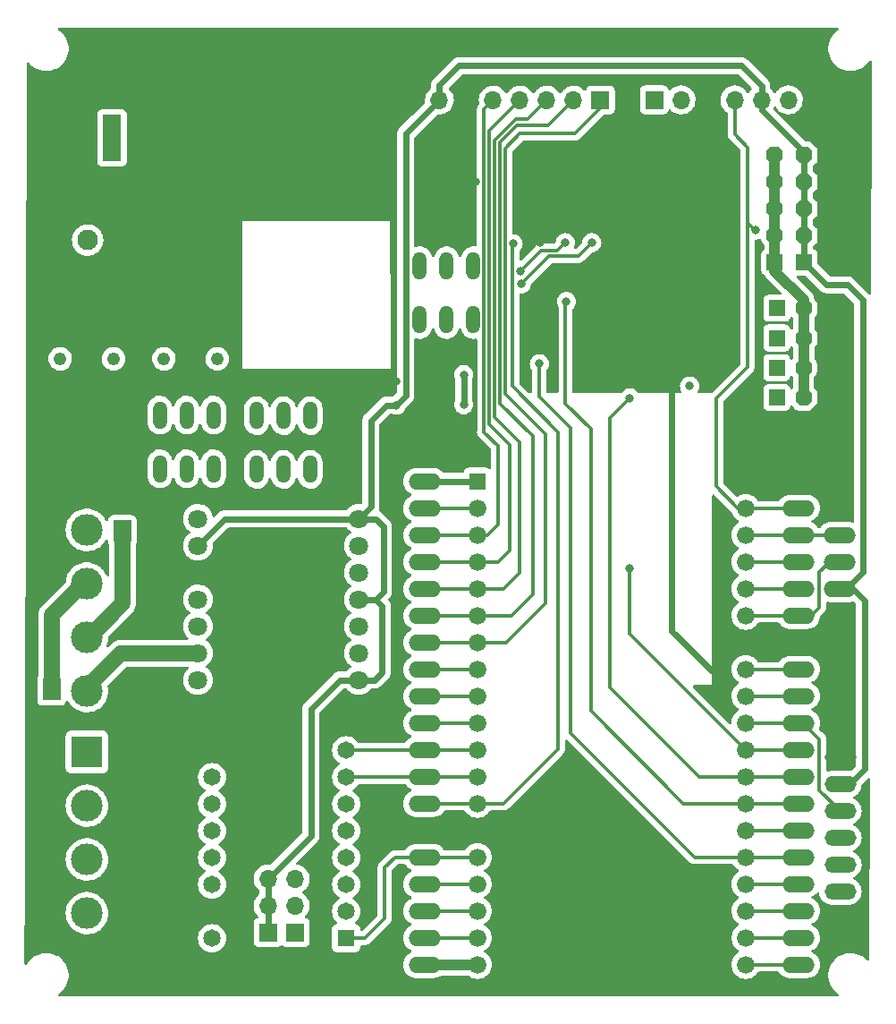
<source format=gbr>
%TF.GenerationSoftware,KiCad,Pcbnew,6.0.1-79c1e3a40b~116~ubuntu20.04.1*%
%TF.CreationDate,2022-11-22T21:03:38+05:30*%
%TF.ProjectId,sra_dev_board_2023,7372615f-6465-4765-9f62-6f6172645f32,rev?*%
%TF.SameCoordinates,Original*%
%TF.FileFunction,Copper,L2,Bot*%
%TF.FilePolarity,Positive*%
%FSLAX46Y46*%
G04 Gerber Fmt 4.6, Leading zero omitted, Abs format (unit mm)*
G04 Created by KiCad (PCBNEW 6.0.1-79c1e3a40b~116~ubuntu20.04.1) date 2022-11-22 21:03:38*
%MOMM*%
%LPD*%
G01*
G04 APERTURE LIST*
G04 Aperture macros list*
%AMOutline5P*
0 Free polygon, 5 corners , with rotation*
0 The origin of the aperture is its center*
0 number of corners: always 5*
0 $1 to $10 corner X, Y*
0 $11 Rotation angle, in degrees counterclockwise*
0 create outline with 5 corners*
4,1,5,$1,$2,$3,$4,$5,$6,$7,$8,$9,$10,$1,$2,$11*%
%AMOutline6P*
0 Free polygon, 6 corners , with rotation*
0 The origin of the aperture is its center*
0 number of corners: always 6*
0 $1 to $12 corner X, Y*
0 $13 Rotation angle, in degrees counterclockwise*
0 create outline with 6 corners*
4,1,6,$1,$2,$3,$4,$5,$6,$7,$8,$9,$10,$11,$12,$1,$2,$13*%
%AMOutline7P*
0 Free polygon, 7 corners , with rotation*
0 The origin of the aperture is its center*
0 number of corners: always 7*
0 $1 to $14 corner X, Y*
0 $15 Rotation angle, in degrees counterclockwise*
0 create outline with 7 corners*
4,1,7,$1,$2,$3,$4,$5,$6,$7,$8,$9,$10,$11,$12,$13,$14,$1,$2,$15*%
%AMOutline8P*
0 Free polygon, 8 corners , with rotation*
0 The origin of the aperture is its center*
0 number of corners: always 8*
0 $1 to $16 corner X, Y*
0 $17 Rotation angle, in degrees counterclockwise*
0 create outline with 8 corners*
4,1,8,$1,$2,$3,$4,$5,$6,$7,$8,$9,$10,$11,$12,$13,$14,$15,$16,$1,$2,$17*%
G04 Aperture macros list end*
%TA.AperFunction,ComponentPad*%
%ADD10R,1.524000X1.524000*%
%TD*%
%TA.AperFunction,ComponentPad*%
%ADD11Outline8P,-0.762000X0.381000X-0.381000X0.762000X0.381000X0.762000X0.762000X0.381000X0.762000X-0.381000X0.381000X-0.762000X-0.381000X-0.762000X-0.762000X-0.381000X90.000000*%
%TD*%
%TA.AperFunction,ComponentPad*%
%ADD12C,1.950000*%
%TD*%
%TA.AperFunction,ComponentPad*%
%ADD13O,3.048000X1.524000*%
%TD*%
%TA.AperFunction,ComponentPad*%
%ADD14R,1.650000X1.650000*%
%TD*%
%TA.AperFunction,ComponentPad*%
%ADD15C,1.650000*%
%TD*%
%TA.AperFunction,ComponentPad*%
%ADD16R,3.000000X3.000000*%
%TD*%
%TA.AperFunction,ComponentPad*%
%ADD17C,3.000000*%
%TD*%
%TA.AperFunction,ComponentPad*%
%ADD18O,3.000000X1.500000*%
%TD*%
%TA.AperFunction,ComponentPad*%
%ADD19O,3.000000X1.540000*%
%TD*%
%TA.AperFunction,ComponentPad*%
%ADD20Outline8P,-0.762000X0.381000X-0.381000X0.762000X0.381000X0.762000X0.762000X0.381000X0.762000X-0.381000X0.381000X-0.762000X-0.381000X-0.762000X-0.762000X-0.381000X180.000000*%
%TD*%
%TA.AperFunction,SMDPad,CuDef*%
%ADD21R,1.700000X2.000000*%
%TD*%
%TA.AperFunction,ComponentPad*%
%ADD22R,1.700000X1.700000*%
%TD*%
%TA.AperFunction,ComponentPad*%
%ADD23O,1.700000X1.700000*%
%TD*%
%TA.AperFunction,ComponentPad*%
%ADD24C,1.800000*%
%TD*%
%TA.AperFunction,ComponentPad*%
%ADD25C,1.219000*%
%TD*%
%TA.AperFunction,ComponentPad*%
%ADD26O,1.320800X2.641600*%
%TD*%
%TA.AperFunction,ComponentPad*%
%ADD27R,1.800000X4.400000*%
%TD*%
%TA.AperFunction,ComponentPad*%
%ADD28O,1.800000X4.000000*%
%TD*%
%TA.AperFunction,ComponentPad*%
%ADD29O,4.000000X1.800000*%
%TD*%
%TA.AperFunction,ComponentPad*%
%ADD30R,1.560000X1.560000*%
%TD*%
%TA.AperFunction,ComponentPad*%
%ADD31C,1.676400*%
%TD*%
%TA.AperFunction,ViaPad*%
%ADD32C,0.800000*%
%TD*%
%TA.AperFunction,Conductor*%
%ADD33C,0.600000*%
%TD*%
%TA.AperFunction,Conductor*%
%ADD34C,0.300000*%
%TD*%
%TA.AperFunction,Conductor*%
%ADD35C,1.000000*%
%TD*%
%TA.AperFunction,Conductor*%
%ADD36C,1.500000*%
%TD*%
G04 APERTURE END LIST*
D10*
%TO.P,J10,1,Pin_1*%
%TO.N,/15*%
X141520000Y-56510000D03*
D11*
%TO.P,J10,2,Pin_2*%
%TO.N,/5V*%
X144060000Y-56510000D03*
%TO.P,J10,3,Pin_3*%
%TO.N,GND*%
X146600000Y-56510000D03*
%TD*%
D12*
%TO.P,T3,1,Pin_1*%
%TO.N,GND*%
X76270000Y-55053723D03*
%TO.P,T3,2,Pin_2*%
%TO.N,/12V_U*%
X76270000Y-50053723D03*
%TD*%
D13*
%TO.P,J5,1,Pin_1*%
%TO.N,/CLK*%
X143569418Y-118588838D03*
%TO.P,J5,2,Pin_2*%
%TO.N,/SD0*%
X143569418Y-116048838D03*
%TO.P,J5,3,Pin_3*%
%TO.N,/SD1*%
X143569418Y-113508838D03*
%TO.P,J5,4,Pin_4*%
%TO.N,/15*%
X143569418Y-110968838D03*
%TO.P,J5,5,Pin_5*%
%TO.N,/2*%
X143569418Y-108428838D03*
%TO.P,J5,6,Pin_6*%
%TO.N,/0*%
X143569418Y-105888838D03*
%TO.P,J5,7,Pin_7*%
%TO.N,/4*%
X143569418Y-103348838D03*
%TO.P,J5,8,Pin_8*%
%TO.N,/16*%
X143569418Y-100808838D03*
%TO.P,J5,9,Pin_9*%
%TO.N,/17*%
X143569418Y-98268838D03*
%TO.P,J5,10,Pin_10*%
%TO.N,/5*%
X143569418Y-95728838D03*
%TO.P,J5,11,Pin_11*%
%TO.N,/18*%
X143569418Y-93188838D03*
%TO.P,J5,12,Pin_12*%
%TO.N,/19*%
X143569418Y-90648838D03*
%TO.P,J5,13,Pin_13*%
%TO.N,GND*%
X143569418Y-88108838D03*
%TO.P,J5,14,Pin_14*%
%TO.N,D+*%
X143569418Y-85568838D03*
%TO.P,J5,15,Pin_15*%
%TO.N,/RX*%
X143569418Y-83028838D03*
%TO.P,J5,16,Pin_16*%
%TO.N,/TX*%
X143569418Y-80488838D03*
%TO.P,J5,17,Pin_17*%
%TO.N,D-*%
X143569418Y-77948838D03*
%TO.P,J5,18,Pin_18*%
%TO.N,/23*%
X143569418Y-75408838D03*
%TO.P,J5,19,Pin_19*%
%TO.N,GND*%
X143569418Y-72868838D03*
%TD*%
D14*
%TO.P,U4,1,~{EN}*%
%TO.N,/13*%
X100750000Y-116090000D03*
D15*
%TO.P,U4,2,M0*%
%TO.N,/M0*%
X100750000Y-113550000D03*
%TO.P,U4,3,M1*%
%TO.N,/M1*%
X100750000Y-111010000D03*
%TO.P,U4,4,M2*%
%TO.N,/M2*%
X100750000Y-108470000D03*
%TO.P,U4,5,~{RST}*%
%TO.N,unconnected-(U4-Pad5)*%
X100750000Y-105930000D03*
%TO.P,U4,6,~{SLP}*%
%TO.N,unconnected-(U4-Pad6)*%
X100750000Y-103390000D03*
%TO.P,U4,7,STEP*%
%TO.N,/14*%
X100750000Y-100850000D03*
%TO.P,U4,8,DIR*%
%TO.N,/27*%
X100750000Y-98310000D03*
%TO.P,U4,9,GND*%
%TO.N,GND*%
X88050000Y-98310000D03*
%TO.P,U4,10,~{FLT}*%
%TO.N,unconnected-(U4-Pad10)*%
X88050000Y-100850000D03*
%TO.P,U4,11,A2*%
%TO.N,/A_2*%
X88050000Y-103390000D03*
%TO.P,U4,12,A1*%
%TO.N,/A_1*%
X88050000Y-105930000D03*
%TO.P,U4,13,B1*%
%TO.N,/B_1*%
X88050000Y-108470000D03*
%TO.P,U4,14,B2*%
%TO.N,/B_2*%
X88050000Y-111010000D03*
%TO.P,U4,15,GND_MOT*%
%TO.N,GND*%
X88050000Y-113550000D03*
%TO.P,U4,16,VMOT*%
%TO.N,/12V_P*%
X88050000Y-116090000D03*
%TD*%
D16*
%TO.P,J16,1,Pin_1*%
%TO.N,GND*%
X76200000Y-72390000D03*
D17*
%TO.P,J16,2,Pin_2*%
%TO.N,/OUT1A*%
X76200000Y-77470000D03*
%TO.P,J16,3,Pin_3*%
%TO.N,/OUT2A*%
X76200000Y-82550000D03*
%TO.P,J16,4,Pin_4*%
%TO.N,/OUT3A*%
X76200000Y-87630000D03*
%TO.P,J16,5,Pin_5*%
%TO.N,/OUT4A*%
X76200000Y-92710000D03*
%TD*%
D18*
%TO.P,J17,1,Pin_1*%
%TO.N,/19*%
X147550000Y-111677727D03*
%TO.P,J17,2,Pin_2*%
%TO.N,/18*%
X147550000Y-109137727D03*
%TO.P,J17,3,Pin_3*%
%TO.N,/23*%
X147550000Y-106597727D03*
%TO.P,J17,4,Pin_4*%
%TO.N,/5*%
X147550000Y-104057727D03*
D19*
%TO.P,J17,5,Pin_5*%
%TO.N,/3V3*%
X147550000Y-101517727D03*
D18*
%TO.P,J17,6,Pin_6*%
%TO.N,GND*%
X147550000Y-98977727D03*
%TD*%
D10*
%TO.P,J11,1,Pin_1*%
%TO.N,/5V*%
X141332544Y-52158000D03*
D20*
%TO.P,J11,2,Pin_2*%
X141332544Y-49618000D03*
%TO.P,J11,3,Pin_3*%
X141332544Y-47078000D03*
%TO.P,J11,4,Pin_4*%
X141332544Y-44538000D03*
%TO.P,J11,5,Pin_5*%
X141332544Y-41998000D03*
%TD*%
D21*
%TO.P,TP2,1,1*%
%TO.N,/OUT3A*%
X79560000Y-77579497D03*
%TD*%
D16*
%TO.P,T2,1,Pin_1*%
%TO.N,/A_2*%
X76200000Y-98480000D03*
D17*
%TO.P,T2,2,Pin_2*%
%TO.N,/A_1*%
X76200000Y-103560000D03*
%TO.P,T2,3,Pin_3*%
%TO.N,/B_1*%
X76200000Y-108640000D03*
%TO.P,T2,4,Pin_4*%
%TO.N,/B_2*%
X76200000Y-113720000D03*
%TD*%
D22*
%TO.P,J8,1,Pin_1*%
%TO.N,D+*%
X129920000Y-36790000D03*
D23*
%TO.P,J8,2,Pin_2*%
%TO.N,D-*%
X132460000Y-36790000D03*
%TO.P,J8,3,Pin_3*%
%TO.N,GND*%
X135000000Y-36790000D03*
%TO.P,J8,4,Pin_4*%
%TO.N,/23*%
X137540000Y-36790000D03*
%TO.P,J8,5,Pin_5*%
%TO.N,/3V3*%
X140080000Y-36790000D03*
%TO.P,J8,6,Pin_6*%
%TO.N,unconnected-(J8-Pad6)*%
X142620000Y-36790000D03*
%TD*%
D21*
%TO.P,TP1,1,1*%
%TO.N,/OUT2A*%
X72860000Y-92579497D03*
%TD*%
D24*
%TO.P,U3,1,VM*%
%TO.N,/12V_P*%
X86720000Y-76427582D03*
%TO.P,U3,2,VCC*%
%TO.N,/3V3*%
X86720000Y-78967582D03*
%TO.P,U3,3,GND*%
%TO.N,GND*%
X86720000Y-81507582D03*
%TO.P,U3,4,A01*%
%TO.N,/OUT1A*%
X86720000Y-84047582D03*
%TO.P,U3,5,A02*%
%TO.N,/OUT2A*%
X86720000Y-86587582D03*
%TO.P,U3,6,B02*%
%TO.N,/OUT4A*%
X86720000Y-89127582D03*
%TO.P,U3,7,B01*%
%TO.N,/OUT3A*%
X86720000Y-91667582D03*
%TO.P,U3,8,GND*%
%TO.N,GND*%
X86720000Y-94207582D03*
%TO.P,U3,9,GND*%
X101960000Y-94207582D03*
%TO.P,U3,10,PWMB*%
%TO.N,/3V3*%
X101960000Y-91667582D03*
%TO.P,U3,11,BI2*%
%TO.N,Net-(R14-Pad2)*%
X101960000Y-89127582D03*
%TO.P,U3,12,BI1*%
%TO.N,Net-(R13-Pad2)*%
X101960000Y-86587582D03*
%TO.P,U3,13,STBY*%
%TO.N,/3V3*%
X101960000Y-84047582D03*
%TO.P,U3,14,AI1*%
%TO.N,Net-(R11-Pad2)*%
X101960000Y-81507582D03*
%TO.P,U3,15,AI2*%
%TO.N,Net-(R12-Pad2)*%
X101960000Y-78967582D03*
%TO.P,U3,16,PWMA*%
%TO.N,/3V3*%
X101960000Y-76427582D03*
%TD*%
D10*
%TO.P,J13,1,Pin_1*%
%TO.N,GND*%
X146900000Y-52160000D03*
D20*
%TO.P,J13,2,Pin_2*%
X146900000Y-49620000D03*
%TO.P,J13,3,Pin_3*%
X146900000Y-47080000D03*
%TO.P,J13,4,Pin_4*%
X146900000Y-44540000D03*
%TO.P,J13,5,Pin_5*%
X146900000Y-42000000D03*
%TD*%
D25*
%TO.P,F2,1*%
%TO.N,Net-(D13-Pad1)*%
X83485000Y-61280000D03*
%TO.P,F2,2*%
%TO.N,Net-(5V_SW1-Pad2)*%
X88535000Y-61280000D03*
%TD*%
D10*
%TO.P,J3,1,Pin_1*%
%TO.N,/19*%
X141520000Y-64934000D03*
D11*
%TO.P,J3,2,Pin_2*%
%TO.N,/5V*%
X144060000Y-64934000D03*
%TO.P,J3,3,Pin_3*%
%TO.N,GND*%
X146600000Y-64934000D03*
%TD*%
D26*
%TO.P,12V_SW1,1,A*%
%TO.N,unconnected-(12V_SW1-Pad1)*%
X83120000Y-66602369D03*
%TO.P,12V_SW1,2,B*%
%TO.N,Net-(12V_SW1-Pad2)*%
X85660000Y-66602369D03*
%TO.P,12V_SW1,3,C*%
%TO.N,/12V_P*%
X88200000Y-66602369D03*
%TO.P,12V_SW1,4,A*%
%TO.N,unconnected-(12V_SW1-Pad4)*%
X83120000Y-71682369D03*
%TO.P,12V_SW1,5,B*%
%TO.N,Net-(12V_SW1-Pad2)*%
X85660000Y-71682369D03*
%TO.P,12V_SW1,6,C*%
%TO.N,/12V_P*%
X88200000Y-71682369D03*
%TD*%
D22*
%TO.P,J14,1,Pin_1*%
%TO.N,/M0*%
X95940000Y-115555000D03*
D23*
%TO.P,J14,2,Pin_2*%
%TO.N,/M1*%
X95940000Y-113015000D03*
%TO.P,J14,3,Pin_3*%
%TO.N,/M2*%
X95940000Y-110475000D03*
%TD*%
D26*
%TO.P,5V_SW1,1,A*%
%TO.N,unconnected-(5V_SW1-Pad1)*%
X92260000Y-66660000D03*
%TO.P,5V_SW1,2,B*%
%TO.N,Net-(5V_SW1-Pad2)*%
X94800000Y-66660000D03*
%TO.P,5V_SW1,3,C*%
%TO.N,/5V_P*%
X97340000Y-66660000D03*
%TO.P,5V_SW1,4,A*%
%TO.N,unconnected-(5V_SW1-Pad4)*%
X92260000Y-71740000D03*
%TO.P,5V_SW1,5,B*%
%TO.N,Net-(5V_SW1-Pad2)*%
X94800000Y-71740000D03*
%TO.P,5V_SW1,6,C*%
%TO.N,/5V_P*%
X97340000Y-71740000D03*
%TD*%
D25*
%TO.P,F1,1*%
%TO.N,Net-(D9-Pad1)*%
X78715000Y-61280000D03*
%TO.P,F1,2*%
%TO.N,Net-(12V_SW1-Pad2)*%
X73665000Y-61280000D03*
%TD*%
D10*
%TO.P,J2,1,Pin_1*%
%TO.N,/5*%
X141520000Y-59310000D03*
D11*
%TO.P,J2,2,Pin_2*%
%TO.N,/5V*%
X144060000Y-59310000D03*
%TO.P,J2,3,Pin_3*%
%TO.N,GND*%
X146600000Y-59310000D03*
%TD*%
D13*
%TO.P,J9,1,Pin_1*%
%TO.N,GND*%
X147480000Y-85580000D03*
%TO.P,J9,2,Pin_2*%
%TO.N,/3V3*%
X147480000Y-83040000D03*
%TO.P,J9,3,Pin_3*%
%TO.N,D+*%
X147480000Y-80500000D03*
%TO.P,J9,4,Pin_4*%
%TO.N,D-*%
X147480000Y-77960000D03*
%TD*%
D27*
%TO.P,J6,1*%
%TO.N,/12V_U*%
X78580000Y-40400000D03*
D28*
%TO.P,J6,2*%
%TO.N,GND*%
X72780000Y-40400000D03*
D29*
%TO.P,J6,3*%
X75580000Y-45200000D03*
%TD*%
D30*
%TO.P,U1,1,3V3*%
%TO.N,/ESP_3V3*%
X113179418Y-72868838D03*
D31*
%TO.P,U1,2,EN*%
%TO.N,/EN*%
X113179418Y-75408838D03*
%TO.P,U1,3,SENSOR_VP*%
%TO.N,/36*%
X113179418Y-77948838D03*
%TO.P,U1,4,SENSOR_VN*%
%TO.N,/39*%
X113179418Y-80488838D03*
%TO.P,U1,5,IO34*%
%TO.N,/34*%
X113179418Y-83028838D03*
%TO.P,U1,6,IO35*%
%TO.N,/35*%
X113179418Y-85568838D03*
%TO.P,U1,7,IO32*%
%TO.N,/32*%
X113179418Y-88108838D03*
%TO.P,U1,8,IO33*%
%TO.N,/33*%
X113179418Y-90648838D03*
%TO.P,U1,9,IO25*%
%TO.N,/25*%
X113179418Y-93188838D03*
%TO.P,U1,10,IO26*%
%TO.N,/26*%
X113179418Y-95728838D03*
%TO.P,U1,11,IO27*%
%TO.N,/27*%
X113179418Y-98268838D03*
%TO.P,U1,12,IO14*%
%TO.N,/14*%
X113179418Y-100808838D03*
%TO.P,U1,13,IO12*%
%TO.N,/12*%
X113179418Y-103348838D03*
%TO.P,U1,14,GND1*%
%TO.N,GND*%
X113179418Y-105888838D03*
%TO.P,U1,15,IO13*%
%TO.N,/13*%
X113179418Y-108428838D03*
%TO.P,U1,16,SD2*%
%TO.N,/SD2*%
X113179418Y-110968838D03*
%TO.P,U1,17,SD3*%
%TO.N,/SD3*%
X113179418Y-113508838D03*
%TO.P,U1,18,CMD*%
%TO.N,/CMD*%
X113179418Y-116048838D03*
%TO.P,U1,19,EXT_5V*%
%TO.N,/5V_P*%
X113179418Y-118588838D03*
%TO.P,U1,20,GND3*%
%TO.N,GND*%
X138579418Y-72868838D03*
%TO.P,U1,21,IO23*%
%TO.N,/23*%
X138579418Y-75408838D03*
%TO.P,U1,22,IO22*%
%TO.N,D-*%
X138579418Y-77948838D03*
%TO.P,U1,23,TXD0*%
%TO.N,/TX*%
X138579418Y-80488838D03*
%TO.P,U1,24,RXD0*%
%TO.N,/RX*%
X138579418Y-83028838D03*
%TO.P,U1,25,IO21*%
%TO.N,D+*%
X138579418Y-85568838D03*
%TO.P,U1,26,GND2*%
%TO.N,GND*%
X138579418Y-88108838D03*
%TO.P,U1,27,IO19*%
%TO.N,/19*%
X138579418Y-90648838D03*
%TO.P,U1,28,IO18*%
%TO.N,/18*%
X138579418Y-93188838D03*
%TO.P,U1,29,IO5*%
%TO.N,/5*%
X138579418Y-95728838D03*
%TO.P,U1,30,IO17*%
%TO.N,/17*%
X138579418Y-98268838D03*
%TO.P,U1,31,IO16*%
%TO.N,/16*%
X138579418Y-100808838D03*
%TO.P,U1,32,IO4*%
%TO.N,/4*%
X138579418Y-103348838D03*
%TO.P,U1,33,IO0*%
%TO.N,/0*%
X138579418Y-105888838D03*
%TO.P,U1,34,IO2*%
%TO.N,/2*%
X138579418Y-108428838D03*
%TO.P,U1,35,IO15*%
%TO.N,/15*%
X138579418Y-110968838D03*
%TO.P,U1,36,SD1*%
%TO.N,/SD1*%
X138579418Y-113508838D03*
%TO.P,U1,37,SD0*%
%TO.N,/SD0*%
X138579418Y-116048838D03*
%TO.P,U1,38,CLK*%
%TO.N,/CLK*%
X138579418Y-118588838D03*
%TD*%
D22*
%TO.P,J7,1,Pin_1*%
%TO.N,/32*%
X124825000Y-36800000D03*
D23*
%TO.P,J7,2,Pin_2*%
%TO.N,/35*%
X122285000Y-36800000D03*
%TO.P,J7,3,Pin_3*%
%TO.N,/34*%
X119745000Y-36800000D03*
%TO.P,J7,4,Pin_4*%
%TO.N,/39*%
X117205000Y-36800000D03*
%TO.P,J7,5,Pin_5*%
%TO.N,/36*%
X114665000Y-36800000D03*
%TO.P,J7,6,Pin_6*%
%TO.N,GND*%
X112125000Y-36800000D03*
%TO.P,J7,7,Pin_7*%
%TO.N,/3V3*%
X109585000Y-36800000D03*
%TD*%
D26*
%TO.P,TB_A1,1,A*%
%TO.N,/12*%
X107720000Y-52487102D03*
%TO.P,TB_A1,2,B*%
X110260000Y-52487102D03*
%TO.P,TB_A1,3,C*%
%TO.N,/25*%
X112800000Y-52487102D03*
%TO.P,TB_A1,4,A*%
%TO.N,/33*%
X107720000Y-57567102D03*
%TO.P,TB_A1,5,B*%
X110260000Y-57567102D03*
%TO.P,TB_A1,6,C*%
%TO.N,/26*%
X112800000Y-57567102D03*
%TD*%
D10*
%TO.P,J12,1,Pin_1*%
%TO.N,/3V3*%
X144122544Y-52166000D03*
D20*
%TO.P,J12,2,Pin_2*%
X144122544Y-49626000D03*
%TO.P,J12,3,Pin_3*%
X144122544Y-47086000D03*
%TO.P,J12,4,Pin_4*%
X144122544Y-44546000D03*
%TO.P,J12,5,Pin_5*%
X144122544Y-42006000D03*
%TD*%
D22*
%TO.P,J15,1,Pin_1*%
%TO.N,/3V3*%
X93340000Y-115555000D03*
D23*
%TO.P,J15,2,Pin_2*%
X93340000Y-113015000D03*
%TO.P,J15,3,Pin_3*%
X93340000Y-110475000D03*
%TD*%
D13*
%TO.P,J1,1,Pin_1*%
%TO.N,/ESP_3V3*%
X108179418Y-72868838D03*
%TO.P,J1,2,Pin_2*%
%TO.N,/EN*%
X108179418Y-75408838D03*
%TO.P,J1,3,Pin_3*%
%TO.N,/36*%
X108179418Y-77948838D03*
%TO.P,J1,4,Pin_4*%
%TO.N,/39*%
X108179418Y-80488838D03*
%TO.P,J1,5,Pin_5*%
%TO.N,/34*%
X108179418Y-83028838D03*
%TO.P,J1,6,Pin_6*%
%TO.N,/35*%
X108179418Y-85568838D03*
%TO.P,J1,7,Pin_7*%
%TO.N,/32*%
X108179418Y-88108838D03*
%TO.P,J1,8,Pin_8*%
%TO.N,/33*%
X108179418Y-90648838D03*
%TO.P,J1,9,Pin_9*%
%TO.N,/25*%
X108179418Y-93188838D03*
%TO.P,J1,10,Pin_10*%
%TO.N,/26*%
X108179418Y-95728838D03*
%TO.P,J1,11,Pin_11*%
%TO.N,/27*%
X108179418Y-98268838D03*
%TO.P,J1,12,Pin_12*%
%TO.N,/14*%
X108179418Y-100808838D03*
%TO.P,J1,13,Pin_13*%
%TO.N,/12*%
X108179418Y-103348838D03*
%TO.P,J1,14,Pin_14*%
%TO.N,GND*%
X108179418Y-105888838D03*
%TO.P,J1,15,Pin_15*%
%TO.N,/13*%
X108179418Y-108428838D03*
%TO.P,J1,16,Pin_16*%
%TO.N,/SD2*%
X108179418Y-110968838D03*
%TO.P,J1,17,Pin_17*%
%TO.N,/SD3*%
X108179418Y-113508838D03*
%TO.P,J1,18,Pin_18*%
%TO.N,/CMD*%
X108179418Y-116048838D03*
%TO.P,J1,19,Pin_19*%
%TO.N,/5V_P*%
X108179418Y-118588838D03*
%TD*%
D10*
%TO.P,J4,1,Pin_1*%
%TO.N,/18*%
X141510000Y-62120000D03*
D11*
%TO.P,J4,2,Pin_2*%
%TO.N,/5V*%
X144050000Y-62120000D03*
%TO.P,J4,3,Pin_3*%
%TO.N,GND*%
X146590000Y-62120000D03*
%TD*%
D32*
%TO.N,/25*%
X117219500Y-53000000D03*
X121500000Y-50300000D03*
%TO.N,/26*%
X124000000Y-50300000D03*
X117320000Y-54200000D03*
%TO.N,/12*%
X116549500Y-50400000D03*
%TO.N,/13*%
X133275023Y-63875023D03*
%TO.N,/3V3*%
X105500000Y-65680000D03*
X111880000Y-62800000D03*
X111880000Y-65620000D03*
%TO.N,GND*%
X96660000Y-45115000D03*
X112690000Y-70290000D03*
X136203500Y-58716500D03*
X130200000Y-42980000D03*
X94200000Y-35700000D03*
X96740000Y-33160000D03*
X82800000Y-43400000D03*
X112990000Y-44570000D03*
X119070000Y-58710000D03*
X82800000Y-37500000D03*
X131800000Y-63600000D03*
X135180000Y-43020000D03*
X100900000Y-71500000D03*
X94200000Y-33160000D03*
X128970000Y-54170000D03*
X129000000Y-52900000D03*
X126300000Y-52900000D03*
X120970000Y-53570000D03*
X117680000Y-42970000D03*
X99280000Y-38240000D03*
X136400000Y-91000000D03*
X119080000Y-50290000D03*
X122730000Y-43000000D03*
X105500000Y-63380000D03*
X83505000Y-46955000D03*
X100086847Y-63520000D03*
X96740000Y-38240000D03*
X82800000Y-40100000D03*
X110880000Y-44580000D03*
X99280000Y-35700000D03*
X140170000Y-54430000D03*
X127730000Y-42990000D03*
X129020000Y-58710000D03*
X94200000Y-38240000D03*
X132710000Y-42970000D03*
X99280000Y-33160000D03*
X120250000Y-43010000D03*
X96740000Y-35700000D03*
X100060000Y-45115000D03*
X126300000Y-58710000D03*
X136220000Y-52820000D03*
X125210000Y-42980000D03*
%TO.N,/2*%
X119050000Y-61750000D03*
%TO.N,/4*%
X121599070Y-55870000D03*
%TO.N,/16*%
X127620000Y-65000000D03*
%TO.N,/17*%
X127610000Y-81150000D03*
%TO.N,/23*%
X139500000Y-49100000D03*
%TD*%
D33*
%TO.N,/3V3*%
X148080000Y-83040000D02*
X148750000Y-83040000D01*
X148750000Y-83040000D02*
X149850000Y-84140000D01*
X149850000Y-84140000D02*
X149850000Y-100080000D01*
X149850000Y-100080000D02*
X148412273Y-101517727D01*
X148412273Y-101517727D02*
X147550000Y-101517727D01*
D34*
%TO.N,/5*%
X143569418Y-95728838D02*
X144018838Y-95728838D01*
X144018838Y-95728838D02*
X145560000Y-97270000D01*
X145560000Y-97270000D02*
X145560000Y-102067727D01*
X145560000Y-102067727D02*
X147550000Y-104057727D01*
%TO.N,/2*%
X119050000Y-64850000D02*
X119050000Y-61750000D01*
X122000000Y-67800000D02*
X119050000Y-64850000D01*
X122000000Y-96700000D02*
X122000000Y-67800000D01*
X133728838Y-108428838D02*
X122000000Y-96700000D01*
X138579418Y-108428838D02*
X133728838Y-108428838D01*
%TO.N,/17*%
X127610000Y-87299420D02*
X127610000Y-81150000D01*
X138579418Y-98268838D02*
X127610000Y-87299420D01*
D33*
%TO.N,/3V3*%
X101960000Y-84047582D02*
X103547582Y-84047582D01*
X103547582Y-84047582D02*
X104160000Y-84660000D01*
X104160000Y-84660000D02*
X104160000Y-90940000D01*
X104160000Y-90940000D02*
X103432418Y-91667582D01*
X103432418Y-91667582D02*
X101960000Y-91667582D01*
X101960000Y-76427582D02*
X103527582Y-76427582D01*
X103527582Y-76427582D02*
X104270000Y-77170000D01*
X104270000Y-77170000D02*
X104270000Y-83330000D01*
X104270000Y-83330000D02*
X103552418Y-84047582D01*
X103552418Y-84047582D02*
X101960000Y-84047582D01*
D34*
%TO.N,/23*%
X138749022Y-62073809D02*
X138749022Y-48449022D01*
D33*
%TO.N,/3V3*%
X147480000Y-83040000D02*
X148080000Y-83040000D01*
X148080000Y-83040000D02*
X149650000Y-81470000D01*
X149650000Y-81470000D02*
X149650000Y-55730000D01*
X149650000Y-55730000D02*
X148200000Y-54280000D01*
X144122544Y-52166000D02*
X146236544Y-54280000D01*
X146236544Y-54280000D02*
X148200000Y-54280000D01*
D35*
%TO.N,/5V_P*%
X108179418Y-118588838D02*
X113179418Y-118588838D01*
D34*
%TO.N,/32*%
X117200000Y-40000000D02*
X115800000Y-41400000D01*
X115810400Y-50579753D02*
X115810400Y-64610400D01*
X108179418Y-88108838D02*
X113179418Y-88108838D01*
X124825000Y-36800000D02*
X124825000Y-37575000D01*
X121600000Y-40000000D02*
X117200000Y-40000000D01*
X121600000Y-40000000D02*
X122400000Y-40000000D01*
X119600000Y-68400000D02*
X119600000Y-84400000D01*
X119600000Y-84400000D02*
X115891162Y-88108838D01*
X124825000Y-37575000D02*
X122400000Y-40000000D01*
X115891162Y-88108838D02*
X113179418Y-88108838D01*
X115810400Y-64610400D02*
X119600000Y-68400000D01*
X115800000Y-41400000D02*
X115800000Y-50569353D01*
X115800000Y-50569353D02*
X115810400Y-50579753D01*
%TO.N,/33*%
X108179418Y-90648838D02*
X113179418Y-90648838D01*
%TO.N,/25*%
X119179999Y-51039501D02*
X120760499Y-51039501D01*
X120760499Y-51039501D02*
X121500000Y-50300000D01*
X117219500Y-53000000D02*
X119179999Y-51039501D01*
X108179418Y-93188838D02*
X113179418Y-93188838D01*
%TO.N,/26*%
X119950499Y-51569501D02*
X122730499Y-51569501D01*
X122730499Y-51569501D02*
X124000000Y-50300000D01*
X108179418Y-95728838D02*
X113179418Y-95728838D01*
X117320000Y-54200000D02*
X119950499Y-51569501D01*
%TO.N,/27*%
X108179418Y-98268838D02*
X113179418Y-98268838D01*
X100750000Y-98310000D02*
X108138256Y-98310000D01*
X108138256Y-98310000D02*
X108179418Y-98268838D01*
%TO.N,/14*%
X100750000Y-100850000D02*
X108138256Y-100850000D01*
X108138256Y-100850000D02*
X108179418Y-100808838D01*
X108179418Y-100808838D02*
X113179418Y-100808838D01*
%TO.N,/12*%
X115651162Y-103348838D02*
X113179418Y-103348838D01*
X120800000Y-98200000D02*
X115651162Y-103348838D01*
X120800000Y-68200000D02*
X120800000Y-98200000D01*
X113179418Y-103348838D02*
X108179418Y-103348838D01*
X116470000Y-63870000D02*
X120800000Y-68200000D01*
X116549500Y-50400000D02*
X116470000Y-50479500D01*
X116470000Y-50479500D02*
X116470000Y-63870000D01*
%TO.N,/13*%
X104400000Y-109400000D02*
X105371162Y-108428838D01*
X104400000Y-114200000D02*
X104400000Y-109400000D01*
X108179418Y-108428838D02*
X113179418Y-108428838D01*
X105371162Y-108428838D02*
X108179418Y-108428838D01*
X100750000Y-116090000D02*
X102510000Y-116090000D01*
X133250046Y-63900000D02*
X133275023Y-63875023D01*
X102510000Y-116090000D02*
X104400000Y-114200000D01*
D33*
%TO.N,/3V3*%
X144122544Y-41762544D02*
X144122544Y-42006000D01*
X101960000Y-76427582D02*
X89260000Y-76427582D01*
X106400000Y-64780000D02*
X106400000Y-39985000D01*
X97400000Y-106415000D02*
X97400000Y-94400000D01*
X140080000Y-37720000D02*
X144122544Y-41762544D01*
X103100000Y-75287582D02*
X101960000Y-76427582D01*
X111880000Y-62800000D02*
X111880000Y-65620000D01*
X106400000Y-39985000D02*
X109585000Y-36800000D01*
X138180000Y-33570000D02*
X140080000Y-35470000D01*
X89260000Y-76427582D02*
X86720000Y-78967582D01*
X105500000Y-65680000D02*
X106400000Y-64780000D01*
X144122544Y-47086000D02*
X144122544Y-49626000D01*
X111430000Y-33570000D02*
X138180000Y-33570000D01*
X105500000Y-65680000D02*
X104520000Y-65680000D01*
X144122544Y-42006000D02*
X144122544Y-44546000D01*
X97400000Y-94400000D02*
X100132418Y-91667582D01*
X93340000Y-115555000D02*
X93340000Y-113015000D01*
X144122544Y-49626000D02*
X144122544Y-52166000D01*
X111880000Y-65620000D02*
X111900000Y-65640000D01*
X100132418Y-91667582D02*
X101960000Y-91667582D01*
X104520000Y-65680000D02*
X103100000Y-67100000D01*
X109585000Y-35415000D02*
X111430000Y-33570000D01*
X140080000Y-36790000D02*
X140080000Y-37720000D01*
X144122544Y-44546000D02*
X144122544Y-47086000D01*
X140080000Y-35470000D02*
X140080000Y-36790000D01*
X93340000Y-110475000D02*
X97400000Y-106415000D01*
X109585000Y-36800000D02*
X109585000Y-35415000D01*
X103100000Y-67100000D02*
X103100000Y-75287582D01*
X93340000Y-113015000D02*
X93340000Y-110475000D01*
D35*
%TO.N,/5V*%
X141332544Y-41998000D02*
X141332544Y-44538000D01*
X144050000Y-64924000D02*
X144060000Y-64934000D01*
X144060000Y-55710000D02*
X144060000Y-56510000D01*
X141332544Y-49618000D02*
X141332544Y-52158000D01*
X144050000Y-62120000D02*
X144050000Y-64924000D01*
X144060000Y-56510000D02*
X144060000Y-59310000D01*
X141332544Y-52982544D02*
X144060000Y-55710000D01*
X141332544Y-47078000D02*
X141332544Y-49618000D01*
X141332544Y-44538000D02*
X141332544Y-47078000D01*
X141332544Y-52158000D02*
X141332544Y-52982544D01*
X144060000Y-59310000D02*
X144060000Y-62110000D01*
X144060000Y-62110000D02*
X144050000Y-62120000D01*
D33*
%TO.N,GND*%
X131600000Y-63800000D02*
X131800000Y-63600000D01*
X135600000Y-91000000D02*
X131600000Y-87000000D01*
X117680000Y-42970000D02*
X120210000Y-42970000D01*
X138579418Y-72868838D02*
X143569418Y-72868838D01*
X136400000Y-91000000D02*
X135600000Y-91000000D01*
X131600000Y-87000000D02*
X131600000Y-63800000D01*
X108179418Y-105888838D02*
X113179418Y-105888838D01*
X143569418Y-88108838D02*
X138579418Y-88108838D01*
X120210000Y-42970000D02*
X120250000Y-43010000D01*
D34*
%TO.N,/EN*%
X113179418Y-75408838D02*
X108179418Y-75408838D01*
%TO.N,/36*%
X115100000Y-77000000D02*
X115100000Y-69500000D01*
X113800000Y-37665000D02*
X114665000Y-36800000D01*
X114151162Y-77948838D02*
X115100000Y-77000000D01*
X113810400Y-68189600D02*
X113810400Y-51408181D01*
X115100000Y-69500000D02*
X113800000Y-68200000D01*
X113810400Y-51408181D02*
X113800000Y-51397781D01*
X113800000Y-51397781D02*
X113800000Y-37665000D01*
X113800000Y-68200000D02*
X113810400Y-68189600D01*
X113179418Y-77948838D02*
X108179418Y-77948838D01*
X113179418Y-77948838D02*
X114151162Y-77948838D01*
%TO.N,/39*%
X113179418Y-80488838D02*
X108179418Y-80488838D01*
X116200000Y-79400000D02*
X116200000Y-69400000D01*
X113179418Y-80488838D02*
X115111162Y-80488838D01*
X116200000Y-69400000D02*
X114310400Y-67510400D01*
X114310400Y-51201074D02*
X114300000Y-51190674D01*
X115111162Y-80488838D02*
X116200000Y-79400000D01*
X114300000Y-51190674D02*
X114300000Y-39705000D01*
X114300000Y-39705000D02*
X117205000Y-36800000D01*
X114310400Y-67510400D02*
X114310400Y-51201074D01*
%TO.N,/34*%
X115671162Y-83028838D02*
X117200000Y-81500000D01*
X116800000Y-38600000D02*
X117945000Y-38600000D01*
X113179418Y-83028838D02*
X115671162Y-83028838D01*
X114810400Y-66810400D02*
X114810400Y-50993967D01*
X114800000Y-50983567D02*
X114800000Y-40600000D01*
X114810400Y-50993967D02*
X114800000Y-50983567D01*
X114800000Y-40600000D02*
X116800000Y-38600000D01*
X113179418Y-83028838D02*
X108179418Y-83028838D01*
X117945000Y-38600000D02*
X119745000Y-36800000D01*
X117200000Y-69200000D02*
X114810400Y-66810400D01*
X117200000Y-81500000D02*
X117200000Y-69200000D01*
%TO.N,/35*%
X115310400Y-50786860D02*
X115300000Y-50776460D01*
X119885000Y-39200000D02*
X122285000Y-36800000D01*
X115310400Y-65510400D02*
X115310400Y-50786860D01*
X118400000Y-83600000D02*
X118400000Y-68600000D01*
X113179418Y-85568838D02*
X116431162Y-85568838D01*
X113179418Y-85568838D02*
X108179418Y-85568838D01*
X118400000Y-68600000D02*
X115310400Y-65510400D01*
X115300000Y-50776460D02*
X115300000Y-40807106D01*
X115300000Y-40807106D02*
X116907106Y-39200000D01*
X116431162Y-85568838D02*
X118400000Y-83600000D01*
X116907106Y-39200000D02*
X119885000Y-39200000D01*
%TO.N,/SD2*%
X108179418Y-110968838D02*
X113179418Y-110968838D01*
%TO.N,/SD3*%
X108179418Y-113508838D02*
X113179418Y-113508838D01*
%TO.N,/CMD*%
X108179418Y-116048838D02*
X113179418Y-116048838D01*
%TO.N,/5*%
X138579418Y-95728838D02*
X143569418Y-95728838D01*
%TO.N,/19*%
X138579418Y-90648838D02*
X143569418Y-90648838D01*
%TO.N,/18*%
X138579418Y-93188838D02*
X143569418Y-93188838D01*
%TO.N,/CLK*%
X138579418Y-118588838D02*
X143569418Y-118588838D01*
%TO.N,/SD0*%
X138579418Y-116048838D02*
X143569418Y-116048838D01*
%TO.N,/SD1*%
X138579418Y-113508838D02*
X143569418Y-113508838D01*
%TO.N,/15*%
X138579418Y-110968838D02*
X143569418Y-110968838D01*
%TO.N,/2*%
X138579418Y-108428838D02*
X143569418Y-108428838D01*
%TO.N,/0*%
X138579418Y-105888838D02*
X143569418Y-105888838D01*
%TO.N,/4*%
X132648838Y-103348838D02*
X138579418Y-103348838D01*
X123900000Y-94600000D02*
X132648838Y-103348838D01*
X123900000Y-67901860D02*
X123900000Y-94600000D01*
X121510499Y-55958571D02*
X121510499Y-65512359D01*
X121510499Y-65512359D02*
X123900000Y-67901860D01*
X138579418Y-103348838D02*
X143569418Y-103348838D01*
X121599070Y-55870000D02*
X121510499Y-55958571D01*
%TO.N,/16*%
X125750000Y-92350000D02*
X125750000Y-66870000D01*
X134208838Y-100808838D02*
X125750000Y-92350000D01*
X138579418Y-100808838D02*
X143569418Y-100808838D01*
X125750000Y-66870000D02*
X127620000Y-65000000D01*
X138579418Y-100808838D02*
X134208838Y-100808838D01*
%TO.N,/17*%
X138579418Y-98268838D02*
X143569418Y-98268838D01*
%TO.N,D+*%
X144771162Y-85568838D02*
X145540000Y-84800000D01*
X138579418Y-85568838D02*
X143569418Y-85568838D01*
X145540000Y-84800000D02*
X145540000Y-81470000D01*
X146510000Y-80500000D02*
X147480000Y-80500000D01*
X145540000Y-81470000D02*
X146510000Y-80500000D01*
X143569418Y-85568838D02*
X144771162Y-85568838D01*
%TO.N,/RX*%
X138579418Y-83028838D02*
X143569418Y-83028838D01*
%TO.N,/TX*%
X138579418Y-80488838D02*
X143569418Y-80488838D01*
%TO.N,D-*%
X138579418Y-77948838D02*
X143569418Y-77948838D01*
X147468838Y-77948838D02*
X147480000Y-77960000D01*
X143569418Y-77948838D02*
X147468838Y-77948838D01*
%TO.N,/23*%
X135770000Y-65052831D02*
X138749022Y-62073809D01*
X138749022Y-48449022D02*
X138749022Y-41289022D01*
X139500000Y-49100000D02*
X139400000Y-49100000D01*
X135770000Y-73350000D02*
X135770000Y-65052831D01*
X138579418Y-75408838D02*
X143569418Y-75408838D01*
X138749022Y-41289022D02*
X137540000Y-40080000D01*
X139400000Y-49100000D02*
X138749022Y-48449022D01*
X137540000Y-40080000D02*
X137540000Y-36790000D01*
X137828838Y-75408838D02*
X135770000Y-73350000D01*
X138579418Y-75408838D02*
X137828838Y-75408838D01*
D36*
%TO.N,/OUT2A*%
X72860000Y-85540000D02*
X75800000Y-82600000D01*
X72860000Y-92579497D02*
X72860000Y-85540000D01*
%TO.N,/OUT3A*%
X76320000Y-87680000D02*
X75800000Y-87680000D01*
X79560000Y-77579497D02*
X79560000Y-84440000D01*
X79560000Y-84440000D02*
X76320000Y-87680000D01*
%TO.N,/OUT4A*%
X86720000Y-89127582D02*
X79432418Y-89127582D01*
X79432418Y-89127582D02*
X75800000Y-92760000D01*
D33*
%TO.N,/ESP_3V3*%
X108179418Y-72868838D02*
X113179418Y-72868838D01*
%TD*%
%TA.AperFunction,Conductor*%
%TO.N,GND*%
G36*
X147337061Y-29978002D02*
G01*
X147383554Y-30031658D01*
X147393658Y-30101932D01*
X147364164Y-30166512D01*
X147341391Y-30187087D01*
X147169977Y-30307559D01*
X146959378Y-30503260D01*
X146777287Y-30725732D01*
X146627073Y-30970858D01*
X146511517Y-31234102D01*
X146432756Y-31510594D01*
X146392249Y-31795216D01*
X146392227Y-31799505D01*
X146392226Y-31799512D01*
X146390765Y-32078417D01*
X146390743Y-32082703D01*
X146428268Y-32367734D01*
X146504129Y-32645036D01*
X146505813Y-32648984D01*
X146606874Y-32885916D01*
X146616923Y-32909476D01*
X146673438Y-33003905D01*
X146758655Y-33146292D01*
X146764561Y-33156161D01*
X146944313Y-33380528D01*
X147152851Y-33578423D01*
X147386317Y-33746186D01*
X147390112Y-33748195D01*
X147390113Y-33748196D01*
X147411869Y-33759715D01*
X147640392Y-33880712D01*
X147910373Y-33979511D01*
X148191264Y-34040755D01*
X148219841Y-34043004D01*
X148414282Y-34058307D01*
X148414291Y-34058307D01*
X148416739Y-34058500D01*
X148572271Y-34058500D01*
X148574407Y-34058354D01*
X148574418Y-34058354D01*
X148782548Y-34044165D01*
X148782554Y-34044164D01*
X148786825Y-34043873D01*
X148791020Y-34043004D01*
X148791022Y-34043004D01*
X148927584Y-34014723D01*
X149068342Y-33985574D01*
X149339343Y-33889607D01*
X149594812Y-33757750D01*
X149598313Y-33755289D01*
X149598317Y-33755287D01*
X149712417Y-33675096D01*
X149830023Y-33592441D01*
X150040622Y-33396740D01*
X150222713Y-33174268D01*
X150224948Y-33170621D01*
X150224960Y-33170604D01*
X150256867Y-33118536D01*
X150309514Y-33070904D01*
X150379556Y-33059298D01*
X150444753Y-33087402D01*
X150484407Y-33146292D01*
X150490299Y-33184684D01*
X150484596Y-35482069D01*
X150435977Y-55068629D01*
X150415806Y-55136700D01*
X150362035Y-55183059D01*
X150291736Y-55192989D01*
X150227228Y-55163335D01*
X150220579Y-55157107D01*
X150159815Y-55095918D01*
X150158778Y-55095260D01*
X150157549Y-55094157D01*
X148778234Y-53714842D01*
X148777306Y-53713905D01*
X148719157Y-53654525D01*
X148719156Y-53654524D01*
X148714229Y-53649493D01*
X148677779Y-53626002D01*
X148667454Y-53618583D01*
X148633557Y-53591524D01*
X148603362Y-53576927D01*
X148589945Y-53569398D01*
X148588075Y-53568193D01*
X148561762Y-53551235D01*
X148555145Y-53548827D01*
X148555140Y-53548824D01*
X148521027Y-53536408D01*
X148509284Y-53531447D01*
X148476597Y-53515646D01*
X148476592Y-53515644D01*
X148470251Y-53512579D01*
X148463393Y-53510996D01*
X148463391Y-53510995D01*
X148437574Y-53505035D01*
X148422831Y-53500668D01*
X148391315Y-53489197D01*
X148384325Y-53488314D01*
X148384317Y-53488312D01*
X148348299Y-53483762D01*
X148335747Y-53481526D01*
X148300386Y-53473362D01*
X148300383Y-53473362D01*
X148293515Y-53471776D01*
X148286469Y-53471751D01*
X148286466Y-53471751D01*
X148252944Y-53471634D01*
X148252062Y-53471605D01*
X148251231Y-53471500D01*
X148214581Y-53471500D01*
X148214141Y-53471499D01*
X148115657Y-53471155D01*
X148115652Y-53471155D01*
X148112130Y-53471143D01*
X148110930Y-53471411D01*
X148109293Y-53471500D01*
X146623625Y-53471500D01*
X146555504Y-53451498D01*
X146534530Y-53434595D01*
X145429949Y-52330013D01*
X145395923Y-52267701D01*
X145393044Y-52240918D01*
X145393044Y-51355866D01*
X145386289Y-51293684D01*
X145335159Y-51157295D01*
X145247805Y-51040739D01*
X145131249Y-50953385D01*
X145122840Y-50950233D01*
X145122839Y-50950232D01*
X145012815Y-50908986D01*
X144956050Y-50866345D01*
X144931350Y-50799783D01*
X144931044Y-50791004D01*
X144931044Y-50731819D01*
X144951046Y-50663698D01*
X144967948Y-50642724D01*
X145270770Y-50339901D01*
X145273582Y-50337089D01*
X145326732Y-50268509D01*
X145382355Y-50133891D01*
X145384299Y-50118392D01*
X145392554Y-50052591D01*
X145392554Y-50052587D01*
X145393044Y-50048683D01*
X145393045Y-49203319D01*
X145392013Y-49195171D01*
X145383194Y-49125608D01*
X145383193Y-49125606D01*
X145382133Y-49117241D01*
X145326275Y-48982719D01*
X145320059Y-48974719D01*
X145275995Y-48918016D01*
X145273581Y-48914909D01*
X144967949Y-48609278D01*
X144933924Y-48546965D01*
X144931044Y-48520182D01*
X144931044Y-48191819D01*
X144951046Y-48123698D01*
X144967948Y-48102724D01*
X145270770Y-47799901D01*
X145273582Y-47797089D01*
X145326732Y-47728509D01*
X145382355Y-47593891D01*
X145384299Y-47578392D01*
X145392554Y-47512591D01*
X145392554Y-47512587D01*
X145393044Y-47508683D01*
X145393045Y-46663319D01*
X145392013Y-46655171D01*
X145383194Y-46585608D01*
X145383193Y-46585606D01*
X145382133Y-46577241D01*
X145326275Y-46442719D01*
X145320659Y-46435491D01*
X145275995Y-46378016D01*
X145273581Y-46374909D01*
X144967949Y-46069278D01*
X144933924Y-46006965D01*
X144931044Y-45980182D01*
X144931044Y-45651819D01*
X144951046Y-45583698D01*
X144967948Y-45562724D01*
X145270770Y-45259901D01*
X145273582Y-45257089D01*
X145326732Y-45188509D01*
X145382355Y-45053891D01*
X145384299Y-45038392D01*
X145392554Y-44972591D01*
X145392554Y-44972587D01*
X145393044Y-44968683D01*
X145393045Y-44123319D01*
X145392013Y-44115171D01*
X145383194Y-44045608D01*
X145383193Y-44045606D01*
X145382133Y-44037241D01*
X145326275Y-43902719D01*
X145320659Y-43895491D01*
X145275995Y-43838016D01*
X145273581Y-43834909D01*
X144967949Y-43529278D01*
X144933924Y-43466965D01*
X144931044Y-43440182D01*
X144931044Y-43111819D01*
X144951046Y-43043698D01*
X144967948Y-43022724D01*
X145270770Y-42719901D01*
X145273582Y-42717089D01*
X145326732Y-42648509D01*
X145382355Y-42513891D01*
X145384299Y-42498392D01*
X145392554Y-42432591D01*
X145392554Y-42432587D01*
X145393044Y-42428683D01*
X145393045Y-41583319D01*
X145391536Y-41571409D01*
X145383194Y-41505608D01*
X145383193Y-41505606D01*
X145382133Y-41497241D01*
X145326275Y-41362719D01*
X145320659Y-41355491D01*
X145275995Y-41298016D01*
X145273581Y-41294909D01*
X144833633Y-40854962D01*
X144765053Y-40801812D01*
X144630435Y-40746189D01*
X144622075Y-40745140D01*
X144622074Y-40745140D01*
X144549135Y-40735990D01*
X144549131Y-40735990D01*
X144545227Y-40735500D01*
X144291082Y-40735500D01*
X144222961Y-40715498D01*
X144201987Y-40698595D01*
X141218367Y-37714975D01*
X141184341Y-37652663D01*
X141189406Y-37581848D01*
X141205140Y-37552353D01*
X141216122Y-37537071D01*
X141247770Y-37493028D01*
X141248454Y-37492076D01*
X141249777Y-37493027D01*
X141296645Y-37449857D01*
X141366580Y-37437625D01*
X141432026Y-37465144D01*
X141459875Y-37496994D01*
X141519987Y-37595088D01*
X141666250Y-37763938D01*
X141838126Y-37906632D01*
X142031000Y-38019338D01*
X142035825Y-38021180D01*
X142035826Y-38021181D01*
X142060516Y-38030609D01*
X142239692Y-38099030D01*
X142244760Y-38100061D01*
X142244763Y-38100062D01*
X142352017Y-38121883D01*
X142458597Y-38143567D01*
X142463772Y-38143757D01*
X142463774Y-38143757D01*
X142676673Y-38151564D01*
X142676677Y-38151564D01*
X142681837Y-38151753D01*
X142686957Y-38151097D01*
X142686959Y-38151097D01*
X142898288Y-38124025D01*
X142898289Y-38124025D01*
X142903416Y-38123368D01*
X142908366Y-38121883D01*
X143112429Y-38060661D01*
X143112434Y-38060659D01*
X143117384Y-38059174D01*
X143317994Y-37960896D01*
X143499860Y-37831173D01*
X143658096Y-37673489D01*
X143673507Y-37652043D01*
X143785435Y-37496277D01*
X143788453Y-37492077D01*
X143809320Y-37449857D01*
X143885136Y-37296453D01*
X143885137Y-37296451D01*
X143887430Y-37291811D01*
X143952370Y-37078069D01*
X143981529Y-36856590D01*
X143981611Y-36853240D01*
X143983074Y-36793365D01*
X143983074Y-36793361D01*
X143983156Y-36790000D01*
X143964852Y-36567361D01*
X143910431Y-36350702D01*
X143821354Y-36145840D01*
X143709291Y-35972617D01*
X143702822Y-35962617D01*
X143702820Y-35962614D01*
X143700014Y-35958277D01*
X143549670Y-35793051D01*
X143545619Y-35789852D01*
X143545615Y-35789848D01*
X143378414Y-35657800D01*
X143378410Y-35657798D01*
X143374359Y-35654598D01*
X143357326Y-35645195D01*
X143322136Y-35625769D01*
X143178789Y-35546638D01*
X143173920Y-35544914D01*
X143173916Y-35544912D01*
X142973087Y-35473795D01*
X142973083Y-35473794D01*
X142968212Y-35472069D01*
X142963119Y-35471162D01*
X142963116Y-35471161D01*
X142753373Y-35433800D01*
X142753367Y-35433799D01*
X142748284Y-35432894D01*
X142674452Y-35431992D01*
X142530081Y-35430228D01*
X142530079Y-35430228D01*
X142524911Y-35430165D01*
X142304091Y-35463955D01*
X142091756Y-35533357D01*
X141893607Y-35636507D01*
X141889474Y-35639610D01*
X141889471Y-35639612D01*
X141746248Y-35747147D01*
X141714965Y-35770635D01*
X141696605Y-35789848D01*
X141602653Y-35888163D01*
X141560629Y-35932138D01*
X141453201Y-36089621D01*
X141398293Y-36134621D01*
X141327768Y-36142792D01*
X141264021Y-36111538D01*
X141243324Y-36087054D01*
X141162822Y-35962617D01*
X141162820Y-35962614D01*
X141160014Y-35958277D01*
X141009670Y-35793051D01*
X141005625Y-35789857D01*
X141005616Y-35789848D01*
X140936408Y-35735191D01*
X140895345Y-35677274D01*
X140888500Y-35636309D01*
X140888500Y-35479214D01*
X140888507Y-35477894D01*
X140888894Y-35440948D01*
X140889451Y-35387779D01*
X140880289Y-35345403D01*
X140878230Y-35332832D01*
X140876187Y-35314614D01*
X140873397Y-35289745D01*
X140869744Y-35279253D01*
X140862367Y-35258070D01*
X140858204Y-35243258D01*
X140852609Y-35217381D01*
X140851119Y-35210490D01*
X140832792Y-35171187D01*
X140828010Y-35159411D01*
X140813745Y-35118448D01*
X140810010Y-35112470D01*
X140795973Y-35090005D01*
X140788634Y-35076488D01*
X140777441Y-35052486D01*
X140777440Y-35052485D01*
X140774462Y-35046098D01*
X140747894Y-35011847D01*
X140740598Y-35001388D01*
X140721358Y-34970596D01*
X140721356Y-34970593D01*
X140717626Y-34964624D01*
X140689024Y-34935821D01*
X140688439Y-34935196D01*
X140687922Y-34934530D01*
X140661932Y-34908540D01*
X140589815Y-34835918D01*
X140588778Y-34835260D01*
X140587549Y-34834157D01*
X138758234Y-33004842D01*
X138757306Y-33003905D01*
X138699157Y-32944525D01*
X138699156Y-32944524D01*
X138694229Y-32939493D01*
X138657779Y-32916002D01*
X138647454Y-32908583D01*
X138613557Y-32881524D01*
X138583362Y-32866927D01*
X138569945Y-32859398D01*
X138541762Y-32841235D01*
X138535145Y-32838827D01*
X138535140Y-32838824D01*
X138501027Y-32826408D01*
X138489284Y-32821447D01*
X138456597Y-32805646D01*
X138456592Y-32805644D01*
X138450251Y-32802579D01*
X138443393Y-32800996D01*
X138443391Y-32800995D01*
X138417574Y-32795035D01*
X138402831Y-32790668D01*
X138371315Y-32779197D01*
X138364325Y-32778314D01*
X138364317Y-32778312D01*
X138328299Y-32773762D01*
X138315747Y-32771526D01*
X138280386Y-32763362D01*
X138280383Y-32763362D01*
X138273515Y-32761776D01*
X138266469Y-32761751D01*
X138266466Y-32761751D01*
X138232944Y-32761634D01*
X138232062Y-32761605D01*
X138231231Y-32761500D01*
X138194581Y-32761500D01*
X138194141Y-32761499D01*
X138095657Y-32761155D01*
X138095652Y-32761155D01*
X138092130Y-32761143D01*
X138090930Y-32761411D01*
X138089293Y-32761500D01*
X111439214Y-32761500D01*
X111437894Y-32761493D01*
X111436819Y-32761482D01*
X111347779Y-32760549D01*
X111305403Y-32769711D01*
X111292837Y-32771769D01*
X111249745Y-32776603D01*
X111243094Y-32778919D01*
X111243090Y-32778920D01*
X111218070Y-32787633D01*
X111203257Y-32791796D01*
X111170490Y-32798881D01*
X111131187Y-32817208D01*
X111119411Y-32821990D01*
X111078448Y-32836255D01*
X111072473Y-32839989D01*
X111072470Y-32839990D01*
X111050005Y-32854027D01*
X111036488Y-32861366D01*
X111012486Y-32872559D01*
X111006098Y-32875538D01*
X111000533Y-32879855D01*
X111000531Y-32879856D01*
X110971847Y-32902106D01*
X110961388Y-32909402D01*
X110930596Y-32928642D01*
X110930593Y-32928644D01*
X110924624Y-32932374D01*
X110919629Y-32937334D01*
X110919628Y-32937335D01*
X110895821Y-32960976D01*
X110895196Y-32961561D01*
X110894530Y-32962078D01*
X110868540Y-32988068D01*
X110795918Y-33060185D01*
X110795260Y-33061222D01*
X110794157Y-33062451D01*
X109019842Y-34836766D01*
X109018905Y-34837694D01*
X108954493Y-34900771D01*
X108931002Y-34937221D01*
X108923583Y-34947546D01*
X108896524Y-34981443D01*
X108893459Y-34987784D01*
X108893458Y-34987785D01*
X108881928Y-35011637D01*
X108874399Y-35025054D01*
X108856235Y-35053238D01*
X108853827Y-35059855D01*
X108853824Y-35059860D01*
X108841408Y-35093973D01*
X108836447Y-35105716D01*
X108820646Y-35138403D01*
X108820644Y-35138408D01*
X108817579Y-35144749D01*
X108815996Y-35151607D01*
X108815995Y-35151609D01*
X108810035Y-35177426D01*
X108805668Y-35192169D01*
X108794197Y-35223685D01*
X108793314Y-35230675D01*
X108793312Y-35230683D01*
X108788762Y-35266701D01*
X108786526Y-35279253D01*
X108776776Y-35321485D01*
X108776751Y-35328531D01*
X108776751Y-35328534D01*
X108776634Y-35362056D01*
X108776605Y-35362938D01*
X108776500Y-35363769D01*
X108776500Y-35400419D01*
X108776499Y-35400859D01*
X108776210Y-35483795D01*
X108776143Y-35502870D01*
X108776411Y-35504070D01*
X108776500Y-35505707D01*
X108776500Y-35645195D01*
X108756498Y-35713316D01*
X108726153Y-35745955D01*
X108684106Y-35777525D01*
X108684100Y-35777531D01*
X108679965Y-35780635D01*
X108676393Y-35784373D01*
X108676391Y-35784375D01*
X108586280Y-35878671D01*
X108525629Y-35942138D01*
X108522720Y-35946403D01*
X108522714Y-35946411D01*
X108514620Y-35958277D01*
X108399743Y-36126680D01*
X108384003Y-36160590D01*
X108308013Y-36324297D01*
X108305688Y-36329305D01*
X108245989Y-36544570D01*
X108222251Y-36766695D01*
X108222548Y-36771848D01*
X108222548Y-36771851D01*
X108232773Y-36949184D01*
X108216725Y-37018343D01*
X108196077Y-37045532D01*
X107011236Y-38230372D01*
X105834842Y-39406766D01*
X105833905Y-39407694D01*
X105769493Y-39470771D01*
X105746002Y-39507221D01*
X105738583Y-39517546D01*
X105711524Y-39551443D01*
X105708459Y-39557784D01*
X105708458Y-39557785D01*
X105696928Y-39581637D01*
X105689399Y-39595054D01*
X105671235Y-39623238D01*
X105668827Y-39629855D01*
X105668824Y-39629860D01*
X105656408Y-39663973D01*
X105651447Y-39675716D01*
X105635646Y-39708403D01*
X105635644Y-39708408D01*
X105632579Y-39714749D01*
X105630996Y-39721607D01*
X105630995Y-39721609D01*
X105625035Y-39747426D01*
X105620668Y-39762169D01*
X105609197Y-39793685D01*
X105608314Y-39800675D01*
X105608312Y-39800683D01*
X105603762Y-39836701D01*
X105601526Y-39849253D01*
X105591776Y-39891485D01*
X105591751Y-39898531D01*
X105591751Y-39898534D01*
X105591634Y-39932056D01*
X105591605Y-39932938D01*
X105591500Y-39933769D01*
X105591500Y-39970572D01*
X105591143Y-40072870D01*
X105591411Y-40074070D01*
X105591500Y-40075707D01*
X105591500Y-64392918D01*
X105571498Y-64461039D01*
X105554595Y-64482014D01*
X105248087Y-64788521D01*
X105210241Y-64814532D01*
X105106755Y-64860607D01*
X105055506Y-64871500D01*
X104529165Y-64871500D01*
X104527846Y-64871493D01*
X104437779Y-64870550D01*
X104430901Y-64872037D01*
X104430891Y-64872038D01*
X104395413Y-64879709D01*
X104382838Y-64881769D01*
X104339745Y-64886603D01*
X104308074Y-64897632D01*
X104293265Y-64901795D01*
X104267371Y-64907393D01*
X104267368Y-64907394D01*
X104260490Y-64908881D01*
X104221187Y-64927208D01*
X104209411Y-64931990D01*
X104168448Y-64946255D01*
X104162473Y-64949989D01*
X104162470Y-64949990D01*
X104140005Y-64964027D01*
X104126488Y-64971366D01*
X104102481Y-64982561D01*
X104102477Y-64982563D01*
X104096098Y-64985538D01*
X104073817Y-65002821D01*
X104061844Y-65012108D01*
X104051395Y-65019397D01*
X104014624Y-65042374D01*
X104009625Y-65047339D01*
X104009623Y-65047340D01*
X103985815Y-65070983D01*
X103985192Y-65071566D01*
X103984530Y-65072079D01*
X103958681Y-65097928D01*
X103895072Y-65161095D01*
X103885918Y-65170185D01*
X103885259Y-65171223D01*
X103884153Y-65172456D01*
X102534843Y-66521765D01*
X102533906Y-66522693D01*
X102505852Y-66550166D01*
X102469493Y-66585771D01*
X102446002Y-66622221D01*
X102438583Y-66632546D01*
X102411524Y-66666443D01*
X102408459Y-66672784D01*
X102408458Y-66672785D01*
X102396928Y-66696637D01*
X102389399Y-66710054D01*
X102371235Y-66738238D01*
X102368827Y-66744855D01*
X102368824Y-66744860D01*
X102356408Y-66778973D01*
X102351447Y-66790716D01*
X102335646Y-66823403D01*
X102335644Y-66823408D01*
X102332579Y-66829749D01*
X102330996Y-66836607D01*
X102330995Y-66836609D01*
X102325035Y-66862426D01*
X102320668Y-66877169D01*
X102309197Y-66908685D01*
X102308314Y-66915675D01*
X102308312Y-66915683D01*
X102303762Y-66951701D01*
X102301526Y-66964253D01*
X102291776Y-67006485D01*
X102291751Y-67013531D01*
X102291751Y-67013534D01*
X102291634Y-67047056D01*
X102291605Y-67047938D01*
X102291500Y-67048769D01*
X102291500Y-67085572D01*
X102291143Y-67187870D01*
X102291411Y-67189070D01*
X102291500Y-67190707D01*
X102291500Y-74900501D01*
X102271498Y-74968622D01*
X102254595Y-74989596D01*
X102250388Y-74993803D01*
X102188076Y-75027829D01*
X102139197Y-75028755D01*
X102093006Y-75020527D01*
X102020096Y-75019636D01*
X101866581Y-75017761D01*
X101866579Y-75017761D01*
X101861411Y-75017698D01*
X101632464Y-75052732D01*
X101412314Y-75124688D01*
X101407726Y-75127076D01*
X101407722Y-75127078D01*
X101261418Y-75203239D01*
X101206872Y-75231634D01*
X101202739Y-75234737D01*
X101202736Y-75234739D01*
X101031653Y-75363192D01*
X101021655Y-75370699D01*
X100861639Y-75538146D01*
X100843942Y-75564088D01*
X100789033Y-75609089D01*
X100739856Y-75619082D01*
X89269164Y-75619082D01*
X89267845Y-75619075D01*
X89177779Y-75618132D01*
X89170893Y-75619621D01*
X89170891Y-75619621D01*
X89152313Y-75623638D01*
X89135414Y-75627292D01*
X89122835Y-75629352D01*
X89086741Y-75633400D01*
X89086738Y-75633401D01*
X89079745Y-75634185D01*
X89048068Y-75645216D01*
X89033258Y-75649378D01*
X89007378Y-75654973D01*
X89007374Y-75654974D01*
X89000489Y-75656463D01*
X88994105Y-75659440D01*
X88994099Y-75659442D01*
X88961193Y-75674786D01*
X88949384Y-75679581D01*
X88908448Y-75693837D01*
X88902476Y-75697569D01*
X88902469Y-75697572D01*
X88880005Y-75711609D01*
X88866488Y-75718948D01*
X88842481Y-75730143D01*
X88842477Y-75730145D01*
X88836098Y-75733120D01*
X88828381Y-75739106D01*
X88801844Y-75759690D01*
X88791395Y-75766979D01*
X88754624Y-75789956D01*
X88749625Y-75794921D01*
X88749623Y-75794922D01*
X88725815Y-75818565D01*
X88725192Y-75819148D01*
X88724530Y-75819661D01*
X88698682Y-75845509D01*
X88648031Y-75895808D01*
X88625918Y-75917767D01*
X88625259Y-75918805D01*
X88624153Y-75920038D01*
X88318299Y-76225892D01*
X88255987Y-76259918D01*
X88185172Y-76254853D01*
X88128336Y-76212306D01*
X88107000Y-76167492D01*
X88059184Y-75977126D01*
X88059183Y-75977122D01*
X88057925Y-75972115D01*
X88055866Y-75967379D01*
X87967630Y-75764450D01*
X87967628Y-75764447D01*
X87965570Y-75759713D01*
X87839764Y-75565247D01*
X87683887Y-75393940D01*
X87679836Y-75390741D01*
X87679832Y-75390737D01*
X87506177Y-75253593D01*
X87506172Y-75253590D01*
X87502123Y-75250392D01*
X87497607Y-75247899D01*
X87497604Y-75247897D01*
X87303879Y-75140955D01*
X87303875Y-75140953D01*
X87299355Y-75138458D01*
X87294486Y-75136734D01*
X87294482Y-75136732D01*
X87085903Y-75062870D01*
X87085899Y-75062869D01*
X87081028Y-75061144D01*
X87075935Y-75060237D01*
X87075932Y-75060236D01*
X86858095Y-75021433D01*
X86858089Y-75021432D01*
X86853006Y-75020527D01*
X86780096Y-75019636D01*
X86626581Y-75017761D01*
X86626579Y-75017761D01*
X86621411Y-75017698D01*
X86392464Y-75052732D01*
X86172314Y-75124688D01*
X86167726Y-75127076D01*
X86167722Y-75127078D01*
X86021418Y-75203239D01*
X85966872Y-75231634D01*
X85962739Y-75234737D01*
X85962736Y-75234739D01*
X85791653Y-75363192D01*
X85781655Y-75370699D01*
X85621639Y-75538146D01*
X85618730Y-75542411D01*
X85618724Y-75542419D01*
X85603944Y-75564086D01*
X85491119Y-75729481D01*
X85393602Y-75939563D01*
X85331707Y-76162751D01*
X85307095Y-76393051D01*
X85307392Y-76398204D01*
X85307392Y-76398207D01*
X85319885Y-76614878D01*
X85320427Y-76624279D01*
X85321564Y-76629325D01*
X85321565Y-76629331D01*
X85347880Y-76746098D01*
X85371346Y-76850224D01*
X85373288Y-76855006D01*
X85373289Y-76855010D01*
X85431506Y-76998381D01*
X85458484Y-77064819D01*
X85579501Y-77262301D01*
X85731147Y-77437366D01*
X85909349Y-77585312D01*
X85913819Y-77587924D01*
X85917511Y-77590082D01*
X85966232Y-77641722D01*
X85979301Y-77711506D01*
X85952566Y-77777276D01*
X85929589Y-77799627D01*
X85781655Y-77910699D01*
X85621639Y-78078146D01*
X85618725Y-78082418D01*
X85618724Y-78082419D01*
X85603152Y-78105247D01*
X85491119Y-78269481D01*
X85393602Y-78479563D01*
X85331707Y-78702751D01*
X85307095Y-78933051D01*
X85307392Y-78938204D01*
X85307392Y-78938207D01*
X85316969Y-79104308D01*
X85320427Y-79164279D01*
X85321564Y-79169325D01*
X85321565Y-79169331D01*
X85344983Y-79273241D01*
X85371346Y-79390224D01*
X85373288Y-79395006D01*
X85373289Y-79395010D01*
X85456540Y-79600032D01*
X85458484Y-79604819D01*
X85579501Y-79802301D01*
X85731147Y-79977366D01*
X85909349Y-80125312D01*
X86109322Y-80242166D01*
X86114147Y-80244008D01*
X86114148Y-80244009D01*
X86188665Y-80272465D01*
X86325694Y-80324791D01*
X86330760Y-80325822D01*
X86330761Y-80325822D01*
X86372452Y-80334304D01*
X86552656Y-80370967D01*
X86683324Y-80375758D01*
X86778949Y-80379265D01*
X86778953Y-80379265D01*
X86784113Y-80379454D01*
X86789233Y-80378798D01*
X86789235Y-80378798D01*
X86862270Y-80369442D01*
X87013847Y-80350024D01*
X87018795Y-80348539D01*
X87018802Y-80348538D01*
X87230747Y-80284951D01*
X87235690Y-80283468D01*
X87240324Y-80281198D01*
X87439049Y-80183844D01*
X87439052Y-80183842D01*
X87443684Y-80181573D01*
X87632243Y-80047076D01*
X87796303Y-79883587D01*
X87931458Y-79695499D01*
X87933826Y-79690709D01*
X88031784Y-79492504D01*
X88031785Y-79492502D01*
X88034078Y-79487862D01*
X88101408Y-79266253D01*
X88131640Y-79036623D01*
X88133011Y-78980516D01*
X88133245Y-78970947D01*
X88133245Y-78970943D01*
X88133327Y-78967582D01*
X88121787Y-78827219D01*
X88117602Y-78776310D01*
X88131955Y-78706779D01*
X88154083Y-78676891D01*
X89557987Y-77272987D01*
X89620299Y-77238961D01*
X89647082Y-77236082D01*
X100739235Y-77236082D01*
X100807356Y-77256084D01*
X100834472Y-77279585D01*
X100971147Y-77437366D01*
X101149349Y-77585312D01*
X101153819Y-77587924D01*
X101157511Y-77590082D01*
X101206232Y-77641722D01*
X101219301Y-77711506D01*
X101192566Y-77777276D01*
X101169589Y-77799627D01*
X101021655Y-77910699D01*
X100861639Y-78078146D01*
X100858725Y-78082418D01*
X100858724Y-78082419D01*
X100843152Y-78105247D01*
X100731119Y-78269481D01*
X100633602Y-78479563D01*
X100571707Y-78702751D01*
X100547095Y-78933051D01*
X100547392Y-78938204D01*
X100547392Y-78938207D01*
X100556969Y-79104308D01*
X100560427Y-79164279D01*
X100561564Y-79169325D01*
X100561565Y-79169331D01*
X100584983Y-79273241D01*
X100611346Y-79390224D01*
X100613288Y-79395006D01*
X100613289Y-79395010D01*
X100696540Y-79600032D01*
X100698484Y-79604819D01*
X100819501Y-79802301D01*
X100971147Y-79977366D01*
X101149349Y-80125312D01*
X101153816Y-80127922D01*
X101153819Y-80127924D01*
X101157511Y-80130082D01*
X101206232Y-80181722D01*
X101219301Y-80251506D01*
X101192566Y-80317276D01*
X101169589Y-80339627D01*
X101021655Y-80450699D01*
X100861639Y-80618146D01*
X100858725Y-80622418D01*
X100858724Y-80622419D01*
X100843152Y-80645247D01*
X100731119Y-80809481D01*
X100633602Y-81019563D01*
X100571707Y-81242751D01*
X100547095Y-81473051D01*
X100547392Y-81478204D01*
X100547392Y-81478207D01*
X100556969Y-81644308D01*
X100560427Y-81704279D01*
X100561564Y-81709325D01*
X100561565Y-81709331D01*
X100575996Y-81773364D01*
X100611346Y-81930224D01*
X100613288Y-81935006D01*
X100613289Y-81935010D01*
X100696540Y-82140032D01*
X100698484Y-82144819D01*
X100819501Y-82342301D01*
X100971147Y-82517366D01*
X101149349Y-82665312D01*
X101153819Y-82667924D01*
X101157511Y-82670082D01*
X101206232Y-82721722D01*
X101219301Y-82791506D01*
X101192566Y-82857276D01*
X101169589Y-82879627D01*
X101021655Y-82990699D01*
X100861639Y-83158146D01*
X100858725Y-83162418D01*
X100858724Y-83162419D01*
X100827047Y-83208856D01*
X100731119Y-83349481D01*
X100633602Y-83559563D01*
X100571707Y-83782751D01*
X100547095Y-84013051D01*
X100547392Y-84018204D01*
X100547392Y-84018207D01*
X100556969Y-84184308D01*
X100560427Y-84244279D01*
X100561564Y-84249325D01*
X100561565Y-84249331D01*
X100584983Y-84353241D01*
X100611346Y-84470224D01*
X100613288Y-84475006D01*
X100613289Y-84475010D01*
X100691611Y-84667894D01*
X100698484Y-84684819D01*
X100819501Y-84882301D01*
X100971147Y-85057366D01*
X101149349Y-85205312D01*
X101153819Y-85207924D01*
X101157511Y-85210082D01*
X101206232Y-85261722D01*
X101219301Y-85331506D01*
X101192566Y-85397276D01*
X101169589Y-85419627D01*
X101021655Y-85530699D01*
X101018083Y-85534437D01*
X100904371Y-85653430D01*
X100861639Y-85698146D01*
X100858725Y-85702418D01*
X100858724Y-85702419D01*
X100843152Y-85725247D01*
X100731119Y-85889481D01*
X100633602Y-86099563D01*
X100571707Y-86322751D01*
X100547095Y-86553051D01*
X100547392Y-86558204D01*
X100547392Y-86558207D01*
X100556969Y-86724308D01*
X100560427Y-86784279D01*
X100561564Y-86789325D01*
X100561565Y-86789331D01*
X100586217Y-86898720D01*
X100611346Y-87010224D01*
X100613288Y-87015006D01*
X100613289Y-87015010D01*
X100664007Y-87139912D01*
X100698484Y-87224819D01*
X100819501Y-87422301D01*
X100971147Y-87597366D01*
X101149349Y-87745312D01*
X101153819Y-87747924D01*
X101157511Y-87750082D01*
X101206232Y-87801722D01*
X101219301Y-87871506D01*
X101192566Y-87937276D01*
X101169589Y-87959627D01*
X101058234Y-88043235D01*
X101021655Y-88070699D01*
X101003096Y-88090120D01*
X100882903Y-88215895D01*
X100861639Y-88238146D01*
X100858725Y-88242418D01*
X100858724Y-88242419D01*
X100843152Y-88265247D01*
X100731119Y-88429481D01*
X100633602Y-88639563D01*
X100571707Y-88862751D01*
X100547095Y-89093051D01*
X100547392Y-89098204D01*
X100547392Y-89098207D01*
X100556969Y-89264308D01*
X100560427Y-89324279D01*
X100561564Y-89329325D01*
X100561565Y-89329331D01*
X100584983Y-89433241D01*
X100611346Y-89550224D01*
X100613288Y-89555006D01*
X100613289Y-89555010D01*
X100664007Y-89679912D01*
X100698484Y-89764819D01*
X100819501Y-89962301D01*
X100971147Y-90137366D01*
X101149349Y-90285312D01*
X101153819Y-90287924D01*
X101157511Y-90290082D01*
X101206232Y-90341722D01*
X101219301Y-90411506D01*
X101192566Y-90477276D01*
X101169589Y-90499627D01*
X101027509Y-90606304D01*
X101021655Y-90610699D01*
X101018084Y-90614436D01*
X101018083Y-90614437D01*
X100889169Y-90749338D01*
X100861639Y-90778146D01*
X100843942Y-90804088D01*
X100789033Y-90849089D01*
X100739856Y-90859082D01*
X100141678Y-90859082D01*
X100140359Y-90859075D01*
X100050197Y-90858131D01*
X100043311Y-90859620D01*
X100043309Y-90859620D01*
X100033981Y-90861637D01*
X100007821Y-90867293D01*
X99995255Y-90869351D01*
X99952163Y-90874185D01*
X99945512Y-90876501D01*
X99945508Y-90876502D01*
X99920488Y-90885215D01*
X99905675Y-90889378D01*
X99872908Y-90896463D01*
X99833607Y-90914789D01*
X99821824Y-90919574D01*
X99780866Y-90933837D01*
X99774889Y-90937572D01*
X99752434Y-90951603D01*
X99738917Y-90958942D01*
X99714899Y-90970142D01*
X99714895Y-90970144D01*
X99708516Y-90973119D01*
X99702952Y-90977435D01*
X99702950Y-90977436D01*
X99674258Y-90999691D01*
X99663803Y-91006985D01*
X99627042Y-91029956D01*
X99622045Y-91034918D01*
X99622044Y-91034919D01*
X99598239Y-91058558D01*
X99597614Y-91059143D01*
X99596948Y-91059660D01*
X99570958Y-91085650D01*
X99498336Y-91157767D01*
X99497678Y-91158804D01*
X99496575Y-91160033D01*
X96834842Y-93821766D01*
X96833905Y-93822694D01*
X96778649Y-93876805D01*
X96769493Y-93885771D01*
X96746002Y-93922221D01*
X96738583Y-93932546D01*
X96711524Y-93966443D01*
X96708459Y-93972784D01*
X96708458Y-93972785D01*
X96696928Y-93996637D01*
X96689399Y-94010054D01*
X96671235Y-94038238D01*
X96668827Y-94044855D01*
X96668824Y-94044860D01*
X96656408Y-94078973D01*
X96651447Y-94090716D01*
X96635646Y-94123403D01*
X96635644Y-94123408D01*
X96632579Y-94129749D01*
X96630996Y-94136607D01*
X96630995Y-94136609D01*
X96625035Y-94162426D01*
X96620668Y-94177169D01*
X96609197Y-94208685D01*
X96608314Y-94215675D01*
X96608312Y-94215683D01*
X96603762Y-94251701D01*
X96601526Y-94264253D01*
X96595756Y-94289248D01*
X96591776Y-94306485D01*
X96591751Y-94313531D01*
X96591751Y-94313534D01*
X96591634Y-94347056D01*
X96591605Y-94347938D01*
X96591500Y-94348769D01*
X96591500Y-94385419D01*
X96591499Y-94385859D01*
X96591156Y-94484234D01*
X96591143Y-94487870D01*
X96591411Y-94489070D01*
X96591500Y-94490707D01*
X96591500Y-106027918D01*
X96571498Y-106096039D01*
X96554595Y-106117013D01*
X93587276Y-109084332D01*
X93524964Y-109118358D01*
X93478524Y-109119237D01*
X93478519Y-109119287D01*
X93478076Y-109119245D01*
X93476081Y-109119283D01*
X93468284Y-109117894D01*
X93394452Y-109116992D01*
X93250081Y-109115228D01*
X93250079Y-109115228D01*
X93244911Y-109115165D01*
X93024091Y-109148955D01*
X92811756Y-109218357D01*
X92733455Y-109259118D01*
X92659173Y-109297787D01*
X92613607Y-109321507D01*
X92609474Y-109324610D01*
X92609471Y-109324612D01*
X92449237Y-109444919D01*
X92434965Y-109455635D01*
X92409894Y-109481870D01*
X92328037Y-109567529D01*
X92280629Y-109617138D01*
X92277715Y-109621410D01*
X92277714Y-109621411D01*
X92267860Y-109635856D01*
X92154743Y-109801680D01*
X92130504Y-109853898D01*
X92065927Y-109993019D01*
X92060688Y-110004305D01*
X92000989Y-110219570D01*
X91977251Y-110441695D01*
X91977548Y-110446848D01*
X91977548Y-110446851D01*
X91989042Y-110646199D01*
X91990110Y-110664715D01*
X91991247Y-110669761D01*
X91991248Y-110669767D01*
X92000133Y-110709192D01*
X92039222Y-110882639D01*
X92123266Y-111089616D01*
X92125965Y-111094020D01*
X92237288Y-111275683D01*
X92239987Y-111280088D01*
X92386250Y-111448938D01*
X92390225Y-111452238D01*
X92390228Y-111452241D01*
X92485985Y-111531740D01*
X92525620Y-111590643D01*
X92531500Y-111628684D01*
X92531500Y-111860195D01*
X92511498Y-111928316D01*
X92481153Y-111960955D01*
X92439106Y-111992525D01*
X92439100Y-111992531D01*
X92434965Y-111995635D01*
X92431393Y-111999373D01*
X92431391Y-111999375D01*
X92328037Y-112107529D01*
X92280629Y-112157138D01*
X92277715Y-112161410D01*
X92277714Y-112161411D01*
X92265404Y-112179457D01*
X92154743Y-112341680D01*
X92123760Y-112408428D01*
X92065927Y-112533019D01*
X92060688Y-112544305D01*
X92000989Y-112759570D01*
X91977251Y-112981695D01*
X91977548Y-112986848D01*
X91977548Y-112986851D01*
X91983011Y-113081590D01*
X91990110Y-113204715D01*
X91991247Y-113209761D01*
X91991248Y-113209767D01*
X92000133Y-113249192D01*
X92039222Y-113422639D01*
X92123266Y-113629616D01*
X92163118Y-113694648D01*
X92237288Y-113815683D01*
X92239987Y-113820088D01*
X92386250Y-113988938D01*
X92390230Y-113992242D01*
X92394981Y-113996187D01*
X92434616Y-114055090D01*
X92436113Y-114126071D01*
X92398997Y-114186593D01*
X92358725Y-114211112D01*
X92332168Y-114221068D01*
X92243295Y-114254385D01*
X92126739Y-114341739D01*
X92039385Y-114458295D01*
X91988255Y-114594684D01*
X91981500Y-114656866D01*
X91981500Y-116453134D01*
X91988255Y-116515316D01*
X92039385Y-116651705D01*
X92126739Y-116768261D01*
X92243295Y-116855615D01*
X92379684Y-116906745D01*
X92441866Y-116913500D01*
X94238134Y-116913500D01*
X94300316Y-116906745D01*
X94436705Y-116855615D01*
X94553261Y-116768261D01*
X94554187Y-116767026D01*
X94613217Y-116734792D01*
X94684032Y-116739857D01*
X94725355Y-116766414D01*
X94726739Y-116768261D01*
X94843295Y-116855615D01*
X94979684Y-116906745D01*
X95041866Y-116913500D01*
X96838134Y-116913500D01*
X96900316Y-116906745D01*
X97036705Y-116855615D01*
X97153261Y-116768261D01*
X97240615Y-116651705D01*
X97291745Y-116515316D01*
X97298500Y-116453134D01*
X97298500Y-114656866D01*
X97291745Y-114594684D01*
X97240615Y-114458295D01*
X97153261Y-114341739D01*
X97036705Y-114254385D01*
X96989920Y-114236846D01*
X96918203Y-114209960D01*
X96861439Y-114167318D01*
X96836739Y-114100756D01*
X96851947Y-114031408D01*
X96873493Y-114002727D01*
X96887330Y-113988938D01*
X96978096Y-113898489D01*
X97037594Y-113815689D01*
X97105435Y-113721277D01*
X97108453Y-113717077D01*
X97115313Y-113703198D01*
X97205136Y-113521453D01*
X97205137Y-113521451D01*
X97207430Y-113516811D01*
X97239900Y-113409940D01*
X97270865Y-113308023D01*
X97270865Y-113308021D01*
X97272370Y-113303069D01*
X97301529Y-113081590D01*
X97302509Y-113041498D01*
X97303074Y-113018365D01*
X97303074Y-113018361D01*
X97303156Y-113015000D01*
X97284852Y-112792361D01*
X97230431Y-112575702D01*
X97141354Y-112370840D01*
X97055477Y-112238094D01*
X97022822Y-112187617D01*
X97022820Y-112187614D01*
X97020014Y-112183277D01*
X96869670Y-112018051D01*
X96865619Y-112014852D01*
X96865615Y-112014848D01*
X96698414Y-111882800D01*
X96698410Y-111882798D01*
X96694359Y-111879598D01*
X96653053Y-111856796D01*
X96603084Y-111806364D01*
X96588312Y-111736921D01*
X96613428Y-111670516D01*
X96640780Y-111643909D01*
X96684603Y-111612650D01*
X96819860Y-111516173D01*
X96978096Y-111358489D01*
X97037594Y-111275689D01*
X97105435Y-111181277D01*
X97108453Y-111177077D01*
X97161806Y-111069126D01*
X97205136Y-110981453D01*
X97205137Y-110981451D01*
X97207430Y-110976811D01*
X97255478Y-110818666D01*
X97270865Y-110768023D01*
X97270865Y-110768021D01*
X97272370Y-110763069D01*
X97301529Y-110541590D01*
X97301611Y-110538240D01*
X97303074Y-110478365D01*
X97303074Y-110478361D01*
X97303156Y-110475000D01*
X97284852Y-110252361D01*
X97230431Y-110035702D01*
X97141354Y-109830840D01*
X97055635Y-109698338D01*
X97022822Y-109647617D01*
X97022820Y-109647614D01*
X97020014Y-109643277D01*
X96869670Y-109478051D01*
X96865619Y-109474852D01*
X96865615Y-109474848D01*
X96698414Y-109342800D01*
X96698410Y-109342798D01*
X96694359Y-109339598D01*
X96667446Y-109324741D01*
X96615484Y-109296057D01*
X96498789Y-109231638D01*
X96493920Y-109229914D01*
X96493916Y-109229912D01*
X96293087Y-109158795D01*
X96293083Y-109158794D01*
X96288212Y-109157069D01*
X96283119Y-109156162D01*
X96283116Y-109156161D01*
X96160443Y-109134310D01*
X96112722Y-109125810D01*
X96049166Y-109094172D01*
X96012802Y-109033195D01*
X96015179Y-108962238D01*
X96045724Y-108912668D01*
X97965158Y-106993234D01*
X97966095Y-106992306D01*
X98025475Y-106934157D01*
X98025476Y-106934156D01*
X98030507Y-106929229D01*
X98053998Y-106892779D01*
X98061417Y-106882454D01*
X98088476Y-106848557D01*
X98103073Y-106818362D01*
X98110602Y-106804945D01*
X98128765Y-106776762D01*
X98131173Y-106770145D01*
X98131176Y-106770140D01*
X98143592Y-106736027D01*
X98148553Y-106724284D01*
X98164354Y-106691597D01*
X98164356Y-106691592D01*
X98167421Y-106685251D01*
X98174965Y-106652572D01*
X98179332Y-106637831D01*
X98190803Y-106606315D01*
X98191686Y-106599325D01*
X98191688Y-106599317D01*
X98196238Y-106563299D01*
X98198474Y-106550747D01*
X98206638Y-106515386D01*
X98206638Y-106515383D01*
X98208224Y-106508515D01*
X98208366Y-106467944D01*
X98208395Y-106467062D01*
X98208500Y-106466231D01*
X98208500Y-106429428D01*
X98208810Y-106340584D01*
X98208845Y-106330657D01*
X98208845Y-106330652D01*
X98208857Y-106327130D01*
X98208589Y-106325930D01*
X98208500Y-106324293D01*
X98208500Y-94787082D01*
X98228502Y-94718961D01*
X98245405Y-94697987D01*
X100430404Y-92512987D01*
X100492716Y-92478962D01*
X100519499Y-92476082D01*
X100739235Y-92476082D01*
X100807356Y-92496084D01*
X100834472Y-92519585D01*
X100971147Y-92677366D01*
X101149349Y-92825312D01*
X101349322Y-92942166D01*
X101354147Y-92944008D01*
X101354148Y-92944009D01*
X101394906Y-92959573D01*
X101565694Y-93024791D01*
X101570760Y-93025822D01*
X101570761Y-93025822D01*
X101586957Y-93029117D01*
X101792656Y-93070967D01*
X101923324Y-93075758D01*
X102018949Y-93079265D01*
X102018953Y-93079265D01*
X102024113Y-93079454D01*
X102029233Y-93078798D01*
X102029235Y-93078798D01*
X102102270Y-93069442D01*
X102253847Y-93050024D01*
X102258795Y-93048539D01*
X102258802Y-93048538D01*
X102470747Y-92984951D01*
X102475690Y-92983468D01*
X102535652Y-92954093D01*
X102679049Y-92883844D01*
X102679052Y-92883842D01*
X102683684Y-92881573D01*
X102872243Y-92747076D01*
X103036303Y-92583587D01*
X103039319Y-92579390D01*
X103039326Y-92579382D01*
X103075848Y-92528556D01*
X103131842Y-92484908D01*
X103178170Y-92476082D01*
X103423204Y-92476082D01*
X103424524Y-92476089D01*
X103514639Y-92477033D01*
X103557015Y-92467871D01*
X103569581Y-92465813D01*
X103612673Y-92460979D01*
X103619324Y-92458663D01*
X103619328Y-92458662D01*
X103644348Y-92449949D01*
X103659160Y-92445786D01*
X103685037Y-92440191D01*
X103691928Y-92438701D01*
X103731231Y-92420374D01*
X103743007Y-92415592D01*
X103783970Y-92401327D01*
X103789945Y-92397593D01*
X103789948Y-92397592D01*
X103812413Y-92383555D01*
X103825930Y-92376216D01*
X103849932Y-92365023D01*
X103849933Y-92365022D01*
X103856320Y-92362044D01*
X103890571Y-92335476D01*
X103901030Y-92328180D01*
X103931822Y-92308940D01*
X103931825Y-92308938D01*
X103937794Y-92305208D01*
X103942790Y-92300247D01*
X103966597Y-92276606D01*
X103967222Y-92276021D01*
X103967888Y-92275504D01*
X103993878Y-92249514D01*
X104066500Y-92177397D01*
X104067158Y-92176360D01*
X104068261Y-92175131D01*
X104725158Y-91518234D01*
X104726095Y-91517306D01*
X104785475Y-91459157D01*
X104785476Y-91459156D01*
X104790507Y-91454229D01*
X104813998Y-91417779D01*
X104821417Y-91407454D01*
X104848476Y-91373557D01*
X104853550Y-91363062D01*
X104863072Y-91343363D01*
X104870602Y-91329945D01*
X104873396Y-91325610D01*
X104888765Y-91301762D01*
X104891173Y-91295145D01*
X104891176Y-91295140D01*
X104903592Y-91261027D01*
X104908553Y-91249284D01*
X104924354Y-91216597D01*
X104924356Y-91216592D01*
X104927421Y-91210251D01*
X104934965Y-91177572D01*
X104939332Y-91162831D01*
X104950803Y-91131315D01*
X104951686Y-91124325D01*
X104951688Y-91124317D01*
X104956238Y-91088299D01*
X104958474Y-91075747D01*
X104966638Y-91040386D01*
X104966638Y-91040383D01*
X104968224Y-91033515D01*
X104968250Y-91026223D01*
X104968366Y-90992944D01*
X104968395Y-90992062D01*
X104968500Y-90991231D01*
X104968500Y-90954428D01*
X104968702Y-90896463D01*
X104968845Y-90855657D01*
X104968845Y-90855652D01*
X104968857Y-90852130D01*
X104968589Y-90850930D01*
X104968500Y-90849293D01*
X104968500Y-84669214D01*
X104968507Y-84667894D01*
X104969115Y-84609877D01*
X104969451Y-84577779D01*
X104960289Y-84535403D01*
X104958230Y-84522832D01*
X104955703Y-84500299D01*
X104953397Y-84479745D01*
X104950082Y-84470224D01*
X104942367Y-84448070D01*
X104938204Y-84433258D01*
X104932609Y-84407381D01*
X104931119Y-84400490D01*
X104912792Y-84361187D01*
X104908010Y-84349411D01*
X104893745Y-84308448D01*
X104888053Y-84299338D01*
X104875973Y-84280005D01*
X104868634Y-84266488D01*
X104857441Y-84242486D01*
X104857440Y-84242485D01*
X104854462Y-84236098D01*
X104836099Y-84212424D01*
X104827894Y-84201847D01*
X104820598Y-84191388D01*
X104801358Y-84160596D01*
X104801356Y-84160593D01*
X104797626Y-84154624D01*
X104792664Y-84149627D01*
X104782034Y-84138922D01*
X104748228Y-84076490D01*
X104753542Y-84005693D01*
X104782347Y-83961045D01*
X104835158Y-83908234D01*
X104836095Y-83907306D01*
X104895475Y-83849157D01*
X104895476Y-83849156D01*
X104900507Y-83844229D01*
X104923998Y-83807779D01*
X104931417Y-83797454D01*
X104958476Y-83763557D01*
X104968384Y-83743062D01*
X104973072Y-83733363D01*
X104980602Y-83719945D01*
X104987485Y-83709265D01*
X104998765Y-83691762D01*
X105001173Y-83685145D01*
X105001176Y-83685140D01*
X105013592Y-83651027D01*
X105018553Y-83639284D01*
X105034354Y-83606597D01*
X105034356Y-83606592D01*
X105037421Y-83600251D01*
X105039300Y-83592115D01*
X105044965Y-83567574D01*
X105049332Y-83552831D01*
X105060803Y-83521315D01*
X105061686Y-83514325D01*
X105061688Y-83514317D01*
X105066238Y-83478299D01*
X105068474Y-83465747D01*
X105076638Y-83430386D01*
X105076638Y-83430383D01*
X105078224Y-83423515D01*
X105078361Y-83384450D01*
X105078366Y-83382944D01*
X105078395Y-83382062D01*
X105078500Y-83381231D01*
X105078500Y-83344428D01*
X105078782Y-83263583D01*
X105078845Y-83245657D01*
X105078845Y-83245652D01*
X105078857Y-83242130D01*
X105078589Y-83240930D01*
X105078500Y-83239293D01*
X105078500Y-77179260D01*
X105078507Y-77177941D01*
X105079377Y-77094826D01*
X105079451Y-77087779D01*
X105070289Y-77045403D01*
X105068230Y-77032832D01*
X105064182Y-76996744D01*
X105063397Y-76989745D01*
X105053649Y-76961750D01*
X105052367Y-76958070D01*
X105048204Y-76943258D01*
X105042609Y-76917381D01*
X105041119Y-76910490D01*
X105022793Y-76871189D01*
X105018008Y-76859406D01*
X105003745Y-76818448D01*
X104985979Y-76790016D01*
X104978640Y-76776499D01*
X104967440Y-76752481D01*
X104967438Y-76752477D01*
X104964463Y-76746098D01*
X104958810Y-76738810D01*
X104937891Y-76711840D01*
X104930597Y-76701385D01*
X104911359Y-76670598D01*
X104907626Y-76664624D01*
X104879024Y-76635821D01*
X104878439Y-76635196D01*
X104877922Y-76634530D01*
X104851932Y-76608540D01*
X104779815Y-76535918D01*
X104778778Y-76535260D01*
X104777549Y-76534157D01*
X104105816Y-75862424D01*
X104104888Y-75861487D01*
X104046739Y-75802107D01*
X104046738Y-75802106D01*
X104041811Y-75797075D01*
X104005361Y-75773584D01*
X103995036Y-75766165D01*
X103961139Y-75739106D01*
X103930944Y-75724509D01*
X103917516Y-75716973D01*
X103913965Y-75714684D01*
X103867546Y-75660965D01*
X103857539Y-75590677D01*
X103863386Y-75566928D01*
X103864355Y-75564176D01*
X103867421Y-75557834D01*
X103870982Y-75542411D01*
X103874966Y-75525155D01*
X103879334Y-75510407D01*
X103890803Y-75478897D01*
X103891685Y-75471911D01*
X103891687Y-75471905D01*
X103896238Y-75435881D01*
X103898474Y-75423329D01*
X103906638Y-75387968D01*
X103906638Y-75387965D01*
X103908224Y-75381097D01*
X103908261Y-75370699D01*
X103908366Y-75340526D01*
X103908395Y-75339644D01*
X103908500Y-75338813D01*
X103908500Y-75302010D01*
X103908857Y-75199712D01*
X103908589Y-75198512D01*
X103908500Y-75196875D01*
X103908500Y-67487082D01*
X103928502Y-67418961D01*
X103945405Y-67397987D01*
X104817987Y-66525405D01*
X104880299Y-66491379D01*
X104907082Y-66488500D01*
X105055506Y-66488500D01*
X105106755Y-66499393D01*
X105172131Y-66528500D01*
X105217712Y-66548794D01*
X105311113Y-66568647D01*
X105398056Y-66587128D01*
X105398061Y-66587128D01*
X105404513Y-66588500D01*
X105595487Y-66588500D01*
X105601939Y-66587128D01*
X105601944Y-66587128D01*
X105688887Y-66568647D01*
X105782288Y-66548794D01*
X105788319Y-66546109D01*
X105950722Y-66473803D01*
X105950724Y-66473802D01*
X105956752Y-66471118D01*
X106111253Y-66358866D01*
X106239040Y-66216944D01*
X106334527Y-66051556D01*
X106355354Y-65987458D01*
X106386092Y-65937300D01*
X106703392Y-65620000D01*
X110966496Y-65620000D01*
X110967186Y-65626565D01*
X110985253Y-65798460D01*
X110986458Y-65809928D01*
X111045473Y-65991556D01*
X111140960Y-66156944D01*
X111145378Y-66161851D01*
X111145379Y-66161852D01*
X111183780Y-66204501D01*
X111268747Y-66298866D01*
X111423248Y-66411118D01*
X111429276Y-66413802D01*
X111429278Y-66413803D01*
X111564041Y-66473803D01*
X111597712Y-66488794D01*
X111691112Y-66508647D01*
X111778056Y-66527128D01*
X111778061Y-66527128D01*
X111784513Y-66528500D01*
X111975487Y-66528500D01*
X111981939Y-66527128D01*
X111981944Y-66527128D01*
X112068888Y-66508647D01*
X112162288Y-66488794D01*
X112195959Y-66473803D01*
X112330722Y-66413803D01*
X112330724Y-66413802D01*
X112336752Y-66411118D01*
X112491253Y-66298866D01*
X112576220Y-66204501D01*
X112614621Y-66161852D01*
X112614622Y-66161851D01*
X112619040Y-66156944D01*
X112714527Y-65991556D01*
X112773542Y-65809928D01*
X112774748Y-65798460D01*
X112792814Y-65626565D01*
X112793504Y-65620000D01*
X112786185Y-65550365D01*
X112774232Y-65436635D01*
X112774232Y-65436633D01*
X112773542Y-65430072D01*
X112714527Y-65248444D01*
X112705380Y-65232602D01*
X112688500Y-65169603D01*
X112688500Y-63250397D01*
X112705380Y-63187398D01*
X112714527Y-63171556D01*
X112773542Y-62989928D01*
X112779470Y-62933531D01*
X112792814Y-62806565D01*
X112793504Y-62800000D01*
X112773542Y-62610072D01*
X112714527Y-62428444D01*
X112700678Y-62404456D01*
X112663723Y-62340449D01*
X112619040Y-62263056D01*
X112574295Y-62213361D01*
X112495675Y-62126045D01*
X112495674Y-62126044D01*
X112491253Y-62121134D01*
X112336752Y-62008882D01*
X112330724Y-62006198D01*
X112330722Y-62006197D01*
X112168319Y-61933891D01*
X112168318Y-61933891D01*
X112162288Y-61931206D01*
X112066803Y-61910910D01*
X111981944Y-61892872D01*
X111981939Y-61892872D01*
X111975487Y-61891500D01*
X111784513Y-61891500D01*
X111778061Y-61892872D01*
X111778056Y-61892872D01*
X111693197Y-61910910D01*
X111597712Y-61931206D01*
X111591682Y-61933891D01*
X111591681Y-61933891D01*
X111429278Y-62006197D01*
X111429276Y-62006198D01*
X111423248Y-62008882D01*
X111268747Y-62121134D01*
X111264326Y-62126044D01*
X111264325Y-62126045D01*
X111185706Y-62213361D01*
X111140960Y-62263056D01*
X111096277Y-62340449D01*
X111059323Y-62404456D01*
X111045473Y-62428444D01*
X110986458Y-62610072D01*
X110966496Y-62800000D01*
X110967186Y-62806565D01*
X110980531Y-62933531D01*
X110986458Y-62989928D01*
X111045473Y-63171556D01*
X111054620Y-63187398D01*
X111071500Y-63250397D01*
X111071500Y-65169603D01*
X111054620Y-65232602D01*
X111045473Y-65248444D01*
X110986458Y-65430072D01*
X110985768Y-65436633D01*
X110985768Y-65436635D01*
X110973815Y-65550365D01*
X110966496Y-65620000D01*
X106703392Y-65620000D01*
X106965158Y-65358234D01*
X106966095Y-65357306D01*
X107025475Y-65299157D01*
X107025476Y-65299156D01*
X107030507Y-65294229D01*
X107053998Y-65257779D01*
X107061417Y-65247454D01*
X107088476Y-65213557D01*
X107093404Y-65203364D01*
X107103072Y-65183363D01*
X107110602Y-65169945D01*
X107128765Y-65141762D01*
X107131173Y-65135145D01*
X107131176Y-65135140D01*
X107143592Y-65101027D01*
X107148553Y-65089284D01*
X107164354Y-65056597D01*
X107164356Y-65056592D01*
X107167421Y-65050251D01*
X107170102Y-65038641D01*
X107174965Y-65017574D01*
X107179332Y-65002831D01*
X107190803Y-64971315D01*
X107191686Y-64964325D01*
X107191688Y-64964317D01*
X107196238Y-64928299D01*
X107198474Y-64915747D01*
X107206638Y-64880386D01*
X107206638Y-64880383D01*
X107208224Y-64873515D01*
X107208252Y-64865692D01*
X107208366Y-64832944D01*
X107208395Y-64832062D01*
X107208500Y-64831231D01*
X107208500Y-64794428D01*
X107208857Y-64692130D01*
X107208589Y-64690930D01*
X107208500Y-64689293D01*
X107208500Y-59467943D01*
X107228502Y-59399822D01*
X107282158Y-59353329D01*
X107352432Y-59343225D01*
X107375645Y-59349431D01*
X107375688Y-59349287D01*
X107381053Y-59350876D01*
X107381187Y-59350912D01*
X107381225Y-59350927D01*
X107381227Y-59350928D01*
X107386592Y-59353068D01*
X107392252Y-59354194D01*
X107392256Y-59354195D01*
X107591626Y-59393852D01*
X107591629Y-59393852D01*
X107597293Y-59394979D01*
X107603068Y-59395055D01*
X107603072Y-59395055D01*
X107710745Y-59396464D01*
X107812104Y-59397791D01*
X107817801Y-59396812D01*
X107817802Y-59396812D01*
X108018133Y-59362389D01*
X108018134Y-59362389D01*
X108023830Y-59361410D01*
X108225380Y-59287054D01*
X108410006Y-59177214D01*
X108414346Y-59173408D01*
X108414350Y-59173405D01*
X108567182Y-59039374D01*
X108571523Y-59035567D01*
X108704522Y-58866858D01*
X108720922Y-58835688D01*
X108801858Y-58681853D01*
X108804550Y-58676737D01*
X108868255Y-58471571D01*
X108868362Y-58470665D01*
X108901339Y-58409581D01*
X108963488Y-58375259D01*
X109034327Y-58379985D01*
X109091365Y-58422260D01*
X109112128Y-58464048D01*
X109164062Y-58648193D01*
X109166615Y-58653370D01*
X109166617Y-58653375D01*
X109243664Y-58809608D01*
X109259079Y-58840867D01*
X109387616Y-59013000D01*
X109545370Y-59158826D01*
X109727057Y-59273462D01*
X109732421Y-59275602D01*
X109921226Y-59350927D01*
X109926592Y-59353068D01*
X109932252Y-59354194D01*
X109932256Y-59354195D01*
X110131626Y-59393852D01*
X110131629Y-59393852D01*
X110137293Y-59394979D01*
X110143068Y-59395055D01*
X110143072Y-59395055D01*
X110250745Y-59396464D01*
X110352104Y-59397791D01*
X110357801Y-59396812D01*
X110357802Y-59396812D01*
X110558133Y-59362389D01*
X110558134Y-59362389D01*
X110563830Y-59361410D01*
X110765380Y-59287054D01*
X110950006Y-59177214D01*
X110954346Y-59173408D01*
X110954350Y-59173405D01*
X111107182Y-59039374D01*
X111111523Y-59035567D01*
X111244522Y-58866858D01*
X111260922Y-58835688D01*
X111341858Y-58681853D01*
X111344550Y-58676737D01*
X111408255Y-58471571D01*
X111408362Y-58470665D01*
X111441339Y-58409581D01*
X111503488Y-58375259D01*
X111574327Y-58379985D01*
X111631365Y-58422260D01*
X111652128Y-58464048D01*
X111704062Y-58648193D01*
X111706615Y-58653370D01*
X111706617Y-58653375D01*
X111783664Y-58809608D01*
X111799079Y-58840867D01*
X111927616Y-59013000D01*
X112085370Y-59158826D01*
X112267057Y-59273462D01*
X112272421Y-59275602D01*
X112461226Y-59350927D01*
X112466592Y-59353068D01*
X112472252Y-59354194D01*
X112472256Y-59354195D01*
X112671626Y-59393852D01*
X112671629Y-59393852D01*
X112677293Y-59394979D01*
X112683068Y-59395055D01*
X112683072Y-59395055D01*
X112790745Y-59396464D01*
X112892104Y-59397791D01*
X112897801Y-59396812D01*
X112897802Y-59396812D01*
X112924090Y-59392295D01*
X113004563Y-59378467D01*
X113075086Y-59386644D01*
X113129994Y-59431651D01*
X113151900Y-59502647D01*
X113151900Y-68066867D01*
X113148865Y-68094351D01*
X113139212Y-68137537D01*
X113139461Y-68145460D01*
X113139461Y-68145461D01*
X113139496Y-68146558D01*
X113138006Y-68170237D01*
X113136594Y-68179152D01*
X113137340Y-68187044D01*
X113142102Y-68237426D01*
X113142599Y-68245324D01*
X113143378Y-68270112D01*
X113144438Y-68303831D01*
X113146651Y-68311447D01*
X113146955Y-68312494D01*
X113151401Y-68335799D01*
X113152251Y-68344789D01*
X113167158Y-68386195D01*
X113172077Y-68399859D01*
X113174523Y-68407386D01*
X113188440Y-68455287D01*
X113190855Y-68463600D01*
X113195455Y-68471378D01*
X113205546Y-68492823D01*
X113208608Y-68501329D01*
X113213063Y-68507884D01*
X113241513Y-68549746D01*
X113245750Y-68556422D01*
X113275547Y-68606807D01*
X113281931Y-68613191D01*
X113297048Y-68631463D01*
X113302126Y-68638935D01*
X113308074Y-68644179D01*
X113308075Y-68644180D01*
X113346035Y-68677646D01*
X113351805Y-68683065D01*
X114404595Y-69735855D01*
X114438621Y-69798167D01*
X114441500Y-69824950D01*
X114441500Y-71562738D01*
X114421498Y-71630859D01*
X114367842Y-71677352D01*
X114297568Y-71687456D01*
X114239937Y-71663565D01*
X114206123Y-71638223D01*
X114069734Y-71587093D01*
X114007552Y-71580338D01*
X112351284Y-71580338D01*
X112289102Y-71587093D01*
X112152713Y-71638223D01*
X112036157Y-71725577D01*
X111948803Y-71842133D01*
X111897673Y-71978522D01*
X111894402Y-71977296D01*
X111866928Y-72025243D01*
X111803931Y-72057982D01*
X111779680Y-72060338D01*
X109984708Y-72060338D01*
X109916587Y-72040336D01*
X109887780Y-72013833D01*
X109887626Y-72013975D01*
X109885933Y-72012134D01*
X109884744Y-72011040D01*
X109883822Y-72009838D01*
X109883818Y-72009833D01*
X109880409Y-72005391D01*
X109764489Y-71899912D01*
X109716813Y-71856530D01*
X109716810Y-71856528D01*
X109712666Y-71852757D01*
X109695730Y-71842133D01*
X109525300Y-71735222D01*
X109525296Y-71735220D01*
X109520544Y-71732239D01*
X109310117Y-71647648D01*
X109088036Y-71601657D01*
X109083425Y-71601391D01*
X109083424Y-71601391D01*
X109032297Y-71598443D01*
X109032293Y-71598443D01*
X109030474Y-71598338D01*
X107359883Y-71598338D01*
X107357096Y-71598587D01*
X107357090Y-71598587D01*
X107286912Y-71604851D01*
X107191523Y-71613364D01*
X106972767Y-71673208D01*
X106967709Y-71675620D01*
X106967705Y-71675622D01*
X106842752Y-71735222D01*
X106768067Y-71770845D01*
X106763506Y-71774122D01*
X106763505Y-71774123D01*
X106658224Y-71849776D01*
X106583892Y-71903189D01*
X106579987Y-71907219D01*
X106450987Y-72040336D01*
X106426063Y-72066055D01*
X106422936Y-72070709D01*
X106302697Y-72249643D01*
X106302694Y-72249648D01*
X106299571Y-72254296D01*
X106208411Y-72461962D01*
X106207101Y-72467419D01*
X106156778Y-72677030D01*
X106156777Y-72677036D01*
X106155468Y-72682489D01*
X106142412Y-72908907D01*
X106169659Y-73134057D01*
X106236345Y-73350825D01*
X106238917Y-73355808D01*
X106326743Y-73525966D01*
X106340364Y-73552357D01*
X106478427Y-73732285D01*
X106565599Y-73811605D01*
X106642023Y-73881146D01*
X106642026Y-73881148D01*
X106646170Y-73884919D01*
X106650921Y-73887900D01*
X106650922Y-73887900D01*
X106833536Y-74002454D01*
X106833540Y-74002456D01*
X106838292Y-74005437D01*
X106881324Y-74022736D01*
X106937067Y-74066702D01*
X106960192Y-74133827D01*
X106943355Y-74202798D01*
X106888570Y-74253368D01*
X106768067Y-74310845D01*
X106763506Y-74314122D01*
X106763505Y-74314123D01*
X106658224Y-74389776D01*
X106583892Y-74443189D01*
X106579987Y-74447219D01*
X106452271Y-74579011D01*
X106426063Y-74606055D01*
X106422936Y-74610709D01*
X106302697Y-74789643D01*
X106302694Y-74789648D01*
X106299571Y-74794296D01*
X106208411Y-75001962D01*
X106207101Y-75007419D01*
X106156778Y-75217030D01*
X106156777Y-75217036D01*
X106155468Y-75222489D01*
X106150899Y-75301723D01*
X106145582Y-75393940D01*
X106142412Y-75448907D01*
X106169659Y-75674057D01*
X106171309Y-75679419D01*
X106171309Y-75679421D01*
X106191022Y-75743498D01*
X106236345Y-75890825D01*
X106275858Y-75967379D01*
X106337775Y-76087340D01*
X106340364Y-76092357D01*
X106478427Y-76272285D01*
X106545558Y-76333369D01*
X106642023Y-76421146D01*
X106642026Y-76421148D01*
X106646170Y-76424919D01*
X106650921Y-76427900D01*
X106650922Y-76427900D01*
X106833536Y-76542454D01*
X106833540Y-76542456D01*
X106838292Y-76545437D01*
X106881324Y-76562736D01*
X106937067Y-76606702D01*
X106960192Y-76673827D01*
X106943355Y-76742798D01*
X106888570Y-76793368D01*
X106779940Y-76845182D01*
X106768067Y-76850845D01*
X106763506Y-76854122D01*
X106763505Y-76854123D01*
X106618849Y-76958070D01*
X106583892Y-76983189D01*
X106510864Y-77058548D01*
X106475708Y-77094826D01*
X106426063Y-77146055D01*
X106404637Y-77177941D01*
X106302697Y-77329643D01*
X106302694Y-77329648D01*
X106299571Y-77334296D01*
X106208411Y-77541962D01*
X106207101Y-77547419D01*
X106156778Y-77757030D01*
X106156777Y-77757036D01*
X106155468Y-77762489D01*
X106153327Y-77799627D01*
X106144723Y-77948838D01*
X106142412Y-77988907D01*
X106169659Y-78214057D01*
X106171309Y-78219419D01*
X106171309Y-78219421D01*
X106188152Y-78274169D01*
X106236345Y-78430825D01*
X106266463Y-78489178D01*
X106337775Y-78627340D01*
X106340364Y-78632357D01*
X106478427Y-78812285D01*
X106501615Y-78833384D01*
X106642023Y-78961146D01*
X106642026Y-78961148D01*
X106646170Y-78964919D01*
X106650921Y-78967900D01*
X106650922Y-78967900D01*
X106833536Y-79082454D01*
X106833540Y-79082456D01*
X106838292Y-79085437D01*
X106881324Y-79102736D01*
X106937067Y-79146702D01*
X106960192Y-79213827D01*
X106943355Y-79282798D01*
X106888570Y-79333368D01*
X106779940Y-79385182D01*
X106768067Y-79390845D01*
X106763506Y-79394122D01*
X106763505Y-79394123D01*
X106643392Y-79480434D01*
X106583892Y-79523189D01*
X106426063Y-79686055D01*
X106415435Y-79701871D01*
X106302697Y-79869643D01*
X106302694Y-79869648D01*
X106299571Y-79874296D01*
X106297318Y-79879428D01*
X106297316Y-79879432D01*
X106256041Y-79973459D01*
X106208411Y-80081962D01*
X106207101Y-80087419D01*
X106156778Y-80297030D01*
X106156777Y-80297036D01*
X106155468Y-80302489D01*
X106151068Y-80378798D01*
X106144723Y-80488838D01*
X106142412Y-80528907D01*
X106169659Y-80754057D01*
X106171309Y-80759419D01*
X106171309Y-80759421D01*
X106188152Y-80814169D01*
X106236345Y-80970825D01*
X106270400Y-81036805D01*
X106337775Y-81167340D01*
X106340364Y-81172357D01*
X106478427Y-81352285D01*
X106569268Y-81434944D01*
X106642023Y-81501146D01*
X106642026Y-81501148D01*
X106646170Y-81504919D01*
X106650921Y-81507900D01*
X106650922Y-81507900D01*
X106833536Y-81622454D01*
X106833540Y-81622456D01*
X106838292Y-81625437D01*
X106881324Y-81642736D01*
X106937067Y-81686702D01*
X106960192Y-81753827D01*
X106943355Y-81822798D01*
X106888570Y-81873368D01*
X106779940Y-81925182D01*
X106768067Y-81930845D01*
X106763506Y-81934122D01*
X106763505Y-81934123D01*
X106658224Y-82009776D01*
X106583892Y-82063189D01*
X106517077Y-82132136D01*
X106461040Y-82189962D01*
X106426063Y-82226055D01*
X106403134Y-82260177D01*
X106302697Y-82409643D01*
X106302694Y-82409648D01*
X106299571Y-82414296D01*
X106208411Y-82621962D01*
X106207101Y-82627419D01*
X106156778Y-82837030D01*
X106156777Y-82837036D01*
X106155468Y-82842489D01*
X106153327Y-82879627D01*
X106144723Y-83028838D01*
X106142412Y-83068907D01*
X106169659Y-83294057D01*
X106171309Y-83299419D01*
X106171309Y-83299421D01*
X106188152Y-83354169D01*
X106236345Y-83510825D01*
X106271961Y-83579829D01*
X106337775Y-83707340D01*
X106340364Y-83712357D01*
X106478427Y-83892285D01*
X106569268Y-83974944D01*
X106642023Y-84041146D01*
X106642026Y-84041148D01*
X106646170Y-84044919D01*
X106650921Y-84047900D01*
X106650922Y-84047900D01*
X106833536Y-84162454D01*
X106833540Y-84162456D01*
X106838292Y-84165437D01*
X106881324Y-84182736D01*
X106937067Y-84226702D01*
X106960192Y-84293827D01*
X106943355Y-84362798D01*
X106888570Y-84413368D01*
X106779940Y-84465182D01*
X106768067Y-84470845D01*
X106763506Y-84474122D01*
X106763505Y-84474123D01*
X106609447Y-84584826D01*
X106583892Y-84603189D01*
X106510864Y-84678548D01*
X106437512Y-84754241D01*
X106426063Y-84766055D01*
X106397380Y-84808740D01*
X106302697Y-84949643D01*
X106302694Y-84949648D01*
X106299571Y-84954296D01*
X106297318Y-84959428D01*
X106297316Y-84959432D01*
X106256041Y-85053459D01*
X106208411Y-85161962D01*
X106207101Y-85167419D01*
X106156778Y-85377030D01*
X106156777Y-85377036D01*
X106155468Y-85382489D01*
X106152042Y-85441910D01*
X106144723Y-85568838D01*
X106142412Y-85608907D01*
X106169659Y-85834057D01*
X106171309Y-85839419D01*
X106171309Y-85839421D01*
X106188152Y-85894169D01*
X106236345Y-86050825D01*
X106268682Y-86113477D01*
X106337775Y-86247340D01*
X106340364Y-86252357D01*
X106478427Y-86432285D01*
X106569268Y-86514944D01*
X106642023Y-86581146D01*
X106642026Y-86581148D01*
X106646170Y-86584919D01*
X106650921Y-86587900D01*
X106650922Y-86587900D01*
X106833536Y-86702454D01*
X106833540Y-86702456D01*
X106838292Y-86705437D01*
X106881324Y-86722736D01*
X106937067Y-86766702D01*
X106960192Y-86833827D01*
X106943355Y-86902798D01*
X106888570Y-86953368D01*
X106779940Y-87005182D01*
X106768067Y-87010845D01*
X106763506Y-87014122D01*
X106763505Y-87014123D01*
X106658224Y-87089776D01*
X106583892Y-87143189D01*
X106426063Y-87306055D01*
X106386186Y-87365398D01*
X106302697Y-87489643D01*
X106302694Y-87489648D01*
X106299571Y-87494296D01*
X106297318Y-87499428D01*
X106297316Y-87499432D01*
X106256041Y-87593459D01*
X106208411Y-87701962D01*
X106207101Y-87707419D01*
X106156778Y-87917030D01*
X106156777Y-87917036D01*
X106155468Y-87922489D01*
X106150319Y-88011779D01*
X106145582Y-88093940D01*
X106142412Y-88148907D01*
X106169659Y-88374057D01*
X106171309Y-88379419D01*
X106171309Y-88379421D01*
X106188152Y-88434169D01*
X106236345Y-88590825D01*
X106267387Y-88650968D01*
X106337775Y-88787340D01*
X106340364Y-88792357D01*
X106478427Y-88972285D01*
X106569268Y-89054944D01*
X106642023Y-89121146D01*
X106642026Y-89121148D01*
X106646170Y-89124919D01*
X106650921Y-89127900D01*
X106650922Y-89127900D01*
X106833536Y-89242454D01*
X106833540Y-89242456D01*
X106838292Y-89245437D01*
X106881324Y-89262736D01*
X106937067Y-89306702D01*
X106960192Y-89373827D01*
X106943355Y-89442798D01*
X106888570Y-89493368D01*
X106779940Y-89545182D01*
X106768067Y-89550845D01*
X106763506Y-89554122D01*
X106763505Y-89554123D01*
X106624826Y-89653775D01*
X106583892Y-89683189D01*
X106426063Y-89846055D01*
X106386186Y-89905398D01*
X106302697Y-90029643D01*
X106302694Y-90029648D01*
X106299571Y-90034296D01*
X106208411Y-90241962D01*
X106207101Y-90247419D01*
X106156778Y-90457030D01*
X106156777Y-90457036D01*
X106155468Y-90462489D01*
X106153327Y-90499627D01*
X106144723Y-90648838D01*
X106142412Y-90688907D01*
X106169659Y-90914057D01*
X106171309Y-90919419D01*
X106171309Y-90919421D01*
X106186913Y-90970142D01*
X106236345Y-91130825D01*
X106273799Y-91203391D01*
X106337775Y-91327340D01*
X106340364Y-91332357D01*
X106478427Y-91512285D01*
X106499394Y-91531363D01*
X106642023Y-91661146D01*
X106642026Y-91661148D01*
X106646170Y-91664919D01*
X106650921Y-91667900D01*
X106650922Y-91667900D01*
X106833536Y-91782454D01*
X106833540Y-91782456D01*
X106838292Y-91785437D01*
X106881324Y-91802736D01*
X106937067Y-91846702D01*
X106960192Y-91913827D01*
X106943355Y-91982798D01*
X106888570Y-92033368D01*
X106779940Y-92085182D01*
X106768067Y-92090845D01*
X106763506Y-92094122D01*
X106763505Y-92094123D01*
X106591282Y-92217879D01*
X106583892Y-92223189D01*
X106579987Y-92227219D01*
X106435598Y-92376216D01*
X106426063Y-92386055D01*
X106402997Y-92420381D01*
X106302697Y-92569643D01*
X106302694Y-92569648D01*
X106299571Y-92574296D01*
X106297318Y-92579428D01*
X106297316Y-92579432D01*
X106256041Y-92673459D01*
X106208411Y-92781962D01*
X106207101Y-92787419D01*
X106156778Y-92997030D01*
X106156777Y-92997036D01*
X106155468Y-93002489D01*
X106151068Y-93078798D01*
X106144723Y-93188838D01*
X106142412Y-93228907D01*
X106169659Y-93454057D01*
X106236345Y-93670825D01*
X106248489Y-93694354D01*
X106337775Y-93867340D01*
X106340364Y-93872357D01*
X106343777Y-93876805D01*
X106350657Y-93885771D01*
X106478427Y-94052285D01*
X106556585Y-94123403D01*
X106642023Y-94201146D01*
X106642026Y-94201148D01*
X106646170Y-94204919D01*
X106650921Y-94207900D01*
X106650922Y-94207900D01*
X106833536Y-94322454D01*
X106833540Y-94322456D01*
X106838292Y-94325437D01*
X106881324Y-94342736D01*
X106937067Y-94386702D01*
X106960192Y-94453827D01*
X106943355Y-94522798D01*
X106888570Y-94573368D01*
X106798354Y-94616399D01*
X106768067Y-94630845D01*
X106763506Y-94634122D01*
X106763505Y-94634123D01*
X106610897Y-94743784D01*
X106583892Y-94763189D01*
X106579987Y-94767219D01*
X106451490Y-94899817D01*
X106426063Y-94926055D01*
X106398517Y-94967048D01*
X106302697Y-95109643D01*
X106302694Y-95109648D01*
X106299571Y-95114296D01*
X106208411Y-95321962D01*
X106207101Y-95327419D01*
X106156778Y-95537030D01*
X106156777Y-95537036D01*
X106155468Y-95542489D01*
X106155145Y-95548095D01*
X106144723Y-95728838D01*
X106142412Y-95768907D01*
X106169659Y-95994057D01*
X106236345Y-96210825D01*
X106238917Y-96215808D01*
X106337775Y-96407340D01*
X106340364Y-96412357D01*
X106478427Y-96592285D01*
X106569268Y-96674944D01*
X106642023Y-96741146D01*
X106642026Y-96741148D01*
X106646170Y-96744919D01*
X106650921Y-96747900D01*
X106650922Y-96747900D01*
X106833536Y-96862454D01*
X106833540Y-96862456D01*
X106838292Y-96865437D01*
X106881324Y-96882736D01*
X106937067Y-96926702D01*
X106960192Y-96993827D01*
X106943355Y-97062798D01*
X106888570Y-97113368D01*
X106810210Y-97150744D01*
X106768067Y-97170845D01*
X106763506Y-97174122D01*
X106763505Y-97174123D01*
X106590103Y-97298726D01*
X106583892Y-97303189D01*
X106548026Y-97340200D01*
X106437669Y-97454079D01*
X106426063Y-97466055D01*
X106422936Y-97470709D01*
X106422932Y-97470714D01*
X106338895Y-97595775D01*
X106284299Y-97641161D01*
X106234313Y-97651500D01*
X101982408Y-97651500D01*
X101914287Y-97631498D01*
X101879195Y-97597771D01*
X101778581Y-97454079D01*
X101778579Y-97454076D01*
X101775422Y-97449568D01*
X101610432Y-97284578D01*
X101605924Y-97281421D01*
X101605921Y-97281419D01*
X101423806Y-97153901D01*
X101423804Y-97153900D01*
X101419297Y-97150744D01*
X101414315Y-97148421D01*
X101414310Y-97148418D01*
X101212808Y-97054456D01*
X101212806Y-97054455D01*
X101207826Y-97052133D01*
X101202518Y-97050711D01*
X101202516Y-97050710D01*
X100987759Y-96993166D01*
X100987757Y-96993166D01*
X100982444Y-96991742D01*
X100750000Y-96971406D01*
X100517556Y-96991742D01*
X100512243Y-96993166D01*
X100512241Y-96993166D01*
X100297484Y-97050710D01*
X100297482Y-97050711D01*
X100292174Y-97052133D01*
X100287194Y-97054455D01*
X100287192Y-97054456D01*
X100085690Y-97148418D01*
X100085685Y-97148421D01*
X100080703Y-97150744D01*
X100076196Y-97153900D01*
X100076194Y-97153901D01*
X99894079Y-97281419D01*
X99894076Y-97281421D01*
X99889568Y-97284578D01*
X99724578Y-97449568D01*
X99721421Y-97454076D01*
X99721419Y-97454079D01*
X99709775Y-97470709D01*
X99590744Y-97640703D01*
X99588421Y-97645685D01*
X99588418Y-97645690D01*
X99510964Y-97811790D01*
X99492133Y-97852174D01*
X99490711Y-97857482D01*
X99490710Y-97857484D01*
X99433166Y-98072241D01*
X99431742Y-98077556D01*
X99411406Y-98310000D01*
X99431742Y-98542444D01*
X99433166Y-98547757D01*
X99433166Y-98547759D01*
X99462790Y-98658315D01*
X99492133Y-98767826D01*
X99494455Y-98772806D01*
X99494456Y-98772808D01*
X99588418Y-98974310D01*
X99588421Y-98974315D01*
X99590744Y-98979297D01*
X99593900Y-98983804D01*
X99593901Y-98983806D01*
X99701720Y-99137787D01*
X99724578Y-99170432D01*
X99889568Y-99335422D01*
X99894076Y-99338579D01*
X99894079Y-99338581D01*
X99985300Y-99402454D01*
X100080703Y-99469256D01*
X100084707Y-99471123D01*
X100133469Y-99522264D01*
X100146905Y-99591977D01*
X100120518Y-99657888D01*
X100084812Y-99688828D01*
X100080703Y-99690744D01*
X100003063Y-99745108D01*
X99894079Y-99821419D01*
X99894076Y-99821421D01*
X99889568Y-99824578D01*
X99724578Y-99989568D01*
X99721421Y-99994076D01*
X99721419Y-99994079D01*
X99646523Y-100101042D01*
X99590744Y-100180703D01*
X99588421Y-100185685D01*
X99588418Y-100185690D01*
X99512432Y-100348642D01*
X99492133Y-100392174D01*
X99490711Y-100397482D01*
X99490710Y-100397484D01*
X99433166Y-100612241D01*
X99431742Y-100617556D01*
X99411406Y-100850000D01*
X99431742Y-101082444D01*
X99433166Y-101087757D01*
X99433166Y-101087759D01*
X99473247Y-101237341D01*
X99492133Y-101307826D01*
X99494455Y-101312806D01*
X99494456Y-101312808D01*
X99588418Y-101514310D01*
X99588421Y-101514315D01*
X99590744Y-101519297D01*
X99593900Y-101523804D01*
X99593901Y-101523806D01*
X99701720Y-101677787D01*
X99724578Y-101710432D01*
X99889568Y-101875422D01*
X99894076Y-101878579D01*
X99894079Y-101878581D01*
X99955668Y-101921706D01*
X100080703Y-102009256D01*
X100084707Y-102011123D01*
X100133469Y-102062264D01*
X100146905Y-102131977D01*
X100120518Y-102197888D01*
X100084812Y-102228828D01*
X100080703Y-102230744D01*
X100019451Y-102273633D01*
X99894079Y-102361419D01*
X99894076Y-102361421D01*
X99889568Y-102364578D01*
X99724578Y-102529568D01*
X99721421Y-102534076D01*
X99721419Y-102534079D01*
X99612006Y-102690338D01*
X99590744Y-102720703D01*
X99588421Y-102725685D01*
X99588418Y-102725690D01*
X99531351Y-102848071D01*
X99492133Y-102932174D01*
X99490711Y-102937482D01*
X99490710Y-102937484D01*
X99473284Y-103002520D01*
X99431742Y-103157556D01*
X99411406Y-103390000D01*
X99431742Y-103622444D01*
X99433166Y-103627757D01*
X99433166Y-103627759D01*
X99487578Y-103830825D01*
X99492133Y-103847826D01*
X99494455Y-103852806D01*
X99494456Y-103852808D01*
X99588418Y-104054310D01*
X99588421Y-104054315D01*
X99590744Y-104059297D01*
X99593900Y-104063804D01*
X99593901Y-104063806D01*
X99701720Y-104217787D01*
X99724578Y-104250432D01*
X99889568Y-104415422D01*
X99894076Y-104418579D01*
X99894079Y-104418581D01*
X99946527Y-104455305D01*
X100080703Y-104549256D01*
X100084707Y-104551123D01*
X100133469Y-104602264D01*
X100146905Y-104671977D01*
X100120518Y-104737888D01*
X100084812Y-104768828D01*
X100080703Y-104770744D01*
X100028991Y-104806953D01*
X99894079Y-104901419D01*
X99894076Y-104901421D01*
X99889568Y-104904578D01*
X99724578Y-105069568D01*
X99721421Y-105074076D01*
X99721419Y-105074079D01*
X99629524Y-105205319D01*
X99590744Y-105260703D01*
X99588421Y-105265685D01*
X99588418Y-105265690D01*
X99494826Y-105466399D01*
X99492133Y-105472174D01*
X99490711Y-105477482D01*
X99490710Y-105477484D01*
X99433166Y-105692241D01*
X99431742Y-105697556D01*
X99411406Y-105930000D01*
X99431742Y-106162444D01*
X99433166Y-106167757D01*
X99433166Y-106167759D01*
X99479475Y-106340584D01*
X99492133Y-106387826D01*
X99494455Y-106392806D01*
X99494456Y-106392808D01*
X99588418Y-106594310D01*
X99588421Y-106594315D01*
X99590744Y-106599297D01*
X99593900Y-106603804D01*
X99593901Y-106603806D01*
X99719153Y-106782684D01*
X99724578Y-106790432D01*
X99889568Y-106955422D01*
X99894076Y-106958579D01*
X99894079Y-106958581D01*
X99954317Y-107000760D01*
X100080703Y-107089256D01*
X100084707Y-107091123D01*
X100133469Y-107142264D01*
X100146905Y-107211977D01*
X100120518Y-107277888D01*
X100084812Y-107308828D01*
X100080703Y-107310744D01*
X100019451Y-107353633D01*
X99894079Y-107441419D01*
X99894076Y-107441421D01*
X99889568Y-107444578D01*
X99724578Y-107609568D01*
X99721421Y-107614076D01*
X99721419Y-107614079D01*
X99603822Y-107782025D01*
X99590744Y-107800703D01*
X99588421Y-107805685D01*
X99588418Y-107805690D01*
X99510964Y-107971790D01*
X99492133Y-108012174D01*
X99490711Y-108017482D01*
X99490710Y-108017484D01*
X99433166Y-108232241D01*
X99431742Y-108237556D01*
X99411406Y-108470000D01*
X99431742Y-108702444D01*
X99433166Y-108707757D01*
X99433166Y-108707759D01*
X99485534Y-108903197D01*
X99492133Y-108927826D01*
X99494455Y-108932806D01*
X99494456Y-108932808D01*
X99588418Y-109134310D01*
X99588421Y-109134315D01*
X99590744Y-109139297D01*
X99593900Y-109143804D01*
X99593901Y-109143806D01*
X99720503Y-109324612D01*
X99724578Y-109330432D01*
X99889568Y-109495422D01*
X99894076Y-109498579D01*
X99894079Y-109498581D01*
X99946527Y-109535305D01*
X100080703Y-109629256D01*
X100084707Y-109631123D01*
X100133469Y-109682264D01*
X100146905Y-109751977D01*
X100120518Y-109817888D01*
X100084812Y-109848828D01*
X100080703Y-109850744D01*
X100028991Y-109886953D01*
X99894079Y-109981419D01*
X99894076Y-109981421D01*
X99889568Y-109984578D01*
X99724578Y-110149568D01*
X99721421Y-110154076D01*
X99721419Y-110154079D01*
X99629524Y-110285319D01*
X99590744Y-110340703D01*
X99588421Y-110345685D01*
X99588418Y-110345690D01*
X99497068Y-110541590D01*
X99492133Y-110552174D01*
X99490711Y-110557482D01*
X99490710Y-110557484D01*
X99436998Y-110757939D01*
X99431742Y-110777556D01*
X99411406Y-111010000D01*
X99431742Y-111242444D01*
X99433166Y-111247757D01*
X99433166Y-111247759D01*
X99487578Y-111450825D01*
X99492133Y-111467826D01*
X99494455Y-111472806D01*
X99494456Y-111472808D01*
X99588418Y-111674310D01*
X99588421Y-111674315D01*
X99590744Y-111679297D01*
X99593900Y-111683804D01*
X99593901Y-111683806D01*
X99720503Y-111864612D01*
X99724578Y-111870432D01*
X99889568Y-112035422D01*
X99894076Y-112038579D01*
X99894079Y-112038581D01*
X99954317Y-112080760D01*
X100080703Y-112169256D01*
X100084707Y-112171123D01*
X100133469Y-112222264D01*
X100146905Y-112291977D01*
X100120518Y-112357888D01*
X100084812Y-112388828D01*
X100080703Y-112390744D01*
X100043744Y-112416623D01*
X99894079Y-112521419D01*
X99894076Y-112521421D01*
X99889568Y-112524578D01*
X99724578Y-112689568D01*
X99721421Y-112694076D01*
X99721419Y-112694079D01*
X99629524Y-112825319D01*
X99590744Y-112880703D01*
X99588421Y-112885685D01*
X99588418Y-112885690D01*
X99497068Y-113081590D01*
X99492133Y-113092174D01*
X99490711Y-113097482D01*
X99490710Y-113097484D01*
X99436998Y-113297939D01*
X99431742Y-113317556D01*
X99411406Y-113550000D01*
X99431742Y-113782444D01*
X99433166Y-113787757D01*
X99433166Y-113787759D01*
X99487578Y-113990825D01*
X99492133Y-114007826D01*
X99494455Y-114012806D01*
X99494456Y-114012808D01*
X99588418Y-114214310D01*
X99588421Y-114214315D01*
X99590744Y-114219297D01*
X99593900Y-114223804D01*
X99593901Y-114223806D01*
X99706894Y-114385176D01*
X99724578Y-114410432D01*
X99868254Y-114554108D01*
X99902280Y-114616420D01*
X99897215Y-114687235D01*
X99854668Y-114744071D01*
X99814538Y-114762867D01*
X99814684Y-114763255D01*
X99807291Y-114766027D01*
X99807289Y-114766027D01*
X99710857Y-114802178D01*
X99678295Y-114814385D01*
X99561739Y-114901739D01*
X99474385Y-115018295D01*
X99423255Y-115154684D01*
X99416500Y-115216866D01*
X99416500Y-116963134D01*
X99423255Y-117025316D01*
X99474385Y-117161705D01*
X99561739Y-117278261D01*
X99678295Y-117365615D01*
X99814684Y-117416745D01*
X99876866Y-117423500D01*
X101623134Y-117423500D01*
X101685316Y-117416745D01*
X101821705Y-117365615D01*
X101938261Y-117278261D01*
X102025615Y-117161705D01*
X102076745Y-117025316D01*
X102083500Y-116963134D01*
X102083500Y-116874500D01*
X102103502Y-116806379D01*
X102157158Y-116759886D01*
X102209500Y-116748500D01*
X102427944Y-116748500D01*
X102439800Y-116749059D01*
X102439803Y-116749059D01*
X102447537Y-116750788D01*
X102518369Y-116748562D01*
X102522327Y-116748500D01*
X102551432Y-116748500D01*
X102555832Y-116747944D01*
X102567664Y-116747012D01*
X102613831Y-116745562D01*
X102634421Y-116739580D01*
X102653782Y-116735570D01*
X102660770Y-116734688D01*
X102667204Y-116733875D01*
X102667205Y-116733875D01*
X102675064Y-116732882D01*
X102682429Y-116729966D01*
X102682433Y-116729965D01*
X102718021Y-116715874D01*
X102729231Y-116712035D01*
X102773600Y-116699145D01*
X102792065Y-116688225D01*
X102809805Y-116679534D01*
X102829756Y-116671635D01*
X102867129Y-116644482D01*
X102877048Y-116637967D01*
X102909977Y-116618493D01*
X102909981Y-116618490D01*
X102916807Y-116614453D01*
X102931971Y-116599289D01*
X102947005Y-116586448D01*
X102957943Y-116578501D01*
X102964357Y-116573841D01*
X102993803Y-116538247D01*
X103001792Y-116529468D01*
X104807605Y-114723655D01*
X104816385Y-114715665D01*
X104816387Y-114715663D01*
X104823080Y-114711416D01*
X104871605Y-114659742D01*
X104874359Y-114656901D01*
X104894927Y-114636333D01*
X104897647Y-114632826D01*
X104905353Y-114623804D01*
X104919022Y-114609248D01*
X104936972Y-114590133D01*
X104940794Y-114583181D01*
X104947303Y-114571342D01*
X104958157Y-114554818D01*
X104966445Y-114544132D01*
X104971304Y-114537868D01*
X104974452Y-114530594D01*
X104989654Y-114495465D01*
X104994876Y-114484805D01*
X105013305Y-114451284D01*
X105013306Y-114451282D01*
X105017124Y-114444337D01*
X105022459Y-114423559D01*
X105028858Y-114404869D01*
X105037380Y-114385176D01*
X105044606Y-114339552D01*
X105047013Y-114327929D01*
X105056528Y-114290868D01*
X105058500Y-114283188D01*
X105058500Y-114261741D01*
X105060051Y-114242031D01*
X105062166Y-114228677D01*
X105063406Y-114220848D01*
X105059059Y-114174859D01*
X105058500Y-114163004D01*
X105058500Y-109724951D01*
X105078502Y-109656830D01*
X105095404Y-109635856D01*
X105607016Y-109124243D01*
X105669329Y-109090218D01*
X105696112Y-109087338D01*
X106259029Y-109087338D01*
X106327150Y-109107340D01*
X106358992Y-109136634D01*
X106379484Y-109163340D01*
X106478427Y-109292285D01*
X106539851Y-109348176D01*
X106642023Y-109441146D01*
X106642026Y-109441148D01*
X106646170Y-109444919D01*
X106650921Y-109447900D01*
X106650922Y-109447900D01*
X106833536Y-109562454D01*
X106833540Y-109562456D01*
X106838292Y-109565437D01*
X106881324Y-109582736D01*
X106937067Y-109626702D01*
X106960192Y-109693827D01*
X106943355Y-109762798D01*
X106888570Y-109813368D01*
X106810210Y-109850744D01*
X106768067Y-109870845D01*
X106763506Y-109874122D01*
X106763505Y-109874123D01*
X106588873Y-109999610D01*
X106583892Y-110003189D01*
X106579987Y-110007219D01*
X106437669Y-110154079D01*
X106426063Y-110166055D01*
X106422936Y-110170709D01*
X106302697Y-110349643D01*
X106302694Y-110349648D01*
X106299571Y-110354296D01*
X106297318Y-110359428D01*
X106297316Y-110359432D01*
X106271068Y-110419227D01*
X106208411Y-110561962D01*
X106207101Y-110567419D01*
X106156778Y-110777030D01*
X106156777Y-110777036D01*
X106155468Y-110782489D01*
X106155145Y-110788095D01*
X106144723Y-110968838D01*
X106142412Y-111008907D01*
X106169659Y-111234057D01*
X106171309Y-111239419D01*
X106171309Y-111239421D01*
X106183820Y-111280088D01*
X106236345Y-111450825D01*
X106268193Y-111512529D01*
X106337775Y-111647340D01*
X106340364Y-111652357D01*
X106478427Y-111832285D01*
X106555344Y-111902274D01*
X106642023Y-111981146D01*
X106642026Y-111981148D01*
X106646170Y-111984919D01*
X106650921Y-111987900D01*
X106650922Y-111987900D01*
X106833536Y-112102454D01*
X106833540Y-112102456D01*
X106838292Y-112105437D01*
X106881324Y-112122736D01*
X106937067Y-112166702D01*
X106960192Y-112233827D01*
X106943355Y-112302798D01*
X106888570Y-112353368D01*
X106797008Y-112397041D01*
X106768067Y-112410845D01*
X106763506Y-112414122D01*
X106763505Y-112414123D01*
X106588873Y-112539610D01*
X106583892Y-112543189D01*
X106579987Y-112547219D01*
X106437669Y-112694079D01*
X106426063Y-112706055D01*
X106422936Y-112710709D01*
X106302697Y-112889643D01*
X106302694Y-112889648D01*
X106299571Y-112894296D01*
X106297318Y-112899428D01*
X106297316Y-112899432D01*
X106281210Y-112936122D01*
X106208411Y-113101962D01*
X106207101Y-113107419D01*
X106156778Y-113317030D01*
X106156777Y-113317036D01*
X106155468Y-113322489D01*
X106155145Y-113328095D01*
X106144723Y-113508838D01*
X106142412Y-113548907D01*
X106169659Y-113774057D01*
X106171309Y-113779419D01*
X106171309Y-113779421D01*
X106183820Y-113820088D01*
X106236345Y-113990825D01*
X106269515Y-114055090D01*
X106337775Y-114187340D01*
X106340364Y-114192357D01*
X106478427Y-114372285D01*
X106557611Y-114444337D01*
X106642023Y-114521146D01*
X106642026Y-114521148D01*
X106646170Y-114524919D01*
X106650921Y-114527900D01*
X106650922Y-114527900D01*
X106833536Y-114642454D01*
X106833540Y-114642456D01*
X106838292Y-114645437D01*
X106881324Y-114662736D01*
X106937067Y-114706702D01*
X106960192Y-114773827D01*
X106943355Y-114842798D01*
X106888570Y-114893368D01*
X106810210Y-114930744D01*
X106768067Y-114950845D01*
X106763506Y-114954122D01*
X106763505Y-114954123D01*
X106604369Y-115068475D01*
X106583892Y-115083189D01*
X106579987Y-115087219D01*
X106437669Y-115234079D01*
X106426063Y-115246055D01*
X106396507Y-115290039D01*
X106302697Y-115429643D01*
X106302694Y-115429648D01*
X106299571Y-115434296D01*
X106297318Y-115439428D01*
X106297316Y-115439432D01*
X106261476Y-115521077D01*
X106208411Y-115641962D01*
X106207101Y-115647419D01*
X106156778Y-115857030D01*
X106156777Y-115857036D01*
X106155468Y-115862489D01*
X106155145Y-115868095D01*
X106144723Y-116048838D01*
X106142412Y-116088907D01*
X106169659Y-116314057D01*
X106236345Y-116530825D01*
X106238917Y-116535808D01*
X106337775Y-116727340D01*
X106340364Y-116732357D01*
X106343777Y-116736805D01*
X106350688Y-116745811D01*
X106478427Y-116912285D01*
X106538043Y-116966531D01*
X106642023Y-117061146D01*
X106642026Y-117061148D01*
X106646170Y-117064919D01*
X106650921Y-117067900D01*
X106650922Y-117067900D01*
X106833536Y-117182454D01*
X106833540Y-117182456D01*
X106838292Y-117185437D01*
X106881324Y-117202736D01*
X106937067Y-117246702D01*
X106960192Y-117313827D01*
X106943355Y-117382798D01*
X106888570Y-117433368D01*
X106768067Y-117490845D01*
X106763506Y-117494122D01*
X106763505Y-117494123D01*
X106644935Y-117579325D01*
X106583892Y-117623189D01*
X106426063Y-117786055D01*
X106422936Y-117790709D01*
X106302697Y-117969643D01*
X106302694Y-117969648D01*
X106299571Y-117974296D01*
X106208411Y-118181962D01*
X106207101Y-118187419D01*
X106156778Y-118397030D01*
X106156777Y-118397036D01*
X106155468Y-118402489D01*
X106155145Y-118408095D01*
X106144723Y-118588838D01*
X106142412Y-118628907D01*
X106169659Y-118854057D01*
X106236345Y-119070825D01*
X106284871Y-119164841D01*
X106337775Y-119267340D01*
X106340364Y-119272357D01*
X106478427Y-119452285D01*
X106569268Y-119534944D01*
X106642023Y-119601146D01*
X106642026Y-119601148D01*
X106646170Y-119604919D01*
X106650921Y-119607900D01*
X106650922Y-119607900D01*
X106833536Y-119722454D01*
X106833540Y-119722456D01*
X106838292Y-119725437D01*
X107048719Y-119810028D01*
X107270800Y-119856019D01*
X107275411Y-119856285D01*
X107275412Y-119856285D01*
X107326539Y-119859233D01*
X107326543Y-119859233D01*
X107328362Y-119859338D01*
X108998953Y-119859338D01*
X109001740Y-119859089D01*
X109001746Y-119859089D01*
X109071924Y-119852825D01*
X109167313Y-119844312D01*
X109386069Y-119784468D01*
X109391127Y-119782056D01*
X109391131Y-119782054D01*
X109585702Y-119689248D01*
X109585703Y-119689247D01*
X109590769Y-119686831D01*
X109595331Y-119683553D01*
X109682360Y-119621016D01*
X109755886Y-119597338D01*
X112233091Y-119597338D01*
X112301212Y-119617340D01*
X112309501Y-119623443D01*
X112310469Y-119624411D01*
X112503496Y-119759569D01*
X112508474Y-119761890D01*
X112508477Y-119761892D01*
X112710903Y-119856285D01*
X112717060Y-119859156D01*
X112722368Y-119860578D01*
X112722370Y-119860579D01*
X112939358Y-119918720D01*
X112944673Y-119920144D01*
X113179418Y-119940682D01*
X113414163Y-119920144D01*
X113419478Y-119918720D01*
X113636466Y-119860579D01*
X113636468Y-119860578D01*
X113641776Y-119859156D01*
X113647933Y-119856285D01*
X113850359Y-119761892D01*
X113850362Y-119761890D01*
X113855340Y-119759569D01*
X114048367Y-119624411D01*
X114214991Y-119457787D01*
X114350149Y-119264760D01*
X114353890Y-119256739D01*
X114447413Y-119056178D01*
X114447414Y-119056176D01*
X114449736Y-119051196D01*
X114466065Y-118990257D01*
X114509300Y-118828898D01*
X114509300Y-118828897D01*
X114510724Y-118823583D01*
X114531262Y-118588838D01*
X114510724Y-118354093D01*
X114470751Y-118204911D01*
X114451159Y-118131790D01*
X114451158Y-118131788D01*
X114449736Y-118126480D01*
X114377503Y-117971577D01*
X114352472Y-117917897D01*
X114352470Y-117917894D01*
X114350149Y-117912916D01*
X114214991Y-117719889D01*
X114048367Y-117553265D01*
X113860973Y-117422051D01*
X113816644Y-117366594D01*
X113809335Y-117295975D01*
X113841365Y-117232614D01*
X113860973Y-117215625D01*
X113949987Y-117153297D01*
X114048367Y-117084411D01*
X114214991Y-116917787D01*
X114350149Y-116724760D01*
X114353890Y-116716739D01*
X114447413Y-116516178D01*
X114447414Y-116516176D01*
X114449736Y-116511196D01*
X114465294Y-116453134D01*
X114509300Y-116288898D01*
X114509300Y-116288897D01*
X114510724Y-116283583D01*
X114531262Y-116048838D01*
X114510724Y-115814093D01*
X114479631Y-115698050D01*
X114451159Y-115591790D01*
X114451158Y-115591788D01*
X114449736Y-115586480D01*
X114419238Y-115521077D01*
X114352472Y-115377897D01*
X114352470Y-115377894D01*
X114350149Y-115372916D01*
X114214991Y-115179889D01*
X114048367Y-115013265D01*
X113901098Y-114910147D01*
X113860973Y-114882051D01*
X113816644Y-114826594D01*
X113809335Y-114755975D01*
X113841365Y-114692614D01*
X113860973Y-114675625D01*
X113945527Y-114616420D01*
X114048367Y-114544411D01*
X114214991Y-114377787D01*
X114350149Y-114184760D01*
X114353890Y-114176739D01*
X114447413Y-113976178D01*
X114447414Y-113976176D01*
X114449736Y-113971196D01*
X114466065Y-113910257D01*
X114509300Y-113748898D01*
X114509300Y-113748897D01*
X114510724Y-113743583D01*
X114531262Y-113508838D01*
X114510724Y-113274093D01*
X114493488Y-113209767D01*
X114451159Y-113051790D01*
X114451158Y-113051788D01*
X114449736Y-113046480D01*
X114433493Y-113011646D01*
X114352472Y-112837897D01*
X114352470Y-112837894D01*
X114350149Y-112832916D01*
X114214991Y-112639889D01*
X114048367Y-112473265D01*
X113885520Y-112359239D01*
X113860973Y-112342051D01*
X113816644Y-112286594D01*
X113809335Y-112215975D01*
X113841365Y-112152614D01*
X113860973Y-112135625D01*
X113955338Y-112069550D01*
X114048367Y-112004411D01*
X114214991Y-111837787D01*
X114350149Y-111644760D01*
X114353890Y-111636739D01*
X114447413Y-111436178D01*
X114447414Y-111436176D01*
X114449736Y-111431196D01*
X114452580Y-111420584D01*
X114509300Y-111208898D01*
X114509300Y-111208897D01*
X114510724Y-111203583D01*
X114531262Y-110968838D01*
X114510724Y-110734093D01*
X114493085Y-110668262D01*
X114451159Y-110511790D01*
X114451158Y-110511788D01*
X114449736Y-110506480D01*
X114431826Y-110468071D01*
X114352472Y-110297897D01*
X114352470Y-110297894D01*
X114350149Y-110292916D01*
X114214991Y-110099889D01*
X114048367Y-109933265D01*
X113885520Y-109819239D01*
X113860973Y-109802051D01*
X113816644Y-109746594D01*
X113809335Y-109675975D01*
X113841365Y-109612614D01*
X113860973Y-109595625D01*
X113947119Y-109535305D01*
X114048367Y-109464411D01*
X114214991Y-109297787D01*
X114350149Y-109104760D01*
X114353890Y-109096739D01*
X114447413Y-108896178D01*
X114447414Y-108896176D01*
X114449736Y-108891196D01*
X114452580Y-108880584D01*
X114509300Y-108668898D01*
X114509300Y-108668897D01*
X114510724Y-108663583D01*
X114531262Y-108428838D01*
X114510724Y-108194093D01*
X114484058Y-108094574D01*
X114451159Y-107971790D01*
X114451158Y-107971788D01*
X114449736Y-107966480D01*
X114431826Y-107928071D01*
X114352472Y-107757897D01*
X114352470Y-107757894D01*
X114350149Y-107752916D01*
X114214991Y-107559889D01*
X114048367Y-107393265D01*
X113855340Y-107258107D01*
X113850362Y-107255786D01*
X113850359Y-107255784D01*
X113646758Y-107160843D01*
X113646756Y-107160842D01*
X113641776Y-107158520D01*
X113636468Y-107157098D01*
X113636466Y-107157097D01*
X113419478Y-107098956D01*
X113419477Y-107098956D01*
X113414163Y-107097532D01*
X113179418Y-107076994D01*
X112944673Y-107097532D01*
X112939359Y-107098956D01*
X112939358Y-107098956D01*
X112722370Y-107157097D01*
X112722368Y-107157098D01*
X112717060Y-107158520D01*
X112712080Y-107160842D01*
X112712078Y-107160843D01*
X112508477Y-107255784D01*
X112508474Y-107255786D01*
X112503496Y-107258107D01*
X112310469Y-107393265D01*
X112143845Y-107559889D01*
X112094257Y-107630709D01*
X112034110Y-107716608D01*
X111978653Y-107760937D01*
X111930897Y-107770338D01*
X110099807Y-107770338D01*
X110031686Y-107750336D01*
X109999844Y-107721042D01*
X109914307Y-107609568D01*
X109880409Y-107565391D01*
X109761056Y-107456788D01*
X109716813Y-107416530D01*
X109716810Y-107416528D01*
X109712666Y-107412757D01*
X109673637Y-107388274D01*
X109525300Y-107295222D01*
X109525296Y-107295220D01*
X109520544Y-107292239D01*
X109310117Y-107207648D01*
X109088036Y-107161657D01*
X109083425Y-107161391D01*
X109083424Y-107161391D01*
X109032297Y-107158443D01*
X109032293Y-107158443D01*
X109030474Y-107158338D01*
X107359883Y-107158338D01*
X107357096Y-107158587D01*
X107357090Y-107158587D01*
X107286912Y-107164851D01*
X107191523Y-107173364D01*
X106972767Y-107233208D01*
X106967709Y-107235620D01*
X106967705Y-107235622D01*
X106803597Y-107313898D01*
X106768067Y-107330845D01*
X106763506Y-107334122D01*
X106763505Y-107334123D01*
X106592800Y-107456788D01*
X106583892Y-107463189D01*
X106579987Y-107467219D01*
X106437669Y-107614079D01*
X106426063Y-107626055D01*
X106366554Y-107714614D01*
X106311958Y-107759999D01*
X106261972Y-107770338D01*
X105453218Y-107770338D01*
X105441362Y-107769779D01*
X105441359Y-107769779D01*
X105433625Y-107768050D01*
X105378608Y-107769779D01*
X105362793Y-107770276D01*
X105358835Y-107770338D01*
X105329730Y-107770338D01*
X105325330Y-107770894D01*
X105313498Y-107771826D01*
X105267331Y-107773276D01*
X105246741Y-107779258D01*
X105227380Y-107783268D01*
X105220392Y-107784150D01*
X105213958Y-107784963D01*
X105213957Y-107784963D01*
X105206098Y-107785956D01*
X105198733Y-107788872D01*
X105198729Y-107788873D01*
X105163144Y-107802962D01*
X105151914Y-107806807D01*
X105107561Y-107819693D01*
X105100737Y-107823729D01*
X105089105Y-107830608D01*
X105071349Y-107839307D01*
X105051406Y-107847203D01*
X105043510Y-107852940D01*
X105014030Y-107874358D01*
X105004111Y-107880873D01*
X104971185Y-107900346D01*
X104971181Y-107900349D01*
X104964355Y-107904386D01*
X104949194Y-107919547D01*
X104934162Y-107932386D01*
X104916805Y-107944997D01*
X104899033Y-107966480D01*
X104887360Y-107980590D01*
X104879370Y-107989371D01*
X103992391Y-108876349D01*
X103983612Y-108884337D01*
X103976920Y-108888584D01*
X103971495Y-108894361D01*
X103928395Y-108940258D01*
X103925640Y-108943100D01*
X103905073Y-108963667D01*
X103902356Y-108967170D01*
X103894648Y-108976195D01*
X103863028Y-109009867D01*
X103859207Y-109016818D01*
X103859206Y-109016819D01*
X103852697Y-109028658D01*
X103841843Y-109045182D01*
X103837103Y-109051294D01*
X103828696Y-109062132D01*
X103825549Y-109069404D01*
X103825548Y-109069406D01*
X103810346Y-109104535D01*
X103805124Y-109115195D01*
X103789395Y-109143806D01*
X103782876Y-109155663D01*
X103777541Y-109176441D01*
X103771142Y-109195131D01*
X103762620Y-109214824D01*
X103759960Y-109231621D01*
X103755394Y-109260448D01*
X103752987Y-109272071D01*
X103748616Y-109289095D01*
X103741500Y-109316812D01*
X103741500Y-109338259D01*
X103739949Y-109357969D01*
X103736594Y-109379152D01*
X103740086Y-109416088D01*
X103740941Y-109425138D01*
X103741500Y-109436996D01*
X103741500Y-113875050D01*
X103721498Y-113943171D01*
X103704595Y-113964145D01*
X102298595Y-115370145D01*
X102236283Y-115404171D01*
X102165468Y-115399106D01*
X102108632Y-115356559D01*
X102083821Y-115290039D01*
X102083500Y-115281050D01*
X102083500Y-115216866D01*
X102076745Y-115154684D01*
X102025615Y-115018295D01*
X101938261Y-114901739D01*
X101821705Y-114814385D01*
X101789143Y-114802178D01*
X101692711Y-114766027D01*
X101692709Y-114766027D01*
X101685316Y-114763255D01*
X101685660Y-114762339D01*
X101630046Y-114730566D01*
X101597228Y-114667610D01*
X101603655Y-114596905D01*
X101631746Y-114554108D01*
X101775422Y-114410432D01*
X101793107Y-114385176D01*
X101906099Y-114223806D01*
X101906100Y-114223804D01*
X101909256Y-114219297D01*
X101911579Y-114214315D01*
X101911582Y-114214310D01*
X102005544Y-114012808D01*
X102005545Y-114012806D01*
X102007867Y-114007826D01*
X102012423Y-113990825D01*
X102066834Y-113787759D01*
X102066834Y-113787757D01*
X102068258Y-113782444D01*
X102088594Y-113550000D01*
X102068258Y-113317556D01*
X102063002Y-113297939D01*
X102009290Y-113097484D01*
X102009289Y-113097482D01*
X102007867Y-113092174D01*
X102002932Y-113081590D01*
X101911582Y-112885690D01*
X101911579Y-112885685D01*
X101909256Y-112880703D01*
X101870476Y-112825319D01*
X101778581Y-112694079D01*
X101778579Y-112694076D01*
X101775422Y-112689568D01*
X101610432Y-112524578D01*
X101605924Y-112521421D01*
X101605921Y-112521419D01*
X101456256Y-112416623D01*
X101419297Y-112390744D01*
X101415293Y-112388877D01*
X101366531Y-112337736D01*
X101353095Y-112268023D01*
X101379482Y-112202112D01*
X101415188Y-112171172D01*
X101419297Y-112169256D01*
X101545683Y-112080760D01*
X101605921Y-112038581D01*
X101605924Y-112038579D01*
X101610432Y-112035422D01*
X101775422Y-111870432D01*
X101779498Y-111864612D01*
X101906099Y-111683806D01*
X101906100Y-111683804D01*
X101909256Y-111679297D01*
X101911579Y-111674315D01*
X101911582Y-111674310D01*
X102005544Y-111472808D01*
X102005545Y-111472806D01*
X102007867Y-111467826D01*
X102012423Y-111450825D01*
X102066834Y-111247759D01*
X102066834Y-111247757D01*
X102068258Y-111242444D01*
X102088594Y-111010000D01*
X102068258Y-110777556D01*
X102063002Y-110757939D01*
X102009290Y-110557484D01*
X102009289Y-110557482D01*
X102007867Y-110552174D01*
X102002932Y-110541590D01*
X101911582Y-110345690D01*
X101911579Y-110345685D01*
X101909256Y-110340703D01*
X101870476Y-110285319D01*
X101778581Y-110154079D01*
X101778579Y-110154076D01*
X101775422Y-110149568D01*
X101610432Y-109984578D01*
X101605924Y-109981421D01*
X101605921Y-109981419D01*
X101471009Y-109886953D01*
X101419297Y-109850744D01*
X101415293Y-109848877D01*
X101366531Y-109797736D01*
X101353095Y-109728023D01*
X101379482Y-109662112D01*
X101415188Y-109631172D01*
X101419297Y-109629256D01*
X101553473Y-109535305D01*
X101605921Y-109498581D01*
X101605924Y-109498579D01*
X101610432Y-109495422D01*
X101775422Y-109330432D01*
X101779498Y-109324612D01*
X101906099Y-109143806D01*
X101906100Y-109143804D01*
X101909256Y-109139297D01*
X101911579Y-109134315D01*
X101911582Y-109134310D01*
X102005544Y-108932808D01*
X102005545Y-108932806D01*
X102007867Y-108927826D01*
X102014467Y-108903197D01*
X102066834Y-108707759D01*
X102066834Y-108707757D01*
X102068258Y-108702444D01*
X102088594Y-108470000D01*
X102068258Y-108237556D01*
X102066834Y-108232241D01*
X102009290Y-108017484D01*
X102009289Y-108017482D01*
X102007867Y-108012174D01*
X101989036Y-107971790D01*
X101911582Y-107805690D01*
X101911579Y-107805685D01*
X101909256Y-107800703D01*
X101896178Y-107782025D01*
X101778581Y-107614079D01*
X101778579Y-107614076D01*
X101775422Y-107609568D01*
X101610432Y-107444578D01*
X101605924Y-107441421D01*
X101605921Y-107441419D01*
X101480549Y-107353633D01*
X101419297Y-107310744D01*
X101415293Y-107308877D01*
X101366531Y-107257736D01*
X101353095Y-107188023D01*
X101379482Y-107122112D01*
X101415188Y-107091172D01*
X101419297Y-107089256D01*
X101545683Y-107000760D01*
X101605921Y-106958581D01*
X101605924Y-106958579D01*
X101610432Y-106955422D01*
X101775422Y-106790432D01*
X101780848Y-106782684D01*
X101906099Y-106603806D01*
X101906100Y-106603804D01*
X101909256Y-106599297D01*
X101911579Y-106594315D01*
X101911582Y-106594310D01*
X102005544Y-106392808D01*
X102005545Y-106392806D01*
X102007867Y-106387826D01*
X102020526Y-106340584D01*
X102066834Y-106167759D01*
X102066834Y-106167757D01*
X102068258Y-106162444D01*
X102088594Y-105930000D01*
X102068258Y-105697556D01*
X102066834Y-105692241D01*
X102009290Y-105477484D01*
X102009289Y-105477482D01*
X102007867Y-105472174D01*
X102005174Y-105466399D01*
X101911582Y-105265690D01*
X101911579Y-105265685D01*
X101909256Y-105260703D01*
X101870476Y-105205319D01*
X101778581Y-105074079D01*
X101778579Y-105074076D01*
X101775422Y-105069568D01*
X101610432Y-104904578D01*
X101605924Y-104901421D01*
X101605921Y-104901419D01*
X101471009Y-104806953D01*
X101419297Y-104770744D01*
X101415293Y-104768877D01*
X101366531Y-104717736D01*
X101353095Y-104648023D01*
X101379482Y-104582112D01*
X101415188Y-104551172D01*
X101419297Y-104549256D01*
X101553473Y-104455305D01*
X101605921Y-104418581D01*
X101605924Y-104418579D01*
X101610432Y-104415422D01*
X101775422Y-104250432D01*
X101798281Y-104217787D01*
X101906099Y-104063806D01*
X101906100Y-104063804D01*
X101909256Y-104059297D01*
X101911579Y-104054315D01*
X101911582Y-104054310D01*
X102005544Y-103852808D01*
X102005545Y-103852806D01*
X102007867Y-103847826D01*
X102012423Y-103830825D01*
X102066834Y-103627759D01*
X102066834Y-103627757D01*
X102068258Y-103622444D01*
X102088594Y-103390000D01*
X102068258Y-103157556D01*
X102026716Y-103002520D01*
X102009290Y-102937484D01*
X102009289Y-102937482D01*
X102007867Y-102932174D01*
X101968649Y-102848071D01*
X101911582Y-102725690D01*
X101911579Y-102725685D01*
X101909256Y-102720703D01*
X101887994Y-102690338D01*
X101778581Y-102534079D01*
X101778579Y-102534076D01*
X101775422Y-102529568D01*
X101610432Y-102364578D01*
X101605924Y-102361421D01*
X101605921Y-102361419D01*
X101480549Y-102273633D01*
X101419297Y-102230744D01*
X101415293Y-102228877D01*
X101366531Y-102177736D01*
X101353095Y-102108023D01*
X101379482Y-102042112D01*
X101415188Y-102011172D01*
X101419297Y-102009256D01*
X101544332Y-101921706D01*
X101605921Y-101878581D01*
X101605924Y-101878579D01*
X101610432Y-101875422D01*
X101775422Y-101710432D01*
X101798281Y-101677787D01*
X101879195Y-101562229D01*
X101934652Y-101517901D01*
X101982408Y-101508500D01*
X106290614Y-101508500D01*
X106358735Y-101528502D01*
X106390577Y-101557796D01*
X106478427Y-101672285D01*
X106569268Y-101754944D01*
X106642023Y-101821146D01*
X106642026Y-101821148D01*
X106646170Y-101824919D01*
X106650921Y-101827900D01*
X106650922Y-101827900D01*
X106833536Y-101942454D01*
X106833540Y-101942456D01*
X106838292Y-101945437D01*
X106881324Y-101962736D01*
X106937067Y-102006702D01*
X106960192Y-102073827D01*
X106943355Y-102142798D01*
X106888570Y-102193368D01*
X106810210Y-102230744D01*
X106768067Y-102250845D01*
X106763506Y-102254122D01*
X106763505Y-102254123D01*
X106604369Y-102368475D01*
X106583892Y-102383189D01*
X106579987Y-102387219D01*
X106437669Y-102534079D01*
X106426063Y-102546055D01*
X106422936Y-102550709D01*
X106302697Y-102729643D01*
X106302694Y-102729648D01*
X106299571Y-102734296D01*
X106297318Y-102739428D01*
X106297316Y-102739432D01*
X106272385Y-102796227D01*
X106208411Y-102941962D01*
X106207101Y-102947419D01*
X106156778Y-103157030D01*
X106156777Y-103157036D01*
X106155468Y-103162489D01*
X106142412Y-103388907D01*
X106169659Y-103614057D01*
X106236345Y-103830825D01*
X106261923Y-103880382D01*
X106337775Y-104027340D01*
X106340364Y-104032357D01*
X106478427Y-104212285D01*
X106505271Y-104236711D01*
X106642023Y-104361146D01*
X106642026Y-104361148D01*
X106646170Y-104364919D01*
X106650921Y-104367900D01*
X106650922Y-104367900D01*
X106833536Y-104482454D01*
X106833540Y-104482456D01*
X106838292Y-104485437D01*
X107048719Y-104570028D01*
X107270800Y-104616019D01*
X107275411Y-104616285D01*
X107275412Y-104616285D01*
X107326539Y-104619233D01*
X107326543Y-104619233D01*
X107328362Y-104619338D01*
X108998953Y-104619338D01*
X109001740Y-104619089D01*
X109001746Y-104619089D01*
X109071924Y-104612825D01*
X109167313Y-104604312D01*
X109386069Y-104544468D01*
X109391127Y-104542056D01*
X109391131Y-104542054D01*
X109585702Y-104449248D01*
X109585703Y-104449247D01*
X109590769Y-104446831D01*
X109683056Y-104380516D01*
X109770384Y-104317764D01*
X109770386Y-104317762D01*
X109774944Y-104314487D01*
X109932773Y-104151621D01*
X109992282Y-104063062D01*
X110046878Y-104017677D01*
X110096864Y-104007338D01*
X111930897Y-104007338D01*
X111999018Y-104027340D01*
X112034110Y-104061068D01*
X112143845Y-104217787D01*
X112310469Y-104384411D01*
X112503496Y-104519569D01*
X112508474Y-104521890D01*
X112508477Y-104521892D01*
X112710903Y-104616285D01*
X112717060Y-104619156D01*
X112722368Y-104620578D01*
X112722370Y-104620579D01*
X112914775Y-104672133D01*
X112944673Y-104680144D01*
X113179418Y-104700682D01*
X113414163Y-104680144D01*
X113444061Y-104672133D01*
X113636466Y-104620579D01*
X113636468Y-104620578D01*
X113641776Y-104619156D01*
X113647933Y-104616285D01*
X113850359Y-104521892D01*
X113850362Y-104521890D01*
X113855340Y-104519569D01*
X114048367Y-104384411D01*
X114214991Y-104217787D01*
X114324726Y-104061068D01*
X114380183Y-104016739D01*
X114427939Y-104007338D01*
X115569106Y-104007338D01*
X115580962Y-104007897D01*
X115580965Y-104007897D01*
X115588699Y-104009626D01*
X115659531Y-104007400D01*
X115663489Y-104007338D01*
X115692594Y-104007338D01*
X115696994Y-104006782D01*
X115708826Y-104005850D01*
X115754993Y-104004400D01*
X115775583Y-103998418D01*
X115794944Y-103994408D01*
X115802586Y-103993443D01*
X115808366Y-103992713D01*
X115808367Y-103992713D01*
X115816226Y-103991720D01*
X115823591Y-103988804D01*
X115823595Y-103988803D01*
X115859183Y-103974712D01*
X115870393Y-103970873D01*
X115914762Y-103957983D01*
X115933227Y-103947063D01*
X115950967Y-103938372D01*
X115970918Y-103930473D01*
X116008291Y-103903320D01*
X116018210Y-103896805D01*
X116051139Y-103877331D01*
X116051143Y-103877328D01*
X116057969Y-103873291D01*
X116073133Y-103858127D01*
X116088167Y-103845286D01*
X116099105Y-103837339D01*
X116105519Y-103832679D01*
X116134965Y-103797085D01*
X116142954Y-103788306D01*
X121207605Y-98723655D01*
X121216385Y-98715665D01*
X121216387Y-98715663D01*
X121223080Y-98711416D01*
X121271605Y-98659742D01*
X121274359Y-98656901D01*
X121294927Y-98636333D01*
X121297647Y-98632826D01*
X121305353Y-98623804D01*
X121331544Y-98595913D01*
X121336972Y-98590133D01*
X121340794Y-98583181D01*
X121347303Y-98571342D01*
X121358157Y-98554818D01*
X121366445Y-98544132D01*
X121371304Y-98537868D01*
X121374452Y-98530594D01*
X121389654Y-98495465D01*
X121394876Y-98484805D01*
X121413305Y-98451284D01*
X121413306Y-98451282D01*
X121417124Y-98444337D01*
X121422459Y-98423559D01*
X121428858Y-98404869D01*
X121437380Y-98385176D01*
X121444608Y-98339543D01*
X121447015Y-98327921D01*
X121456529Y-98290867D01*
X121456530Y-98290863D01*
X121458500Y-98283188D01*
X121458500Y-98261747D01*
X121460051Y-98242036D01*
X121462167Y-98228676D01*
X121463407Y-98220848D01*
X121459059Y-98174852D01*
X121458500Y-98162994D01*
X121458500Y-97393950D01*
X121478502Y-97325829D01*
X121532158Y-97279336D01*
X121602432Y-97269232D01*
X121667012Y-97298726D01*
X121673595Y-97304855D01*
X133205183Y-108836443D01*
X133213173Y-108845223D01*
X133217422Y-108851918D01*
X133223200Y-108857344D01*
X133223201Y-108857345D01*
X133269095Y-108900442D01*
X133271937Y-108903197D01*
X133292505Y-108923765D01*
X133296008Y-108926482D01*
X133305033Y-108934190D01*
X133338705Y-108965810D01*
X133345656Y-108969631D01*
X133345657Y-108969632D01*
X133357496Y-108976141D01*
X133374020Y-108986995D01*
X133384109Y-108994820D01*
X133390970Y-109000142D01*
X133398242Y-109003289D01*
X133398244Y-109003290D01*
X133433373Y-109018492D01*
X133444033Y-109023714D01*
X133461279Y-109033195D01*
X133484501Y-109045962D01*
X133505279Y-109051297D01*
X133523969Y-109057696D01*
X133543662Y-109066218D01*
X133587434Y-109073151D01*
X133589286Y-109073444D01*
X133600909Y-109075851D01*
X133628910Y-109083040D01*
X133645650Y-109087338D01*
X133667097Y-109087338D01*
X133686807Y-109088889D01*
X133707990Y-109092244D01*
X133753979Y-109087897D01*
X133765834Y-109087338D01*
X137330897Y-109087338D01*
X137399018Y-109107340D01*
X137434110Y-109141068D01*
X137543845Y-109297787D01*
X137710469Y-109464411D01*
X137811717Y-109535305D01*
X137897863Y-109595625D01*
X137942192Y-109651082D01*
X137949501Y-109721701D01*
X137917471Y-109785062D01*
X137897863Y-109802051D01*
X137873316Y-109819239D01*
X137710469Y-109933265D01*
X137543845Y-110099889D01*
X137408687Y-110292916D01*
X137406366Y-110297894D01*
X137406364Y-110297897D01*
X137327010Y-110468071D01*
X137309100Y-110506480D01*
X137307678Y-110511788D01*
X137307677Y-110511790D01*
X137265751Y-110668262D01*
X137248112Y-110734093D01*
X137227574Y-110968838D01*
X137248112Y-111203583D01*
X137249536Y-111208897D01*
X137249536Y-111208898D01*
X137306257Y-111420584D01*
X137309100Y-111431196D01*
X137311422Y-111436176D01*
X137311423Y-111436178D01*
X137404947Y-111636739D01*
X137408687Y-111644760D01*
X137543845Y-111837787D01*
X137710469Y-112004411D01*
X137803498Y-112069550D01*
X137897863Y-112135625D01*
X137942192Y-112191082D01*
X137949501Y-112261701D01*
X137917471Y-112325062D01*
X137897863Y-112342051D01*
X137873316Y-112359239D01*
X137710469Y-112473265D01*
X137543845Y-112639889D01*
X137408687Y-112832916D01*
X137406366Y-112837894D01*
X137406364Y-112837897D01*
X137325343Y-113011646D01*
X137309100Y-113046480D01*
X137307678Y-113051788D01*
X137307677Y-113051790D01*
X137265348Y-113209767D01*
X137248112Y-113274093D01*
X137227574Y-113508838D01*
X137248112Y-113743583D01*
X137249536Y-113748897D01*
X137249536Y-113748898D01*
X137292772Y-113910257D01*
X137309100Y-113971196D01*
X137311422Y-113976176D01*
X137311423Y-113976178D01*
X137404947Y-114176739D01*
X137408687Y-114184760D01*
X137543845Y-114377787D01*
X137710469Y-114544411D01*
X137813309Y-114616420D01*
X137897863Y-114675625D01*
X137942192Y-114731082D01*
X137949501Y-114801701D01*
X137917471Y-114865062D01*
X137897863Y-114882051D01*
X137857738Y-114910147D01*
X137710469Y-115013265D01*
X137543845Y-115179889D01*
X137408687Y-115372916D01*
X137406366Y-115377894D01*
X137406364Y-115377897D01*
X137339598Y-115521077D01*
X137309100Y-115586480D01*
X137307678Y-115591788D01*
X137307677Y-115591790D01*
X137279205Y-115698050D01*
X137248112Y-115814093D01*
X137227574Y-116048838D01*
X137248112Y-116283583D01*
X137249536Y-116288897D01*
X137249536Y-116288898D01*
X137293543Y-116453134D01*
X137309100Y-116511196D01*
X137311422Y-116516176D01*
X137311423Y-116516178D01*
X137404947Y-116716739D01*
X137408687Y-116724760D01*
X137543845Y-116917787D01*
X137710469Y-117084411D01*
X137808849Y-117153297D01*
X137897863Y-117215625D01*
X137942192Y-117271082D01*
X137949501Y-117341701D01*
X137917471Y-117405062D01*
X137897863Y-117422051D01*
X137710469Y-117553265D01*
X137543845Y-117719889D01*
X137408687Y-117912916D01*
X137406366Y-117917894D01*
X137406364Y-117917897D01*
X137381333Y-117971577D01*
X137309100Y-118126480D01*
X137307678Y-118131788D01*
X137307677Y-118131790D01*
X137288085Y-118204911D01*
X137248112Y-118354093D01*
X137227574Y-118588838D01*
X137248112Y-118823583D01*
X137249536Y-118828897D01*
X137249536Y-118828898D01*
X137292772Y-118990257D01*
X137309100Y-119051196D01*
X137311422Y-119056176D01*
X137311423Y-119056178D01*
X137404947Y-119256739D01*
X137408687Y-119264760D01*
X137543845Y-119457787D01*
X137710469Y-119624411D01*
X137903496Y-119759569D01*
X137908474Y-119761890D01*
X137908477Y-119761892D01*
X138110903Y-119856285D01*
X138117060Y-119859156D01*
X138122368Y-119860578D01*
X138122370Y-119860579D01*
X138339358Y-119918720D01*
X138344673Y-119920144D01*
X138579418Y-119940682D01*
X138814163Y-119920144D01*
X138819478Y-119918720D01*
X139036466Y-119860579D01*
X139036468Y-119860578D01*
X139041776Y-119859156D01*
X139047933Y-119856285D01*
X139250359Y-119761892D01*
X139250362Y-119761890D01*
X139255340Y-119759569D01*
X139448367Y-119624411D01*
X139614991Y-119457787D01*
X139724726Y-119301068D01*
X139780183Y-119256739D01*
X139827939Y-119247338D01*
X141649029Y-119247338D01*
X141717150Y-119267340D01*
X141748992Y-119296634D01*
X141783196Y-119341209D01*
X141868427Y-119452285D01*
X141959268Y-119534944D01*
X142032023Y-119601146D01*
X142032026Y-119601148D01*
X142036170Y-119604919D01*
X142040921Y-119607900D01*
X142040922Y-119607900D01*
X142223536Y-119722454D01*
X142223540Y-119722456D01*
X142228292Y-119725437D01*
X142438719Y-119810028D01*
X142660800Y-119856019D01*
X142665411Y-119856285D01*
X142665412Y-119856285D01*
X142716539Y-119859233D01*
X142716543Y-119859233D01*
X142718362Y-119859338D01*
X144388953Y-119859338D01*
X144391740Y-119859089D01*
X144391746Y-119859089D01*
X144461924Y-119852825D01*
X144557313Y-119844312D01*
X144776069Y-119784468D01*
X144781127Y-119782056D01*
X144781131Y-119782054D01*
X144975702Y-119689248D01*
X144975703Y-119689247D01*
X144980769Y-119686831D01*
X144985331Y-119683553D01*
X145160384Y-119557764D01*
X145160386Y-119557762D01*
X145164944Y-119554487D01*
X145245284Y-119471583D01*
X145318870Y-119395649D01*
X145318872Y-119395646D01*
X145322773Y-119391621D01*
X145402915Y-119272357D01*
X145446139Y-119208033D01*
X145446142Y-119208028D01*
X145449265Y-119203380D01*
X145456666Y-119186522D01*
X145520842Y-119040324D01*
X145540425Y-118995714D01*
X145573146Y-118859421D01*
X145592058Y-118780646D01*
X145592059Y-118780640D01*
X145593368Y-118775187D01*
X145603798Y-118594313D01*
X145606101Y-118554375D01*
X145606101Y-118554372D01*
X145606424Y-118548769D01*
X145579177Y-118323619D01*
X145512491Y-118106851D01*
X145444074Y-117974296D01*
X145411044Y-117910302D01*
X145411044Y-117910301D01*
X145408472Y-117905319D01*
X145270409Y-117725391D01*
X145154489Y-117619912D01*
X145106813Y-117576530D01*
X145106810Y-117576528D01*
X145102666Y-117572757D01*
X145097914Y-117569776D01*
X144915300Y-117455222D01*
X144915296Y-117455220D01*
X144910544Y-117452239D01*
X144867512Y-117434940D01*
X144811769Y-117390974D01*
X144788644Y-117323849D01*
X144805481Y-117254878D01*
X144860266Y-117204308D01*
X144975702Y-117149248D01*
X144975703Y-117149247D01*
X144980769Y-117146831D01*
X145073056Y-117080516D01*
X145160384Y-117017764D01*
X145160386Y-117017762D01*
X145164944Y-117014487D01*
X145322773Y-116851621D01*
X145390697Y-116750539D01*
X145446139Y-116668033D01*
X145446142Y-116668028D01*
X145449265Y-116663380D01*
X145459094Y-116640991D01*
X145538168Y-116460855D01*
X145540425Y-116455714D01*
X145573146Y-116319421D01*
X145592058Y-116240646D01*
X145592059Y-116240640D01*
X145593368Y-116235187D01*
X145603798Y-116054313D01*
X145606101Y-116014375D01*
X145606101Y-116014372D01*
X145606424Y-116008769D01*
X145579177Y-115783619D01*
X145561513Y-115726199D01*
X145524821Y-115606930D01*
X145512491Y-115566851D01*
X145412393Y-115372916D01*
X145411044Y-115370302D01*
X145411044Y-115370301D01*
X145408472Y-115365319D01*
X145270409Y-115185391D01*
X145137637Y-115064578D01*
X145106813Y-115036530D01*
X145106810Y-115036528D01*
X145102666Y-115032757D01*
X144977313Y-114954123D01*
X144915300Y-114915222D01*
X144915296Y-114915220D01*
X144910544Y-114912239D01*
X144867512Y-114894940D01*
X144811769Y-114850974D01*
X144788644Y-114783849D01*
X144805481Y-114714878D01*
X144860266Y-114664308D01*
X144882991Y-114653469D01*
X144926261Y-114632830D01*
X144975702Y-114609248D01*
X144975703Y-114609247D01*
X144980769Y-114606831D01*
X144986741Y-114602540D01*
X145160384Y-114477764D01*
X145160386Y-114477762D01*
X145164944Y-114474487D01*
X145286629Y-114348919D01*
X145318870Y-114315649D01*
X145318872Y-114315646D01*
X145322773Y-114311621D01*
X145402915Y-114192357D01*
X145446139Y-114128033D01*
X145446142Y-114128028D01*
X145449265Y-114123380D01*
X145455347Y-114109527D01*
X145538168Y-113920855D01*
X145540425Y-113915714D01*
X145562446Y-113823990D01*
X145592058Y-113700646D01*
X145592059Y-113700640D01*
X145593368Y-113695187D01*
X145603798Y-113514313D01*
X145606101Y-113474375D01*
X145606101Y-113474372D01*
X145606424Y-113468769D01*
X145579177Y-113243619D01*
X145512491Y-113026851D01*
X145412393Y-112832916D01*
X145411044Y-112830302D01*
X145411044Y-112830301D01*
X145408472Y-112825319D01*
X145270409Y-112645391D01*
X145151056Y-112536788D01*
X145106813Y-112496530D01*
X145106810Y-112496528D01*
X145102666Y-112492757D01*
X145063637Y-112468274D01*
X144915300Y-112375222D01*
X144915296Y-112375220D01*
X144910544Y-112372239D01*
X144867512Y-112354940D01*
X144811769Y-112310974D01*
X144788644Y-112243849D01*
X144805481Y-112174878D01*
X144860266Y-112124308D01*
X144975702Y-112069248D01*
X144975703Y-112069247D01*
X144980769Y-112066831D01*
X145029902Y-112031525D01*
X145160384Y-111937764D01*
X145160386Y-111937762D01*
X145164944Y-111934487D01*
X145322773Y-111771621D01*
X145325901Y-111766966D01*
X145327545Y-111764936D01*
X145385959Y-111724585D01*
X145456917Y-111722221D01*
X145517888Y-111758594D01*
X145550551Y-111829095D01*
X145564025Y-111940442D01*
X145630082Y-112155162D01*
X145632652Y-112160142D01*
X145632654Y-112160146D01*
X145724142Y-112337401D01*
X145733118Y-112354791D01*
X145869877Y-112533019D01*
X146036036Y-112684212D01*
X146040783Y-112687190D01*
X146040786Y-112687192D01*
X146169229Y-112767763D01*
X146226344Y-112803591D01*
X146434783Y-112887383D01*
X146654767Y-112932940D01*
X146659378Y-112933206D01*
X146659379Y-112933206D01*
X146709952Y-112936122D01*
X146709956Y-112936122D01*
X146711775Y-112936227D01*
X148356999Y-112936227D01*
X148359786Y-112935978D01*
X148359792Y-112935978D01*
X148429929Y-112929718D01*
X148523762Y-112921344D01*
X148529176Y-112919863D01*
X148529181Y-112919862D01*
X148672319Y-112880703D01*
X148740451Y-112862064D01*
X148745509Y-112859652D01*
X148745513Y-112859650D01*
X148868386Y-112801042D01*
X148943218Y-112765349D01*
X149125654Y-112634256D01*
X149259120Y-112496530D01*
X149278089Y-112476956D01*
X149278091Y-112476953D01*
X149281992Y-112472928D01*
X149407290Y-112286465D01*
X149497588Y-112080760D01*
X149500280Y-112069550D01*
X149548722Y-111867773D01*
X149548722Y-111867772D01*
X149550032Y-111862316D01*
X149558386Y-111717417D01*
X149562640Y-111643644D01*
X149562640Y-111643641D01*
X149562963Y-111638037D01*
X149535975Y-111415012D01*
X149469918Y-111200292D01*
X149438408Y-111139241D01*
X149369454Y-111005646D01*
X149369454Y-111005645D01*
X149366882Y-111000663D01*
X149230123Y-110822435D01*
X149063964Y-110671242D01*
X149059217Y-110668264D01*
X149059214Y-110668262D01*
X148878405Y-110554842D01*
X148873656Y-110551863D01*
X148806250Y-110524766D01*
X148750510Y-110480802D01*
X148727384Y-110413677D01*
X148744221Y-110344706D01*
X148799005Y-110294135D01*
X148817488Y-110285319D01*
X148943218Y-110225349D01*
X149125654Y-110094256D01*
X149259120Y-109956530D01*
X149278089Y-109936956D01*
X149278091Y-109936953D01*
X149281992Y-109932928D01*
X149407290Y-109746465D01*
X149497588Y-109540760D01*
X149507715Y-109498581D01*
X149548722Y-109327773D01*
X149548722Y-109327772D01*
X149550032Y-109322316D01*
X149556065Y-109217685D01*
X149562640Y-109103644D01*
X149562640Y-109103641D01*
X149562963Y-109098037D01*
X149535975Y-108875012D01*
X149469918Y-108660292D01*
X149450773Y-108623198D01*
X149369454Y-108465646D01*
X149369454Y-108465645D01*
X149366882Y-108460663D01*
X149230123Y-108282435D01*
X149063964Y-108131242D01*
X149059217Y-108128264D01*
X149059214Y-108128262D01*
X148878405Y-108014842D01*
X148873656Y-108011863D01*
X148806250Y-107984766D01*
X148750510Y-107940802D01*
X148727384Y-107873677D01*
X148744221Y-107804706D01*
X148799005Y-107754135D01*
X148817488Y-107745319D01*
X148943218Y-107685349D01*
X149125654Y-107554256D01*
X149259120Y-107416530D01*
X149278089Y-107396956D01*
X149278091Y-107396953D01*
X149281992Y-107392928D01*
X149407290Y-107206465D01*
X149497588Y-107000760D01*
X149500280Y-106989550D01*
X149548722Y-106787773D01*
X149548722Y-106787772D01*
X149550032Y-106782316D01*
X149558386Y-106637417D01*
X149562640Y-106563644D01*
X149562640Y-106563641D01*
X149562963Y-106558037D01*
X149535975Y-106335012D01*
X149469918Y-106120292D01*
X149457401Y-106096039D01*
X149369454Y-105925646D01*
X149369454Y-105925645D01*
X149366882Y-105920663D01*
X149230123Y-105742435D01*
X149063964Y-105591242D01*
X149059217Y-105588264D01*
X149059214Y-105588262D01*
X148878405Y-105474842D01*
X148873656Y-105471863D01*
X148806250Y-105444766D01*
X148750510Y-105400802D01*
X148727384Y-105333677D01*
X148744221Y-105264706D01*
X148799005Y-105214135D01*
X148817488Y-105205319D01*
X148943218Y-105145349D01*
X149125654Y-105014256D01*
X149259120Y-104876530D01*
X149278089Y-104856956D01*
X149278091Y-104856953D01*
X149281992Y-104852928D01*
X149407290Y-104666465D01*
X149497588Y-104460760D01*
X149507715Y-104418581D01*
X149548722Y-104247773D01*
X149548722Y-104247772D01*
X149550032Y-104242316D01*
X149561881Y-104036805D01*
X149562640Y-104023644D01*
X149562640Y-104023641D01*
X149562963Y-104018037D01*
X149535975Y-103795012D01*
X149469918Y-103580292D01*
X149450773Y-103543198D01*
X149369454Y-103385646D01*
X149369454Y-103385645D01*
X149366882Y-103380663D01*
X149230123Y-103202435D01*
X149063964Y-103051242D01*
X149059217Y-103048264D01*
X149059214Y-103048262D01*
X148878405Y-102934842D01*
X148873656Y-102931863D01*
X148820362Y-102910439D01*
X148764617Y-102866473D01*
X148741492Y-102799348D01*
X148758329Y-102730376D01*
X148814108Y-102679337D01*
X148916705Y-102631496D01*
X148916710Y-102631493D01*
X148921692Y-102629170D01*
X149086733Y-102513607D01*
X149100432Y-102504015D01*
X149100435Y-102504013D01*
X149104943Y-102500856D01*
X149263129Y-102342670D01*
X149267429Y-102336530D01*
X149339292Y-102233898D01*
X149391443Y-102159419D01*
X149393766Y-102154437D01*
X149393769Y-102154432D01*
X149462656Y-102006702D01*
X149485986Y-101956670D01*
X149543887Y-101740584D01*
X149560127Y-101554952D01*
X149585990Y-101488834D01*
X149596553Y-101476839D01*
X150106729Y-100966663D01*
X150169041Y-100932637D01*
X150239856Y-100937702D01*
X150296692Y-100980249D01*
X150321503Y-101046769D01*
X150321824Y-101056071D01*
X150279540Y-118090481D01*
X150259369Y-118158552D01*
X150205598Y-118204911D01*
X150135299Y-118214841D01*
X150070791Y-118185187D01*
X150060791Y-118175454D01*
X150058372Y-118172823D01*
X150055687Y-118169472D01*
X150005133Y-118121498D01*
X149850258Y-117974527D01*
X149850255Y-117974525D01*
X149847149Y-117971577D01*
X149613683Y-117803814D01*
X149591843Y-117792250D01*
X149473963Y-117729836D01*
X149359608Y-117669288D01*
X149089627Y-117570489D01*
X148808736Y-117509245D01*
X148777685Y-117506801D01*
X148585718Y-117491693D01*
X148585709Y-117491693D01*
X148583261Y-117491500D01*
X148427729Y-117491500D01*
X148425593Y-117491646D01*
X148425582Y-117491646D01*
X148217452Y-117505835D01*
X148217446Y-117505836D01*
X148213175Y-117506127D01*
X148208980Y-117506996D01*
X148208978Y-117506996D01*
X148072416Y-117535277D01*
X147931658Y-117564426D01*
X147660657Y-117660393D01*
X147405188Y-117792250D01*
X147401687Y-117794711D01*
X147401683Y-117794713D01*
X147391594Y-117801804D01*
X147169977Y-117957559D01*
X147156973Y-117969643D01*
X146988197Y-118126480D01*
X146959378Y-118153260D01*
X146777287Y-118375732D01*
X146627073Y-118620858D01*
X146625347Y-118624791D01*
X146625346Y-118624792D01*
X146538083Y-118823583D01*
X146511517Y-118884102D01*
X146432756Y-119160594D01*
X146392249Y-119445216D01*
X146392227Y-119449505D01*
X146392226Y-119449512D01*
X146390781Y-119725437D01*
X146390743Y-119732703D01*
X146391302Y-119736947D01*
X146391302Y-119736951D01*
X146394210Y-119759036D01*
X146428268Y-120017734D01*
X146504129Y-120295036D01*
X146616923Y-120559476D01*
X146764561Y-120806161D01*
X146944313Y-121030528D01*
X147152851Y-121228423D01*
X147175787Y-121244904D01*
X147352211Y-121371678D01*
X147395859Y-121427672D01*
X147402305Y-121498376D01*
X147369502Y-121561340D01*
X147307866Y-121596574D01*
X147278685Y-121600000D01*
X73569677Y-121600000D01*
X73501556Y-121579998D01*
X73455063Y-121526342D01*
X73444959Y-121456068D01*
X73474453Y-121391488D01*
X73497226Y-121370913D01*
X73553692Y-121331228D01*
X73680023Y-121242441D01*
X73890622Y-121046740D01*
X74072713Y-120824268D01*
X74222927Y-120579142D01*
X74338483Y-120315898D01*
X74417244Y-120039406D01*
X74453316Y-119785948D01*
X74457146Y-119759036D01*
X74457146Y-119759034D01*
X74457751Y-119754784D01*
X74457845Y-119736951D01*
X74459235Y-119471583D01*
X74459235Y-119471576D01*
X74459257Y-119467297D01*
X74456696Y-119447840D01*
X74442190Y-119337660D01*
X74421732Y-119182266D01*
X74345871Y-118904964D01*
X74233077Y-118640524D01*
X74085439Y-118393839D01*
X73905687Y-118169472D01*
X73782289Y-118052372D01*
X73700258Y-117974527D01*
X73700255Y-117974525D01*
X73697149Y-117971577D01*
X73463683Y-117803814D01*
X73441843Y-117792250D01*
X73323963Y-117729836D01*
X73209608Y-117669288D01*
X72939627Y-117570489D01*
X72658736Y-117509245D01*
X72627685Y-117506801D01*
X72435718Y-117491693D01*
X72435709Y-117491693D01*
X72433261Y-117491500D01*
X72277729Y-117491500D01*
X72275593Y-117491646D01*
X72275582Y-117491646D01*
X72067452Y-117505835D01*
X72067446Y-117505836D01*
X72063175Y-117506127D01*
X72058980Y-117506996D01*
X72058978Y-117506996D01*
X71922416Y-117535277D01*
X71781658Y-117564426D01*
X71510657Y-117660393D01*
X71255188Y-117792250D01*
X71251687Y-117794711D01*
X71251683Y-117794713D01*
X71241594Y-117801804D01*
X71019977Y-117957559D01*
X71006973Y-117969643D01*
X70838197Y-118126480D01*
X70809378Y-118153260D01*
X70627287Y-118375732D01*
X70568566Y-118471556D01*
X70528030Y-118537704D01*
X70475382Y-118585335D01*
X70405340Y-118596942D01*
X70340143Y-118568839D01*
X70300489Y-118509948D01*
X70294597Y-118471556D01*
X70300509Y-116090000D01*
X86711406Y-116090000D01*
X86731742Y-116322444D01*
X86733166Y-116327757D01*
X86733166Y-116327759D01*
X86789567Y-116538248D01*
X86792133Y-116547826D01*
X86794455Y-116552806D01*
X86794456Y-116552808D01*
X86888418Y-116754310D01*
X86888421Y-116754315D01*
X86890744Y-116759297D01*
X86893900Y-116763804D01*
X86893901Y-116763806D01*
X87001720Y-116917787D01*
X87024578Y-116950432D01*
X87189568Y-117115422D01*
X87194076Y-117118579D01*
X87194079Y-117118581D01*
X87373865Y-117244468D01*
X87380703Y-117249256D01*
X87385685Y-117251579D01*
X87385690Y-117251582D01*
X87540667Y-117323849D01*
X87592174Y-117347867D01*
X87597482Y-117349289D01*
X87597484Y-117349290D01*
X87812241Y-117406834D01*
X87812243Y-117406834D01*
X87817556Y-117408258D01*
X88050000Y-117428594D01*
X88282444Y-117408258D01*
X88287757Y-117406834D01*
X88287759Y-117406834D01*
X88502516Y-117349290D01*
X88502518Y-117349289D01*
X88507826Y-117347867D01*
X88559333Y-117323849D01*
X88714310Y-117251582D01*
X88714315Y-117251579D01*
X88719297Y-117249256D01*
X88726135Y-117244468D01*
X88905921Y-117118581D01*
X88905924Y-117118579D01*
X88910432Y-117115422D01*
X89075422Y-116950432D01*
X89098281Y-116917787D01*
X89206099Y-116763806D01*
X89206100Y-116763804D01*
X89209256Y-116759297D01*
X89211579Y-116754315D01*
X89211582Y-116754310D01*
X89305544Y-116552808D01*
X89305545Y-116552806D01*
X89307867Y-116547826D01*
X89310434Y-116538248D01*
X89366834Y-116327759D01*
X89366834Y-116327757D01*
X89368258Y-116322444D01*
X89388594Y-116090000D01*
X89368258Y-115857556D01*
X89366834Y-115852241D01*
X89309290Y-115637484D01*
X89309289Y-115637482D01*
X89307867Y-115632174D01*
X89305174Y-115626399D01*
X89211582Y-115425690D01*
X89211579Y-115425685D01*
X89209256Y-115420703D01*
X89170476Y-115365319D01*
X89078581Y-115234079D01*
X89078579Y-115234076D01*
X89075422Y-115229568D01*
X88910432Y-115064578D01*
X88905924Y-115061421D01*
X88905921Y-115061419D01*
X88723806Y-114933901D01*
X88723804Y-114933900D01*
X88719297Y-114930744D01*
X88714315Y-114928421D01*
X88714310Y-114928418D01*
X88512808Y-114834456D01*
X88512806Y-114834455D01*
X88507826Y-114832133D01*
X88502518Y-114830711D01*
X88502516Y-114830710D01*
X88287759Y-114773166D01*
X88287757Y-114773166D01*
X88282444Y-114771742D01*
X88050000Y-114751406D01*
X87817556Y-114771742D01*
X87812243Y-114773166D01*
X87812241Y-114773166D01*
X87597484Y-114830710D01*
X87597482Y-114830711D01*
X87592174Y-114832133D01*
X87587194Y-114834455D01*
X87587192Y-114834456D01*
X87385690Y-114928418D01*
X87385685Y-114928421D01*
X87380703Y-114930744D01*
X87376196Y-114933900D01*
X87376194Y-114933901D01*
X87194079Y-115061419D01*
X87194076Y-115061421D01*
X87189568Y-115064578D01*
X87024578Y-115229568D01*
X87021421Y-115234076D01*
X87021419Y-115234079D01*
X86929524Y-115365319D01*
X86890744Y-115420703D01*
X86888421Y-115425685D01*
X86888418Y-115425690D01*
X86794826Y-115626399D01*
X86792133Y-115632174D01*
X86790711Y-115637482D01*
X86790710Y-115637484D01*
X86733166Y-115852241D01*
X86731742Y-115857556D01*
X86711406Y-116090000D01*
X70300509Y-116090000D01*
X70306444Y-113698918D01*
X74186917Y-113698918D01*
X74202682Y-113972320D01*
X74203507Y-113976525D01*
X74203508Y-113976533D01*
X74219133Y-114056173D01*
X74255405Y-114241053D01*
X74256792Y-114245103D01*
X74256793Y-114245108D01*
X74338860Y-114484805D01*
X74344112Y-114500144D01*
X74395612Y-114602540D01*
X74460002Y-114730566D01*
X74467160Y-114744799D01*
X74469586Y-114748328D01*
X74469589Y-114748334D01*
X74594957Y-114930744D01*
X74622274Y-114970490D01*
X74625161Y-114973663D01*
X74625162Y-114973664D01*
X74707887Y-115064578D01*
X74806582Y-115173043D01*
X74809877Y-115175798D01*
X74809878Y-115175799D01*
X74879581Y-115234079D01*
X75016675Y-115348707D01*
X75020316Y-115350991D01*
X75245024Y-115491951D01*
X75245028Y-115491953D01*
X75248664Y-115494234D01*
X75316544Y-115524883D01*
X75494345Y-115605164D01*
X75494349Y-115605166D01*
X75498257Y-115606930D01*
X75502377Y-115608150D01*
X75502376Y-115608150D01*
X75756723Y-115683491D01*
X75756727Y-115683492D01*
X75760836Y-115684709D01*
X75765070Y-115685357D01*
X75765075Y-115685358D01*
X76027298Y-115725483D01*
X76027300Y-115725483D01*
X76031540Y-115726132D01*
X76170912Y-115728322D01*
X76301071Y-115730367D01*
X76301077Y-115730367D01*
X76305362Y-115730434D01*
X76577235Y-115697534D01*
X76842127Y-115628041D01*
X76846087Y-115626401D01*
X76846092Y-115626399D01*
X77001882Y-115561868D01*
X77095136Y-115523241D01*
X77298900Y-115404171D01*
X77327879Y-115387237D01*
X77327880Y-115387236D01*
X77331582Y-115385073D01*
X77547089Y-115216094D01*
X77576843Y-115185391D01*
X77734686Y-115022509D01*
X77737669Y-115019431D01*
X77740202Y-115015983D01*
X77740206Y-115015978D01*
X77897257Y-114802178D01*
X77899795Y-114798723D01*
X77912122Y-114776019D01*
X78028418Y-114561830D01*
X78028419Y-114561828D01*
X78030468Y-114558054D01*
X78100664Y-114372285D01*
X78125751Y-114305895D01*
X78125752Y-114305891D01*
X78127269Y-114301877D01*
X78173332Y-114100756D01*
X78187449Y-114039117D01*
X78187450Y-114039113D01*
X78188407Y-114034933D01*
X78190827Y-114007826D01*
X78212531Y-113764627D01*
X78212531Y-113764625D01*
X78212751Y-113762161D01*
X78213193Y-113720000D01*
X78212678Y-113712443D01*
X78194859Y-113451055D01*
X78194858Y-113451049D01*
X78194567Y-113446778D01*
X78188324Y-113416629D01*
X78157705Y-113268778D01*
X78139032Y-113178612D01*
X78047617Y-112920465D01*
X77922013Y-112677112D01*
X77912040Y-112662921D01*
X77827891Y-112543189D01*
X77764545Y-112453057D01*
X77648575Y-112328258D01*
X77581046Y-112255588D01*
X77581043Y-112255585D01*
X77578125Y-112252445D01*
X77574810Y-112249731D01*
X77574806Y-112249728D01*
X77394872Y-112102454D01*
X77366205Y-112078990D01*
X77132704Y-111935901D01*
X77128768Y-111934173D01*
X76885873Y-111827549D01*
X76885869Y-111827548D01*
X76881945Y-111825825D01*
X76618566Y-111750800D01*
X76614324Y-111750196D01*
X76614318Y-111750195D01*
X76413834Y-111721662D01*
X76347443Y-111712213D01*
X76203589Y-111711460D01*
X76077877Y-111710802D01*
X76077871Y-111710802D01*
X76073591Y-111710780D01*
X76069347Y-111711339D01*
X76069343Y-111711339D01*
X75950302Y-111727011D01*
X75802078Y-111746525D01*
X75797938Y-111747658D01*
X75797936Y-111747658D01*
X75758827Y-111758357D01*
X75537928Y-111818788D01*
X75533980Y-111820472D01*
X75289982Y-111924546D01*
X75289978Y-111924548D01*
X75286030Y-111926232D01*
X75170065Y-111995635D01*
X75054725Y-112064664D01*
X75054721Y-112064667D01*
X75051043Y-112066868D01*
X74837318Y-112238094D01*
X74734563Y-112346375D01*
X74670273Y-112414123D01*
X74648808Y-112436742D01*
X74489002Y-112659136D01*
X74360857Y-112901161D01*
X74359385Y-112905184D01*
X74359383Y-112905188D01*
X74268214Y-113154317D01*
X74266743Y-113158337D01*
X74208404Y-113425907D01*
X74186917Y-113698918D01*
X70306444Y-113698918D01*
X70313119Y-111010000D01*
X86711406Y-111010000D01*
X86731742Y-111242444D01*
X86733166Y-111247757D01*
X86733166Y-111247759D01*
X86787578Y-111450825D01*
X86792133Y-111467826D01*
X86794455Y-111472806D01*
X86794456Y-111472808D01*
X86888418Y-111674310D01*
X86888421Y-111674315D01*
X86890744Y-111679297D01*
X86893900Y-111683804D01*
X86893901Y-111683806D01*
X87020503Y-111864612D01*
X87024578Y-111870432D01*
X87189568Y-112035422D01*
X87194076Y-112038579D01*
X87194079Y-112038581D01*
X87369499Y-112161411D01*
X87380703Y-112169256D01*
X87385685Y-112171579D01*
X87385690Y-112171582D01*
X87578951Y-112261701D01*
X87592174Y-112267867D01*
X87597482Y-112269289D01*
X87597484Y-112269290D01*
X87812241Y-112326834D01*
X87812243Y-112326834D01*
X87817556Y-112328258D01*
X88050000Y-112348594D01*
X88282444Y-112328258D01*
X88287757Y-112326834D01*
X88287759Y-112326834D01*
X88502516Y-112269290D01*
X88502518Y-112269289D01*
X88507826Y-112267867D01*
X88521049Y-112261701D01*
X88714310Y-112171582D01*
X88714315Y-112171579D01*
X88719297Y-112169256D01*
X88730501Y-112161411D01*
X88905921Y-112038581D01*
X88905924Y-112038579D01*
X88910432Y-112035422D01*
X89075422Y-111870432D01*
X89079498Y-111864612D01*
X89206099Y-111683806D01*
X89206100Y-111683804D01*
X89209256Y-111679297D01*
X89211579Y-111674315D01*
X89211582Y-111674310D01*
X89305544Y-111472808D01*
X89305545Y-111472806D01*
X89307867Y-111467826D01*
X89312423Y-111450825D01*
X89366834Y-111247759D01*
X89366834Y-111247757D01*
X89368258Y-111242444D01*
X89388594Y-111010000D01*
X89368258Y-110777556D01*
X89363002Y-110757939D01*
X89309290Y-110557484D01*
X89309289Y-110557482D01*
X89307867Y-110552174D01*
X89302932Y-110541590D01*
X89211582Y-110345690D01*
X89211579Y-110345685D01*
X89209256Y-110340703D01*
X89170476Y-110285319D01*
X89078581Y-110154079D01*
X89078579Y-110154076D01*
X89075422Y-110149568D01*
X88910432Y-109984578D01*
X88905924Y-109981421D01*
X88905921Y-109981419D01*
X88771009Y-109886953D01*
X88719297Y-109850744D01*
X88715293Y-109848877D01*
X88666531Y-109797736D01*
X88653095Y-109728023D01*
X88679482Y-109662112D01*
X88715188Y-109631172D01*
X88719297Y-109629256D01*
X88853473Y-109535305D01*
X88905921Y-109498581D01*
X88905924Y-109498579D01*
X88910432Y-109495422D01*
X89075422Y-109330432D01*
X89079498Y-109324612D01*
X89206099Y-109143806D01*
X89206100Y-109143804D01*
X89209256Y-109139297D01*
X89211579Y-109134315D01*
X89211582Y-109134310D01*
X89305544Y-108932808D01*
X89305545Y-108932806D01*
X89307867Y-108927826D01*
X89314467Y-108903197D01*
X89366834Y-108707759D01*
X89366834Y-108707757D01*
X89368258Y-108702444D01*
X89388594Y-108470000D01*
X89368258Y-108237556D01*
X89366834Y-108232241D01*
X89309290Y-108017484D01*
X89309289Y-108017482D01*
X89307867Y-108012174D01*
X89289036Y-107971790D01*
X89211582Y-107805690D01*
X89211579Y-107805685D01*
X89209256Y-107800703D01*
X89196178Y-107782025D01*
X89078581Y-107614079D01*
X89078579Y-107614076D01*
X89075422Y-107609568D01*
X88910432Y-107444578D01*
X88905924Y-107441421D01*
X88905921Y-107441419D01*
X88780549Y-107353633D01*
X88719297Y-107310744D01*
X88715293Y-107308877D01*
X88666531Y-107257736D01*
X88653095Y-107188023D01*
X88679482Y-107122112D01*
X88715188Y-107091172D01*
X88719297Y-107089256D01*
X88845683Y-107000760D01*
X88905921Y-106958581D01*
X88905924Y-106958579D01*
X88910432Y-106955422D01*
X89075422Y-106790432D01*
X89080848Y-106782684D01*
X89206099Y-106603806D01*
X89206100Y-106603804D01*
X89209256Y-106599297D01*
X89211579Y-106594315D01*
X89211582Y-106594310D01*
X89305544Y-106392808D01*
X89305545Y-106392806D01*
X89307867Y-106387826D01*
X89320526Y-106340584D01*
X89366834Y-106167759D01*
X89366834Y-106167757D01*
X89368258Y-106162444D01*
X89388594Y-105930000D01*
X89368258Y-105697556D01*
X89366834Y-105692241D01*
X89309290Y-105477484D01*
X89309289Y-105477482D01*
X89307867Y-105472174D01*
X89305174Y-105466399D01*
X89211582Y-105265690D01*
X89211579Y-105265685D01*
X89209256Y-105260703D01*
X89170476Y-105205319D01*
X89078581Y-105074079D01*
X89078579Y-105074076D01*
X89075422Y-105069568D01*
X88910432Y-104904578D01*
X88905924Y-104901421D01*
X88905921Y-104901419D01*
X88771009Y-104806953D01*
X88719297Y-104770744D01*
X88715293Y-104768877D01*
X88666531Y-104717736D01*
X88653095Y-104648023D01*
X88679482Y-104582112D01*
X88715188Y-104551172D01*
X88719297Y-104549256D01*
X88853473Y-104455305D01*
X88905921Y-104418581D01*
X88905924Y-104418579D01*
X88910432Y-104415422D01*
X89075422Y-104250432D01*
X89098281Y-104217787D01*
X89206099Y-104063806D01*
X89206100Y-104063804D01*
X89209256Y-104059297D01*
X89211579Y-104054315D01*
X89211582Y-104054310D01*
X89305544Y-103852808D01*
X89305545Y-103852806D01*
X89307867Y-103847826D01*
X89312423Y-103830825D01*
X89366834Y-103627759D01*
X89366834Y-103627757D01*
X89368258Y-103622444D01*
X89388594Y-103390000D01*
X89368258Y-103157556D01*
X89326716Y-103002520D01*
X89309290Y-102937484D01*
X89309289Y-102937482D01*
X89307867Y-102932174D01*
X89268649Y-102848071D01*
X89211582Y-102725690D01*
X89211579Y-102725685D01*
X89209256Y-102720703D01*
X89187994Y-102690338D01*
X89078581Y-102534079D01*
X89078579Y-102534076D01*
X89075422Y-102529568D01*
X88910432Y-102364578D01*
X88905924Y-102361421D01*
X88905921Y-102361419D01*
X88780549Y-102273633D01*
X88719297Y-102230744D01*
X88715293Y-102228877D01*
X88666531Y-102177736D01*
X88653095Y-102108023D01*
X88679482Y-102042112D01*
X88715188Y-102011172D01*
X88719297Y-102009256D01*
X88844332Y-101921706D01*
X88905921Y-101878581D01*
X88905924Y-101878579D01*
X88910432Y-101875422D01*
X89075422Y-101710432D01*
X89098281Y-101677787D01*
X89206099Y-101523806D01*
X89206100Y-101523804D01*
X89209256Y-101519297D01*
X89211579Y-101514315D01*
X89211582Y-101514310D01*
X89305544Y-101312808D01*
X89305545Y-101312806D01*
X89307867Y-101307826D01*
X89326754Y-101237341D01*
X89366834Y-101087759D01*
X89366834Y-101087757D01*
X89368258Y-101082444D01*
X89388594Y-100850000D01*
X89368258Y-100617556D01*
X89366834Y-100612241D01*
X89309290Y-100397484D01*
X89309289Y-100397482D01*
X89307867Y-100392174D01*
X89287568Y-100348642D01*
X89211582Y-100185690D01*
X89211579Y-100185685D01*
X89209256Y-100180703D01*
X89153477Y-100101042D01*
X89078581Y-99994079D01*
X89078579Y-99994076D01*
X89075422Y-99989568D01*
X88910432Y-99824578D01*
X88905924Y-99821421D01*
X88905921Y-99821419D01*
X88723806Y-99693901D01*
X88723801Y-99693898D01*
X88719297Y-99690744D01*
X88714315Y-99688421D01*
X88714310Y-99688418D01*
X88512808Y-99594456D01*
X88512806Y-99594455D01*
X88507826Y-99592133D01*
X88502518Y-99590711D01*
X88502516Y-99590710D01*
X88287759Y-99533166D01*
X88287757Y-99533166D01*
X88282444Y-99531742D01*
X88050000Y-99511406D01*
X87817556Y-99531742D01*
X87812243Y-99533166D01*
X87812241Y-99533166D01*
X87597484Y-99590710D01*
X87597482Y-99590711D01*
X87592174Y-99592133D01*
X87587194Y-99594455D01*
X87587192Y-99594456D01*
X87385690Y-99688418D01*
X87385685Y-99688421D01*
X87380703Y-99690744D01*
X87376199Y-99693898D01*
X87376194Y-99693901D01*
X87194079Y-99821419D01*
X87194076Y-99821421D01*
X87189568Y-99824578D01*
X87024578Y-99989568D01*
X87021421Y-99994076D01*
X87021419Y-99994079D01*
X86946523Y-100101042D01*
X86890744Y-100180703D01*
X86888421Y-100185685D01*
X86888418Y-100185690D01*
X86812432Y-100348642D01*
X86792133Y-100392174D01*
X86790711Y-100397482D01*
X86790710Y-100397484D01*
X86733166Y-100612241D01*
X86731742Y-100617556D01*
X86711406Y-100850000D01*
X86731742Y-101082444D01*
X86733166Y-101087757D01*
X86733166Y-101087759D01*
X86773247Y-101237341D01*
X86792133Y-101307826D01*
X86794455Y-101312806D01*
X86794456Y-101312808D01*
X86888418Y-101514310D01*
X86888421Y-101514315D01*
X86890744Y-101519297D01*
X86893900Y-101523804D01*
X86893901Y-101523806D01*
X87001720Y-101677787D01*
X87024578Y-101710432D01*
X87189568Y-101875422D01*
X87194076Y-101878579D01*
X87194079Y-101878581D01*
X87255668Y-101921706D01*
X87380703Y-102009256D01*
X87384707Y-102011123D01*
X87433469Y-102062264D01*
X87446905Y-102131977D01*
X87420518Y-102197888D01*
X87384812Y-102228828D01*
X87380703Y-102230744D01*
X87319451Y-102273633D01*
X87194079Y-102361419D01*
X87194076Y-102361421D01*
X87189568Y-102364578D01*
X87024578Y-102529568D01*
X87021421Y-102534076D01*
X87021419Y-102534079D01*
X86912006Y-102690338D01*
X86890744Y-102720703D01*
X86888421Y-102725685D01*
X86888418Y-102725690D01*
X86831351Y-102848071D01*
X86792133Y-102932174D01*
X86790711Y-102937482D01*
X86790710Y-102937484D01*
X86773284Y-103002520D01*
X86731742Y-103157556D01*
X86711406Y-103390000D01*
X86731742Y-103622444D01*
X86733166Y-103627757D01*
X86733166Y-103627759D01*
X86787578Y-103830825D01*
X86792133Y-103847826D01*
X86794455Y-103852806D01*
X86794456Y-103852808D01*
X86888418Y-104054310D01*
X86888421Y-104054315D01*
X86890744Y-104059297D01*
X86893900Y-104063804D01*
X86893901Y-104063806D01*
X87001720Y-104217787D01*
X87024578Y-104250432D01*
X87189568Y-104415422D01*
X87194076Y-104418579D01*
X87194079Y-104418581D01*
X87246527Y-104455305D01*
X87380703Y-104549256D01*
X87384707Y-104551123D01*
X87433469Y-104602264D01*
X87446905Y-104671977D01*
X87420518Y-104737888D01*
X87384812Y-104768828D01*
X87380703Y-104770744D01*
X87328991Y-104806953D01*
X87194079Y-104901419D01*
X87194076Y-104901421D01*
X87189568Y-104904578D01*
X87024578Y-105069568D01*
X87021421Y-105074076D01*
X87021419Y-105074079D01*
X86929524Y-105205319D01*
X86890744Y-105260703D01*
X86888421Y-105265685D01*
X86888418Y-105265690D01*
X86794826Y-105466399D01*
X86792133Y-105472174D01*
X86790711Y-105477482D01*
X86790710Y-105477484D01*
X86733166Y-105692241D01*
X86731742Y-105697556D01*
X86711406Y-105930000D01*
X86731742Y-106162444D01*
X86733166Y-106167757D01*
X86733166Y-106167759D01*
X86779475Y-106340584D01*
X86792133Y-106387826D01*
X86794455Y-106392806D01*
X86794456Y-106392808D01*
X86888418Y-106594310D01*
X86888421Y-106594315D01*
X86890744Y-106599297D01*
X86893900Y-106603804D01*
X86893901Y-106603806D01*
X87019153Y-106782684D01*
X87024578Y-106790432D01*
X87189568Y-106955422D01*
X87194076Y-106958579D01*
X87194079Y-106958581D01*
X87254317Y-107000760D01*
X87380703Y-107089256D01*
X87384707Y-107091123D01*
X87433469Y-107142264D01*
X87446905Y-107211977D01*
X87420518Y-107277888D01*
X87384812Y-107308828D01*
X87380703Y-107310744D01*
X87319451Y-107353633D01*
X87194079Y-107441419D01*
X87194076Y-107441421D01*
X87189568Y-107444578D01*
X87024578Y-107609568D01*
X87021421Y-107614076D01*
X87021419Y-107614079D01*
X86903822Y-107782025D01*
X86890744Y-107800703D01*
X86888421Y-107805685D01*
X86888418Y-107805690D01*
X86810964Y-107971790D01*
X86792133Y-108012174D01*
X86790711Y-108017482D01*
X86790710Y-108017484D01*
X86733166Y-108232241D01*
X86731742Y-108237556D01*
X86711406Y-108470000D01*
X86731742Y-108702444D01*
X86733166Y-108707757D01*
X86733166Y-108707759D01*
X86785534Y-108903197D01*
X86792133Y-108927826D01*
X86794455Y-108932806D01*
X86794456Y-108932808D01*
X86888418Y-109134310D01*
X86888421Y-109134315D01*
X86890744Y-109139297D01*
X86893900Y-109143804D01*
X86893901Y-109143806D01*
X87020503Y-109324612D01*
X87024578Y-109330432D01*
X87189568Y-109495422D01*
X87194076Y-109498579D01*
X87194079Y-109498581D01*
X87246527Y-109535305D01*
X87380703Y-109629256D01*
X87384707Y-109631123D01*
X87433469Y-109682264D01*
X87446905Y-109751977D01*
X87420518Y-109817888D01*
X87384812Y-109848828D01*
X87380703Y-109850744D01*
X87328991Y-109886953D01*
X87194079Y-109981419D01*
X87194076Y-109981421D01*
X87189568Y-109984578D01*
X87024578Y-110149568D01*
X87021421Y-110154076D01*
X87021419Y-110154079D01*
X86929524Y-110285319D01*
X86890744Y-110340703D01*
X86888421Y-110345685D01*
X86888418Y-110345690D01*
X86797068Y-110541590D01*
X86792133Y-110552174D01*
X86790711Y-110557482D01*
X86790710Y-110557484D01*
X86736998Y-110757939D01*
X86731742Y-110777556D01*
X86711406Y-111010000D01*
X70313119Y-111010000D01*
X70319054Y-108618918D01*
X74186917Y-108618918D01*
X74202682Y-108892320D01*
X74203507Y-108896525D01*
X74203508Y-108896533D01*
X74227436Y-109018492D01*
X74255405Y-109161053D01*
X74256792Y-109165103D01*
X74256793Y-109165108D01*
X74337366Y-109400442D01*
X74344112Y-109420144D01*
X74396121Y-109523553D01*
X74456336Y-109643277D01*
X74467160Y-109664799D01*
X74469586Y-109668328D01*
X74469589Y-109668334D01*
X74561236Y-109801680D01*
X74622274Y-109890490D01*
X74625161Y-109893663D01*
X74625162Y-109893664D01*
X74707887Y-109984578D01*
X74806582Y-110093043D01*
X74809877Y-110095798D01*
X74809878Y-110095799D01*
X74879581Y-110154079D01*
X75016675Y-110268707D01*
X75020316Y-110270991D01*
X75245024Y-110411951D01*
X75245028Y-110411953D01*
X75248664Y-110414234D01*
X75367899Y-110468071D01*
X75494345Y-110525164D01*
X75494349Y-110525166D01*
X75498257Y-110526930D01*
X75502377Y-110528150D01*
X75502376Y-110528150D01*
X75756723Y-110603491D01*
X75756727Y-110603492D01*
X75760836Y-110604709D01*
X75765070Y-110605357D01*
X75765075Y-110605358D01*
X76027298Y-110645483D01*
X76027300Y-110645483D01*
X76031540Y-110646132D01*
X76170912Y-110648322D01*
X76301071Y-110650367D01*
X76301077Y-110650367D01*
X76305362Y-110650434D01*
X76577235Y-110617534D01*
X76842127Y-110548041D01*
X76846087Y-110546401D01*
X76846092Y-110546399D01*
X77035191Y-110468071D01*
X77095136Y-110443241D01*
X77280964Y-110334652D01*
X77327879Y-110307237D01*
X77327880Y-110307236D01*
X77331582Y-110305073D01*
X77547089Y-110136094D01*
X77576843Y-110105391D01*
X77682086Y-109996788D01*
X77737669Y-109939431D01*
X77740202Y-109935983D01*
X77740206Y-109935978D01*
X77883188Y-109741331D01*
X77899795Y-109718723D01*
X77912122Y-109696019D01*
X78028418Y-109481830D01*
X78028419Y-109481828D01*
X78030468Y-109478054D01*
X78100664Y-109292285D01*
X78125751Y-109225895D01*
X78125752Y-109225891D01*
X78127269Y-109221877D01*
X78152896Y-109109982D01*
X78187449Y-108959117D01*
X78187450Y-108959113D01*
X78188407Y-108954933D01*
X78189590Y-108941686D01*
X78212531Y-108684627D01*
X78212531Y-108684625D01*
X78212751Y-108682161D01*
X78213193Y-108640000D01*
X78211756Y-108618918D01*
X78194859Y-108371055D01*
X78194858Y-108371049D01*
X78194567Y-108366778D01*
X78139032Y-108098612D01*
X78047617Y-107840465D01*
X77982660Y-107714614D01*
X77923978Y-107600919D01*
X77923978Y-107600918D01*
X77922013Y-107597112D01*
X77912040Y-107582921D01*
X77827891Y-107463189D01*
X77764545Y-107373057D01*
X77687500Y-107290147D01*
X77581046Y-107175588D01*
X77581043Y-107175585D01*
X77578125Y-107172445D01*
X77574810Y-107169731D01*
X77574806Y-107169728D01*
X77394872Y-107022454D01*
X77366205Y-106998990D01*
X77132704Y-106855901D01*
X77128506Y-106854058D01*
X76885873Y-106747549D01*
X76885869Y-106747548D01*
X76881945Y-106745825D01*
X76618566Y-106670800D01*
X76614324Y-106670196D01*
X76614318Y-106670195D01*
X76386846Y-106637821D01*
X76347443Y-106632213D01*
X76203589Y-106631460D01*
X76077877Y-106630802D01*
X76077871Y-106630802D01*
X76073591Y-106630780D01*
X76069347Y-106631339D01*
X76069343Y-106631339D01*
X75965062Y-106645068D01*
X75802078Y-106666525D01*
X75797938Y-106667658D01*
X75797936Y-106667658D01*
X75758703Y-106678391D01*
X75537928Y-106738788D01*
X75533980Y-106740472D01*
X75289982Y-106844546D01*
X75289978Y-106844548D01*
X75286030Y-106846232D01*
X75194275Y-106901146D01*
X75054725Y-106984664D01*
X75054721Y-106984667D01*
X75051043Y-106986868D01*
X74837318Y-107158094D01*
X74731305Y-107269808D01*
X74670273Y-107334123D01*
X74648808Y-107356742D01*
X74489002Y-107579136D01*
X74360857Y-107821161D01*
X74359385Y-107825184D01*
X74359383Y-107825188D01*
X74275877Y-108053377D01*
X74266743Y-108078337D01*
X74208404Y-108345907D01*
X74186917Y-108618918D01*
X70319054Y-108618918D01*
X70331664Y-103538918D01*
X74186917Y-103538918D01*
X74202682Y-103812320D01*
X74203507Y-103816525D01*
X74203508Y-103816533D01*
X74231260Y-103957983D01*
X74255405Y-104081053D01*
X74256792Y-104085103D01*
X74256793Y-104085108D01*
X74337366Y-104320442D01*
X74344112Y-104340144D01*
X74396121Y-104443553D01*
X74447698Y-104546102D01*
X74467160Y-104584799D01*
X74469586Y-104588328D01*
X74469589Y-104588334D01*
X74561491Y-104722051D01*
X74622274Y-104810490D01*
X74625161Y-104813663D01*
X74625162Y-104813664D01*
X74707887Y-104904578D01*
X74806582Y-105013043D01*
X74809877Y-105015798D01*
X74809878Y-105015799D01*
X74879581Y-105074079D01*
X75016675Y-105188707D01*
X75020316Y-105190991D01*
X75245024Y-105331951D01*
X75245028Y-105331953D01*
X75248664Y-105334234D01*
X75316544Y-105364883D01*
X75494345Y-105445164D01*
X75494349Y-105445166D01*
X75498257Y-105446930D01*
X75502377Y-105448150D01*
X75502376Y-105448150D01*
X75756723Y-105523491D01*
X75756727Y-105523492D01*
X75760836Y-105524709D01*
X75765070Y-105525357D01*
X75765075Y-105525358D01*
X76027298Y-105565483D01*
X76027300Y-105565483D01*
X76031540Y-105566132D01*
X76170912Y-105568322D01*
X76301071Y-105570367D01*
X76301077Y-105570367D01*
X76305362Y-105570434D01*
X76577235Y-105537534D01*
X76842127Y-105468041D01*
X76846087Y-105466401D01*
X76846092Y-105466399D01*
X77035191Y-105388071D01*
X77095136Y-105363241D01*
X77280964Y-105254652D01*
X77327879Y-105227237D01*
X77327880Y-105227236D01*
X77331582Y-105225073D01*
X77547089Y-105056094D01*
X77576843Y-105025391D01*
X77682086Y-104916788D01*
X77737669Y-104859431D01*
X77740202Y-104855983D01*
X77740206Y-104855978D01*
X77883188Y-104661331D01*
X77899795Y-104638723D01*
X77909061Y-104621657D01*
X78028418Y-104401830D01*
X78028419Y-104401828D01*
X78030468Y-104398054D01*
X78100664Y-104212285D01*
X78125751Y-104145895D01*
X78125752Y-104145891D01*
X78127269Y-104141877D01*
X78155632Y-104018037D01*
X78187449Y-103879117D01*
X78187450Y-103879113D01*
X78188407Y-103874933D01*
X78189055Y-103867680D01*
X78212531Y-103604627D01*
X78212531Y-103604625D01*
X78212751Y-103602161D01*
X78213193Y-103560000D01*
X78211756Y-103538918D01*
X78194859Y-103291055D01*
X78194858Y-103291049D01*
X78194567Y-103286778D01*
X78139032Y-103018612D01*
X78047617Y-102760465D01*
X77922013Y-102517112D01*
X77912809Y-102504015D01*
X77827891Y-102383189D01*
X77764545Y-102293057D01*
X77635727Y-102154432D01*
X77581046Y-102095588D01*
X77581043Y-102095585D01*
X77578125Y-102092445D01*
X77574810Y-102089731D01*
X77574806Y-102089728D01*
X77369523Y-101921706D01*
X77366205Y-101918990D01*
X77132704Y-101775901D01*
X77128768Y-101774173D01*
X76885873Y-101667549D01*
X76885869Y-101667548D01*
X76881945Y-101665825D01*
X76618566Y-101590800D01*
X76614324Y-101590196D01*
X76614318Y-101590195D01*
X76413834Y-101561662D01*
X76347443Y-101552213D01*
X76203589Y-101551460D01*
X76077877Y-101550802D01*
X76077871Y-101550802D01*
X76073591Y-101550780D01*
X76069347Y-101551339D01*
X76069343Y-101551339D01*
X75986626Y-101562229D01*
X75802078Y-101586525D01*
X75797938Y-101587658D01*
X75797936Y-101587658D01*
X75727354Y-101606967D01*
X75537928Y-101658788D01*
X75533980Y-101660472D01*
X75289982Y-101764546D01*
X75289978Y-101764548D01*
X75286030Y-101766232D01*
X75266125Y-101778145D01*
X75054725Y-101904664D01*
X75054721Y-101904667D01*
X75051043Y-101906868D01*
X74837318Y-102078094D01*
X74727927Y-102193368D01*
X74670273Y-102254123D01*
X74648808Y-102276742D01*
X74489002Y-102499136D01*
X74360857Y-102741161D01*
X74359385Y-102745184D01*
X74359383Y-102745188D01*
X74268214Y-102994317D01*
X74266743Y-102998337D01*
X74208404Y-103265907D01*
X74186917Y-103538918D01*
X70331664Y-103538918D01*
X70340379Y-100028134D01*
X74191500Y-100028134D01*
X74198255Y-100090316D01*
X74249385Y-100226705D01*
X74336739Y-100343261D01*
X74453295Y-100430615D01*
X74589684Y-100481745D01*
X74651866Y-100488500D01*
X77748134Y-100488500D01*
X77810316Y-100481745D01*
X77946705Y-100430615D01*
X78063261Y-100343261D01*
X78150615Y-100226705D01*
X78201745Y-100090316D01*
X78208500Y-100028134D01*
X78208500Y-96931866D01*
X78201745Y-96869684D01*
X78150615Y-96733295D01*
X78063261Y-96616739D01*
X77946705Y-96529385D01*
X77810316Y-96478255D01*
X77748134Y-96471500D01*
X74651866Y-96471500D01*
X74589684Y-96478255D01*
X74453295Y-96529385D01*
X74336739Y-96616739D01*
X74249385Y-96733295D01*
X74198255Y-96869684D01*
X74191500Y-96931866D01*
X74191500Y-100028134D01*
X70340379Y-100028134D01*
X70356266Y-93627631D01*
X71501500Y-93627631D01*
X71508255Y-93689813D01*
X71559385Y-93826202D01*
X71646739Y-93942758D01*
X71763295Y-94030112D01*
X71899684Y-94081242D01*
X71961866Y-94087997D01*
X73758134Y-94087997D01*
X73820316Y-94081242D01*
X73956705Y-94030112D01*
X74073261Y-93942758D01*
X74160615Y-93826202D01*
X74193555Y-93738334D01*
X74210043Y-93694354D01*
X74252685Y-93637590D01*
X74319246Y-93612890D01*
X74388595Y-93628098D01*
X74440590Y-93681970D01*
X74467160Y-93734799D01*
X74469586Y-93738328D01*
X74469589Y-93738334D01*
X74595961Y-93922205D01*
X74622274Y-93960490D01*
X74625161Y-93963663D01*
X74625162Y-93963664D01*
X74803692Y-94159867D01*
X74806582Y-94163043D01*
X74809877Y-94165798D01*
X74809878Y-94165799D01*
X74861241Y-94208745D01*
X75016675Y-94338707D01*
X75020316Y-94340991D01*
X75245024Y-94481951D01*
X75245028Y-94481953D01*
X75248664Y-94484234D01*
X75349581Y-94529800D01*
X75494345Y-94595164D01*
X75494349Y-94595166D01*
X75498257Y-94596930D01*
X75550237Y-94612327D01*
X75756723Y-94673491D01*
X75756727Y-94673492D01*
X75760836Y-94674709D01*
X75765070Y-94675357D01*
X75765075Y-94675358D01*
X76027298Y-94715483D01*
X76027300Y-94715483D01*
X76031540Y-94716132D01*
X76170912Y-94718322D01*
X76301071Y-94720367D01*
X76301077Y-94720367D01*
X76305362Y-94720434D01*
X76577235Y-94687534D01*
X76842127Y-94618041D01*
X76846087Y-94616401D01*
X76846092Y-94616399D01*
X76968631Y-94565641D01*
X77095136Y-94513241D01*
X77297690Y-94394878D01*
X77327879Y-94377237D01*
X77327880Y-94377236D01*
X77331582Y-94375073D01*
X77547089Y-94206094D01*
X77550994Y-94202065D01*
X77695181Y-94053275D01*
X77737669Y-94009431D01*
X77740202Y-94005983D01*
X77740206Y-94005978D01*
X77897257Y-93792178D01*
X77899795Y-93788723D01*
X77927154Y-93738334D01*
X78028418Y-93551830D01*
X78028419Y-93551828D01*
X78030468Y-93548054D01*
X78127269Y-93291877D01*
X78175920Y-93079454D01*
X78187449Y-93029117D01*
X78187450Y-93029113D01*
X78188407Y-93024933D01*
X78190898Y-92997030D01*
X78212531Y-92754627D01*
X78212531Y-92754625D01*
X78212751Y-92752161D01*
X78213073Y-92721498D01*
X78213167Y-92712484D01*
X78213167Y-92712483D01*
X78213193Y-92710000D01*
X78212639Y-92701868D01*
X78194859Y-92441055D01*
X78194858Y-92441049D01*
X78194567Y-92436778D01*
X78158333Y-92261811D01*
X78164105Y-92191052D01*
X78192620Y-92147167D01*
X79916800Y-90422987D01*
X79979112Y-90388961D01*
X80005895Y-90386082D01*
X85703588Y-90386082D01*
X85771709Y-90406084D01*
X85818202Y-90459740D01*
X85828306Y-90530014D01*
X85798812Y-90594594D01*
X85787243Y-90606304D01*
X85785790Y-90607594D01*
X85781655Y-90610699D01*
X85755798Y-90637757D01*
X85649169Y-90749338D01*
X85621639Y-90778146D01*
X85618730Y-90782411D01*
X85618724Y-90782419D01*
X85567077Y-90858131D01*
X85491119Y-90969481D01*
X85393602Y-91179563D01*
X85331707Y-91402751D01*
X85307095Y-91633051D01*
X85307392Y-91638204D01*
X85307392Y-91638207D01*
X85316969Y-91804308D01*
X85320427Y-91864279D01*
X85321564Y-91869325D01*
X85321565Y-91869331D01*
X85347136Y-91982798D01*
X85371346Y-92090224D01*
X85373288Y-92095006D01*
X85373289Y-92095010D01*
X85451488Y-92287591D01*
X85458484Y-92304819D01*
X85540527Y-92438701D01*
X85558404Y-92467873D01*
X85579501Y-92502301D01*
X85731147Y-92677366D01*
X85909349Y-92825312D01*
X86109322Y-92942166D01*
X86114147Y-92944008D01*
X86114148Y-92944009D01*
X86154906Y-92959573D01*
X86325694Y-93024791D01*
X86330760Y-93025822D01*
X86330761Y-93025822D01*
X86346957Y-93029117D01*
X86552656Y-93070967D01*
X86683324Y-93075758D01*
X86778949Y-93079265D01*
X86778953Y-93079265D01*
X86784113Y-93079454D01*
X86789233Y-93078798D01*
X86789235Y-93078798D01*
X86862270Y-93069442D01*
X87013847Y-93050024D01*
X87018795Y-93048539D01*
X87018802Y-93048538D01*
X87230747Y-92984951D01*
X87235690Y-92983468D01*
X87295652Y-92954093D01*
X87439049Y-92883844D01*
X87439052Y-92883842D01*
X87443684Y-92881573D01*
X87632243Y-92747076D01*
X87796303Y-92583587D01*
X87931458Y-92395499D01*
X87933826Y-92390709D01*
X88031784Y-92192504D01*
X88031785Y-92192502D01*
X88034078Y-92187862D01*
X88101408Y-91966253D01*
X88131640Y-91736623D01*
X88133327Y-91667582D01*
X88122128Y-91531363D01*
X88114773Y-91441900D01*
X88114772Y-91441894D01*
X88114349Y-91436749D01*
X88061939Y-91228094D01*
X88059184Y-91217126D01*
X88059183Y-91217122D01*
X88057925Y-91212115D01*
X88054132Y-91203391D01*
X87967630Y-91004450D01*
X87967628Y-91004447D01*
X87965570Y-90999713D01*
X87839764Y-90805247D01*
X87815242Y-90778297D01*
X87776722Y-90735965D01*
X87683887Y-90633940D01*
X87679836Y-90630741D01*
X87679832Y-90630737D01*
X87507077Y-90494304D01*
X87466014Y-90436387D01*
X87462782Y-90365464D01*
X87498407Y-90304052D01*
X87512001Y-90292843D01*
X87515872Y-90290082D01*
X87632243Y-90207076D01*
X87796303Y-90043587D01*
X87931458Y-89855499D01*
X87933826Y-89850709D01*
X88031784Y-89652504D01*
X88031785Y-89652502D01*
X88034078Y-89647862D01*
X88101408Y-89426253D01*
X88131640Y-89196623D01*
X88133327Y-89127582D01*
X88121012Y-88977787D01*
X88114773Y-88901900D01*
X88114772Y-88901894D01*
X88114349Y-88896749D01*
X88082418Y-88769626D01*
X88059184Y-88677126D01*
X88059183Y-88677122D01*
X88057925Y-88672115D01*
X88048730Y-88650968D01*
X87967630Y-88464450D01*
X87967628Y-88464447D01*
X87965570Y-88459713D01*
X87839764Y-88265247D01*
X87683887Y-88093940D01*
X87679836Y-88090741D01*
X87679832Y-88090737D01*
X87507077Y-87954304D01*
X87466014Y-87896387D01*
X87462782Y-87825464D01*
X87498407Y-87764052D01*
X87512001Y-87752843D01*
X87515872Y-87750082D01*
X87632243Y-87667076D01*
X87796303Y-87503587D01*
X87931458Y-87315499D01*
X87933826Y-87310709D01*
X88031784Y-87112504D01*
X88031785Y-87112502D01*
X88034078Y-87107862D01*
X88101408Y-86886253D01*
X88131640Y-86656623D01*
X88133327Y-86587582D01*
X88121012Y-86437787D01*
X88114773Y-86361900D01*
X88114772Y-86361894D01*
X88114349Y-86356749D01*
X88061939Y-86148094D01*
X88059184Y-86137126D01*
X88059183Y-86137122D01*
X88057925Y-86132115D01*
X88049821Y-86113477D01*
X87967630Y-85924450D01*
X87967628Y-85924447D01*
X87965570Y-85919713D01*
X87839764Y-85725247D01*
X87683887Y-85553940D01*
X87679836Y-85550741D01*
X87679832Y-85550737D01*
X87507077Y-85414304D01*
X87466014Y-85356387D01*
X87462782Y-85285464D01*
X87498407Y-85224052D01*
X87512001Y-85212843D01*
X87515872Y-85210082D01*
X87632243Y-85127076D01*
X87796303Y-84963587D01*
X87931458Y-84775499D01*
X87933826Y-84770709D01*
X88031784Y-84572504D01*
X88031785Y-84572502D01*
X88034078Y-84567862D01*
X88101408Y-84346253D01*
X88131640Y-84116623D01*
X88133327Y-84047582D01*
X88122732Y-83918713D01*
X88114773Y-83821900D01*
X88114772Y-83821894D01*
X88114349Y-83816749D01*
X88082418Y-83689626D01*
X88059184Y-83597126D01*
X88059183Y-83597122D01*
X88057925Y-83592115D01*
X88051268Y-83576804D01*
X87967630Y-83384450D01*
X87967628Y-83384447D01*
X87965570Y-83379713D01*
X87839764Y-83185247D01*
X87683887Y-83013940D01*
X87679836Y-83010741D01*
X87679832Y-83010737D01*
X87506177Y-82873593D01*
X87506172Y-82873590D01*
X87502123Y-82870392D01*
X87497607Y-82867899D01*
X87497604Y-82867897D01*
X87303879Y-82760955D01*
X87303875Y-82760953D01*
X87299355Y-82758458D01*
X87294486Y-82756734D01*
X87294482Y-82756732D01*
X87085903Y-82682870D01*
X87085899Y-82682869D01*
X87081028Y-82681144D01*
X87075935Y-82680237D01*
X87075932Y-82680236D01*
X86858095Y-82641433D01*
X86858089Y-82641432D01*
X86853006Y-82640527D01*
X86780096Y-82639636D01*
X86626581Y-82637761D01*
X86626579Y-82637761D01*
X86621411Y-82637698D01*
X86392464Y-82672732D01*
X86172314Y-82744688D01*
X86167726Y-82747076D01*
X86167722Y-82747078D01*
X86034581Y-82816387D01*
X85966872Y-82851634D01*
X85962739Y-82854737D01*
X85962736Y-82854739D01*
X85845293Y-82942918D01*
X85781655Y-82990699D01*
X85621639Y-83158146D01*
X85618725Y-83162418D01*
X85618724Y-83162419D01*
X85587047Y-83208856D01*
X85491119Y-83349481D01*
X85393602Y-83559563D01*
X85331707Y-83782751D01*
X85307095Y-84013051D01*
X85307392Y-84018204D01*
X85307392Y-84018207D01*
X85316969Y-84184308D01*
X85320427Y-84244279D01*
X85321564Y-84249325D01*
X85321565Y-84249331D01*
X85344983Y-84353241D01*
X85371346Y-84470224D01*
X85373288Y-84475006D01*
X85373289Y-84475010D01*
X85451611Y-84667894D01*
X85458484Y-84684819D01*
X85579501Y-84882301D01*
X85731147Y-85057366D01*
X85909349Y-85205312D01*
X85913819Y-85207924D01*
X85917511Y-85210082D01*
X85966232Y-85261722D01*
X85979301Y-85331506D01*
X85952566Y-85397276D01*
X85929589Y-85419627D01*
X85781655Y-85530699D01*
X85778083Y-85534437D01*
X85664371Y-85653430D01*
X85621639Y-85698146D01*
X85618725Y-85702418D01*
X85618724Y-85702419D01*
X85603152Y-85725247D01*
X85491119Y-85889481D01*
X85393602Y-86099563D01*
X85331707Y-86322751D01*
X85307095Y-86553051D01*
X85307392Y-86558204D01*
X85307392Y-86558207D01*
X85316969Y-86724308D01*
X85320427Y-86784279D01*
X85321564Y-86789325D01*
X85321565Y-86789331D01*
X85346217Y-86898720D01*
X85371346Y-87010224D01*
X85373288Y-87015006D01*
X85373289Y-87015010D01*
X85424007Y-87139912D01*
X85458484Y-87224819D01*
X85579501Y-87422301D01*
X85731147Y-87597366D01*
X85735122Y-87600666D01*
X85735125Y-87600669D01*
X85789893Y-87646138D01*
X85829528Y-87705041D01*
X85831026Y-87776022D01*
X85793911Y-87836544D01*
X85729967Y-87867393D01*
X85709408Y-87869082D01*
X79523814Y-87869082D01*
X79507367Y-87868004D01*
X79506688Y-87867915D01*
X79485332Y-87865103D01*
X79479732Y-87865367D01*
X79479731Y-87865367D01*
X79403922Y-87868942D01*
X79397987Y-87869082D01*
X79375419Y-87869082D01*
X79372636Y-87869330D01*
X79372622Y-87869331D01*
X79349441Y-87871400D01*
X79344178Y-87871759D01*
X79314760Y-87873146D01*
X79260930Y-87875685D01*
X79243441Y-87879690D01*
X79226522Y-87882370D01*
X79222036Y-87882771D01*
X79208656Y-87883965D01*
X79203248Y-87885444D01*
X79203245Y-87885445D01*
X79128288Y-87905951D01*
X79123170Y-87907237D01*
X79066364Y-87920248D01*
X79041948Y-87925840D01*
X79025455Y-87932875D01*
X79009273Y-87938510D01*
X78997385Y-87941762D01*
X78997376Y-87941765D01*
X78991967Y-87943245D01*
X78986904Y-87945660D01*
X78986893Y-87945664D01*
X78916761Y-87979116D01*
X78911960Y-87981284D01*
X78835310Y-88013978D01*
X78830622Y-88017057D01*
X78830621Y-88017058D01*
X78820318Y-88023826D01*
X78805389Y-88032238D01*
X78789200Y-88039960D01*
X78784644Y-88043234D01*
X78784642Y-88043235D01*
X78721540Y-88088579D01*
X78717189Y-88091569D01*
X78651410Y-88134777D01*
X78651405Y-88134781D01*
X78647544Y-88137317D01*
X78632127Y-88151053D01*
X78626764Y-88155831D01*
X78616473Y-88164076D01*
X78611325Y-88167775D01*
X78611321Y-88167779D01*
X78606764Y-88171053D01*
X78602857Y-88175085D01*
X78532386Y-88247805D01*
X78530997Y-88249215D01*
X78273206Y-88507006D01*
X78210894Y-88541032D01*
X78140079Y-88535967D01*
X78083243Y-88493420D01*
X78058432Y-88426900D01*
X78066245Y-88373373D01*
X78125751Y-88215895D01*
X78125752Y-88215891D01*
X78127269Y-88211877D01*
X78167196Y-88037546D01*
X78187449Y-87949117D01*
X78187450Y-87949113D01*
X78188407Y-87944933D01*
X78188981Y-87938510D01*
X78212531Y-87674627D01*
X78212531Y-87674625D01*
X78212751Y-87672161D01*
X78213193Y-87630000D01*
X78213024Y-87627521D01*
X78212953Y-87625058D01*
X78213649Y-87625038D01*
X78228370Y-87558463D01*
X78249656Y-87530131D01*
X80385259Y-85394528D01*
X80397651Y-85383660D01*
X80410843Y-85373538D01*
X80410851Y-85373531D01*
X80415292Y-85370123D01*
X80470168Y-85309815D01*
X80474267Y-85305520D01*
X80490198Y-85289589D01*
X80506934Y-85269573D01*
X80510379Y-85265624D01*
X80562703Y-85208121D01*
X80562706Y-85208117D01*
X80566485Y-85203964D01*
X80576013Y-85188775D01*
X80586091Y-85174903D01*
X80593992Y-85165455D01*
X80593997Y-85165448D01*
X80597594Y-85161146D01*
X80638887Y-85088752D01*
X80641592Y-85084232D01*
X80682886Y-85018404D01*
X80682888Y-85018401D01*
X80685864Y-85013656D01*
X80687958Y-85008448D01*
X80692552Y-84997021D01*
X80700012Y-84981589D01*
X80706120Y-84970881D01*
X80706124Y-84970872D01*
X80708899Y-84966007D01*
X80710768Y-84960730D01*
X80710770Y-84960725D01*
X80736715Y-84887458D01*
X80738580Y-84882522D01*
X80767566Y-84810416D01*
X80769656Y-84805217D01*
X80773294Y-84787650D01*
X80777899Y-84771156D01*
X80783889Y-84754241D01*
X80797359Y-84671990D01*
X80798319Y-84666811D01*
X80814276Y-84589758D01*
X80814276Y-84589757D01*
X80815213Y-84585233D01*
X80816815Y-84557452D01*
X80818262Y-84544347D01*
X80819286Y-84538090D01*
X80819286Y-84538086D01*
X80820194Y-84532543D01*
X80820042Y-84522832D01*
X80818516Y-84425736D01*
X80818500Y-84423757D01*
X80818500Y-78924371D01*
X80838502Y-78856250D01*
X80843661Y-78848824D01*
X80860615Y-78826202D01*
X80911745Y-78689813D01*
X80918500Y-78627631D01*
X80918500Y-76531363D01*
X80911745Y-76469181D01*
X80860615Y-76332792D01*
X80773261Y-76216236D01*
X80656705Y-76128882D01*
X80520316Y-76077752D01*
X80458134Y-76070997D01*
X78661866Y-76070997D01*
X78599684Y-76077752D01*
X78463295Y-76128882D01*
X78346739Y-76216236D01*
X78259385Y-76332792D01*
X78208255Y-76469181D01*
X78207402Y-76477037D01*
X78205575Y-76484719D01*
X78204148Y-76484380D01*
X78180227Y-76541943D01*
X78121862Y-76582366D01*
X78050908Y-76584818D01*
X77989892Y-76548519D01*
X77970244Y-76520558D01*
X77964407Y-76509248D01*
X77922013Y-76427112D01*
X77912040Y-76412921D01*
X77843279Y-76315084D01*
X77764545Y-76203057D01*
X77642170Y-76071366D01*
X77581046Y-76005588D01*
X77581043Y-76005585D01*
X77578125Y-76002445D01*
X77574810Y-75999731D01*
X77574806Y-75999728D01*
X77423857Y-75876178D01*
X77366205Y-75828990D01*
X77153781Y-75698817D01*
X77136366Y-75688145D01*
X77136365Y-75688145D01*
X77132704Y-75685901D01*
X77118309Y-75679582D01*
X76885873Y-75577549D01*
X76885869Y-75577548D01*
X76881945Y-75575825D01*
X76618566Y-75500800D01*
X76614324Y-75500196D01*
X76614318Y-75500195D01*
X76413834Y-75471662D01*
X76347443Y-75462213D01*
X76203589Y-75461460D01*
X76077877Y-75460802D01*
X76077871Y-75460802D01*
X76073591Y-75460780D01*
X76069347Y-75461339D01*
X76069343Y-75461339D01*
X75989087Y-75471905D01*
X75802078Y-75496525D01*
X75797938Y-75497658D01*
X75797936Y-75497658D01*
X75751334Y-75510407D01*
X75537928Y-75568788D01*
X75533980Y-75570472D01*
X75289982Y-75674546D01*
X75289978Y-75674548D01*
X75286030Y-75676232D01*
X75210967Y-75721156D01*
X75054725Y-75814664D01*
X75054721Y-75814667D01*
X75051043Y-75816868D01*
X74837318Y-75988094D01*
X74762118Y-76067338D01*
X74666705Y-76167883D01*
X74648808Y-76186742D01*
X74489002Y-76409136D01*
X74360857Y-76651161D01*
X74359385Y-76655184D01*
X74359383Y-76655188D01*
X74282498Y-76865285D01*
X74266743Y-76908337D01*
X74208404Y-77175907D01*
X74201604Y-77262301D01*
X74195538Y-77339387D01*
X74186917Y-77448918D01*
X74202682Y-77722320D01*
X74203507Y-77726525D01*
X74203508Y-77726533D01*
X74217849Y-77799627D01*
X74255405Y-77991053D01*
X74256792Y-77995103D01*
X74256793Y-77995108D01*
X74333593Y-78219421D01*
X74344112Y-78250144D01*
X74371425Y-78304450D01*
X74458375Y-78477331D01*
X74467160Y-78494799D01*
X74469586Y-78498328D01*
X74469589Y-78498334D01*
X74592309Y-78676891D01*
X74622274Y-78720490D01*
X74625161Y-78723663D01*
X74625162Y-78723664D01*
X74803692Y-78919867D01*
X74806582Y-78923043D01*
X74809877Y-78925798D01*
X74809878Y-78925799D01*
X74824718Y-78938207D01*
X75016675Y-79098707D01*
X75020316Y-79100991D01*
X75245024Y-79241951D01*
X75245028Y-79241953D01*
X75248664Y-79244234D01*
X75373460Y-79300582D01*
X75494345Y-79355164D01*
X75494349Y-79355166D01*
X75498257Y-79356930D01*
X75502377Y-79358150D01*
X75502376Y-79358150D01*
X75756723Y-79433491D01*
X75756727Y-79433492D01*
X75760836Y-79434709D01*
X75765070Y-79435357D01*
X75765075Y-79435358D01*
X76027298Y-79475483D01*
X76027300Y-79475483D01*
X76031540Y-79476132D01*
X76170912Y-79478322D01*
X76301071Y-79480367D01*
X76301077Y-79480367D01*
X76305362Y-79480434D01*
X76577235Y-79447534D01*
X76842127Y-79378041D01*
X76846087Y-79376401D01*
X76846092Y-79376399D01*
X76968631Y-79325641D01*
X77095136Y-79273241D01*
X77297690Y-79154878D01*
X77327879Y-79137237D01*
X77327880Y-79137236D01*
X77331582Y-79135073D01*
X77547089Y-78966094D01*
X77574114Y-78938207D01*
X77695181Y-78813275D01*
X77737669Y-78769431D01*
X77740202Y-78765983D01*
X77740206Y-78765978D01*
X77897257Y-78552178D01*
X77899795Y-78548723D01*
X77905419Y-78538366D01*
X77964769Y-78429056D01*
X78014852Y-78378734D01*
X78084190Y-78363478D01*
X78150769Y-78388130D01*
X78193451Y-78444865D01*
X78201500Y-78489178D01*
X78201500Y-78627631D01*
X78208255Y-78689813D01*
X78259385Y-78826202D01*
X78276327Y-78848808D01*
X78301174Y-78915312D01*
X78301500Y-78924371D01*
X78301500Y-81734131D01*
X78281498Y-81802252D01*
X78227842Y-81848745D01*
X78157568Y-81858849D01*
X78092988Y-81829355D01*
X78056727Y-81776190D01*
X78049050Y-81754510D01*
X78049047Y-81754503D01*
X78047617Y-81750465D01*
X77922013Y-81507112D01*
X77912040Y-81492921D01*
X77810075Y-81347840D01*
X77764545Y-81283057D01*
X77647163Y-81156739D01*
X77581046Y-81085588D01*
X77581043Y-81085585D01*
X77578125Y-81082445D01*
X77574810Y-81079731D01*
X77574806Y-81079728D01*
X77423857Y-80956178D01*
X77366205Y-80908990D01*
X77132704Y-80765901D01*
X77128768Y-80764173D01*
X76885873Y-80657549D01*
X76885869Y-80657548D01*
X76881945Y-80655825D01*
X76618566Y-80580800D01*
X76614324Y-80580196D01*
X76614318Y-80580195D01*
X76413834Y-80551662D01*
X76347443Y-80542213D01*
X76203589Y-80541460D01*
X76077877Y-80540802D01*
X76077871Y-80540802D01*
X76073591Y-80540780D01*
X76069347Y-80541339D01*
X76069343Y-80541339D01*
X75950302Y-80557011D01*
X75802078Y-80576525D01*
X75797938Y-80577658D01*
X75797936Y-80577658D01*
X75725008Y-80597609D01*
X75537928Y-80648788D01*
X75533980Y-80650472D01*
X75289982Y-80754546D01*
X75289978Y-80754548D01*
X75286030Y-80756232D01*
X75266125Y-80768145D01*
X75054725Y-80894664D01*
X75054721Y-80894667D01*
X75051043Y-80896868D01*
X74837318Y-81068094D01*
X74761588Y-81147897D01*
X74666705Y-81247883D01*
X74648808Y-81266742D01*
X74489002Y-81489136D01*
X74360857Y-81731161D01*
X74359385Y-81735184D01*
X74359383Y-81735188D01*
X74287782Y-81930845D01*
X74266743Y-81988337D01*
X74208404Y-82255907D01*
X74208068Y-82260177D01*
X74198733Y-82378788D01*
X74173447Y-82445129D01*
X74162216Y-82457997D01*
X73092277Y-83527935D01*
X72034737Y-84585475D01*
X72022347Y-84596342D01*
X72004708Y-84609877D01*
X71952902Y-84666811D01*
X71949842Y-84670174D01*
X71945743Y-84674469D01*
X71929802Y-84690410D01*
X71928007Y-84692557D01*
X71928005Y-84692559D01*
X71913068Y-84710423D01*
X71909600Y-84714398D01*
X71857288Y-84771888D01*
X71857281Y-84771897D01*
X71853515Y-84776036D01*
X71850538Y-84780782D01*
X71850537Y-84780783D01*
X71843987Y-84791225D01*
X71833911Y-84805093D01*
X71826004Y-84814549D01*
X71825997Y-84814559D01*
X71822406Y-84818854D01*
X71781332Y-84890865D01*
X71781118Y-84891240D01*
X71778413Y-84895759D01*
X71771074Y-84907459D01*
X71737661Y-84960725D01*
X71734136Y-84966344D01*
X71732043Y-84971549D01*
X71732042Y-84971552D01*
X71727448Y-84982979D01*
X71719988Y-84998411D01*
X71713880Y-85009119D01*
X71713876Y-85009128D01*
X71711101Y-85013993D01*
X71709232Y-85019270D01*
X71709230Y-85019275D01*
X71683285Y-85092542D01*
X71681420Y-85097478D01*
X71650344Y-85174783D01*
X71649208Y-85180270D01*
X71649207Y-85180272D01*
X71646706Y-85192349D01*
X71642101Y-85208844D01*
X71636111Y-85225759D01*
X71626012Y-85287431D01*
X71622643Y-85308001D01*
X71621683Y-85313180D01*
X71604787Y-85394767D01*
X71604521Y-85399379D01*
X71604521Y-85399380D01*
X71603185Y-85422548D01*
X71601738Y-85435653D01*
X71600714Y-85441910D01*
X71599806Y-85447457D01*
X71599894Y-85453070D01*
X71599894Y-85453072D01*
X71601484Y-85554264D01*
X71601500Y-85556243D01*
X71601500Y-91234623D01*
X71581498Y-91302744D01*
X71576339Y-91310170D01*
X71559385Y-91332792D01*
X71508255Y-91469181D01*
X71501500Y-91531363D01*
X71501500Y-93627631D01*
X70356266Y-93627631D01*
X70404630Y-74143849D01*
X70408966Y-72397271D01*
X81951100Y-72397271D01*
X81965749Y-72556697D01*
X81967318Y-72562259D01*
X81967318Y-72562261D01*
X81976596Y-72595158D01*
X82024062Y-72763460D01*
X82026615Y-72768637D01*
X82026617Y-72768642D01*
X82055038Y-72826273D01*
X82119079Y-72956134D01*
X82247616Y-73128267D01*
X82251850Y-73132181D01*
X82251852Y-73132183D01*
X82329467Y-73203929D01*
X82405370Y-73274093D01*
X82587057Y-73388729D01*
X82786592Y-73468335D01*
X82792252Y-73469461D01*
X82792256Y-73469462D01*
X82991626Y-73509119D01*
X82991629Y-73509119D01*
X82997293Y-73510246D01*
X83003068Y-73510322D01*
X83003072Y-73510322D01*
X83110745Y-73511731D01*
X83212104Y-73513058D01*
X83217801Y-73512079D01*
X83217802Y-73512079D01*
X83418133Y-73477656D01*
X83418134Y-73477656D01*
X83423830Y-73476677D01*
X83625380Y-73402321D01*
X83810006Y-73292481D01*
X83814346Y-73288675D01*
X83814350Y-73288672D01*
X83967182Y-73154641D01*
X83971523Y-73150834D01*
X84104522Y-72982125D01*
X84120922Y-72950955D01*
X84186520Y-72826273D01*
X84204550Y-72792004D01*
X84268255Y-72586838D01*
X84268362Y-72585932D01*
X84301339Y-72524848D01*
X84363488Y-72490526D01*
X84434327Y-72495252D01*
X84491365Y-72537527D01*
X84512128Y-72579315D01*
X84564062Y-72763460D01*
X84566615Y-72768637D01*
X84566617Y-72768642D01*
X84595038Y-72826273D01*
X84659079Y-72956134D01*
X84787616Y-73128267D01*
X84791850Y-73132181D01*
X84791852Y-73132183D01*
X84869467Y-73203929D01*
X84945370Y-73274093D01*
X85127057Y-73388729D01*
X85326592Y-73468335D01*
X85332252Y-73469461D01*
X85332256Y-73469462D01*
X85531626Y-73509119D01*
X85531629Y-73509119D01*
X85537293Y-73510246D01*
X85543068Y-73510322D01*
X85543072Y-73510322D01*
X85650745Y-73511731D01*
X85752104Y-73513058D01*
X85757801Y-73512079D01*
X85757802Y-73512079D01*
X85958133Y-73477656D01*
X85958134Y-73477656D01*
X85963830Y-73476677D01*
X86165380Y-73402321D01*
X86350006Y-73292481D01*
X86354346Y-73288675D01*
X86354350Y-73288672D01*
X86507182Y-73154641D01*
X86511523Y-73150834D01*
X86644522Y-72982125D01*
X86660922Y-72950955D01*
X86726520Y-72826273D01*
X86744550Y-72792004D01*
X86808255Y-72586838D01*
X86808362Y-72585932D01*
X86841339Y-72524848D01*
X86903488Y-72490526D01*
X86974327Y-72495252D01*
X87031365Y-72537527D01*
X87052128Y-72579315D01*
X87104062Y-72763460D01*
X87106615Y-72768637D01*
X87106617Y-72768642D01*
X87135038Y-72826273D01*
X87199079Y-72956134D01*
X87327616Y-73128267D01*
X87331850Y-73132181D01*
X87331852Y-73132183D01*
X87409467Y-73203929D01*
X87485370Y-73274093D01*
X87667057Y-73388729D01*
X87866592Y-73468335D01*
X87872252Y-73469461D01*
X87872256Y-73469462D01*
X88071626Y-73509119D01*
X88071629Y-73509119D01*
X88077293Y-73510246D01*
X88083068Y-73510322D01*
X88083072Y-73510322D01*
X88190745Y-73511731D01*
X88292104Y-73513058D01*
X88297801Y-73512079D01*
X88297802Y-73512079D01*
X88498133Y-73477656D01*
X88498134Y-73477656D01*
X88503830Y-73476677D01*
X88705380Y-73402321D01*
X88890006Y-73292481D01*
X88894346Y-73288675D01*
X88894350Y-73288672D01*
X89047182Y-73154641D01*
X89051523Y-73150834D01*
X89184522Y-72982125D01*
X89200922Y-72950955D01*
X89266520Y-72826273D01*
X89284550Y-72792004D01*
X89348255Y-72586838D01*
X89351164Y-72562261D01*
X89363871Y-72454902D01*
X91091100Y-72454902D01*
X91105749Y-72614328D01*
X91107318Y-72619890D01*
X91107318Y-72619892D01*
X91123433Y-72677030D01*
X91164062Y-72821091D01*
X91166615Y-72826268D01*
X91166617Y-72826273D01*
X91228104Y-72950955D01*
X91259079Y-73013765D01*
X91387616Y-73185898D01*
X91391850Y-73189812D01*
X91391852Y-73189814D01*
X91506114Y-73295436D01*
X91545370Y-73331724D01*
X91727057Y-73446360D01*
X91926592Y-73525966D01*
X91932252Y-73527092D01*
X91932256Y-73527093D01*
X92131626Y-73566750D01*
X92131629Y-73566750D01*
X92137293Y-73567877D01*
X92143068Y-73567953D01*
X92143072Y-73567953D01*
X92250745Y-73569362D01*
X92352104Y-73570689D01*
X92357801Y-73569710D01*
X92357802Y-73569710D01*
X92558133Y-73535287D01*
X92558134Y-73535287D01*
X92563830Y-73534308D01*
X92765380Y-73459952D01*
X92950006Y-73350112D01*
X92954346Y-73346306D01*
X92954350Y-73346303D01*
X93107182Y-73212272D01*
X93111523Y-73208465D01*
X93244522Y-73039756D01*
X93252260Y-73025050D01*
X93341858Y-72854751D01*
X93344550Y-72849635D01*
X93408255Y-72644469D01*
X93408362Y-72643563D01*
X93441339Y-72582479D01*
X93503488Y-72548157D01*
X93574327Y-72552883D01*
X93631365Y-72595158D01*
X93652128Y-72636946D01*
X93704062Y-72821091D01*
X93706615Y-72826268D01*
X93706617Y-72826273D01*
X93768104Y-72950955D01*
X93799079Y-73013765D01*
X93927616Y-73185898D01*
X93931850Y-73189812D01*
X93931852Y-73189814D01*
X94046114Y-73295436D01*
X94085370Y-73331724D01*
X94267057Y-73446360D01*
X94466592Y-73525966D01*
X94472252Y-73527092D01*
X94472256Y-73527093D01*
X94671626Y-73566750D01*
X94671629Y-73566750D01*
X94677293Y-73567877D01*
X94683068Y-73567953D01*
X94683072Y-73567953D01*
X94790745Y-73569362D01*
X94892104Y-73570689D01*
X94897801Y-73569710D01*
X94897802Y-73569710D01*
X95098133Y-73535287D01*
X95098134Y-73535287D01*
X95103830Y-73534308D01*
X95305380Y-73459952D01*
X95490006Y-73350112D01*
X95494346Y-73346306D01*
X95494350Y-73346303D01*
X95647182Y-73212272D01*
X95651523Y-73208465D01*
X95784522Y-73039756D01*
X95792260Y-73025050D01*
X95881858Y-72854751D01*
X95884550Y-72849635D01*
X95948255Y-72644469D01*
X95948362Y-72643563D01*
X95981339Y-72582479D01*
X96043488Y-72548157D01*
X96114327Y-72552883D01*
X96171365Y-72595158D01*
X96192128Y-72636946D01*
X96244062Y-72821091D01*
X96246615Y-72826268D01*
X96246617Y-72826273D01*
X96308104Y-72950955D01*
X96339079Y-73013765D01*
X96467616Y-73185898D01*
X96471850Y-73189812D01*
X96471852Y-73189814D01*
X96586114Y-73295436D01*
X96625370Y-73331724D01*
X96807057Y-73446360D01*
X97006592Y-73525966D01*
X97012252Y-73527092D01*
X97012256Y-73527093D01*
X97211626Y-73566750D01*
X97211629Y-73566750D01*
X97217293Y-73567877D01*
X97223068Y-73567953D01*
X97223072Y-73567953D01*
X97330745Y-73569362D01*
X97432104Y-73570689D01*
X97437801Y-73569710D01*
X97437802Y-73569710D01*
X97638133Y-73535287D01*
X97638134Y-73535287D01*
X97643830Y-73534308D01*
X97845380Y-73459952D01*
X98030006Y-73350112D01*
X98034346Y-73346306D01*
X98034350Y-73346303D01*
X98187182Y-73212272D01*
X98191523Y-73208465D01*
X98324522Y-73039756D01*
X98332260Y-73025050D01*
X98421858Y-72854751D01*
X98424550Y-72849635D01*
X98488255Y-72644469D01*
X98491164Y-72619892D01*
X98508464Y-72473731D01*
X98508464Y-72473724D01*
X98508900Y-72470044D01*
X98508900Y-71025098D01*
X98494251Y-70865672D01*
X98487369Y-70841268D01*
X98476338Y-70802156D01*
X98435938Y-70658909D01*
X98410261Y-70606840D01*
X98343475Y-70471414D01*
X98340921Y-70466235D01*
X98212384Y-70294102D01*
X98183853Y-70267728D01*
X98058870Y-70152195D01*
X98058867Y-70152193D01*
X98054630Y-70148276D01*
X97872943Y-70033640D01*
X97673408Y-69954034D01*
X97667748Y-69952908D01*
X97667744Y-69952907D01*
X97468374Y-69913250D01*
X97468371Y-69913250D01*
X97462707Y-69912123D01*
X97456932Y-69912047D01*
X97456928Y-69912047D01*
X97349255Y-69910638D01*
X97247896Y-69909311D01*
X97242199Y-69910290D01*
X97242198Y-69910290D01*
X97231973Y-69912047D01*
X97036170Y-69945692D01*
X96834620Y-70020048D01*
X96649994Y-70129888D01*
X96645654Y-70133694D01*
X96645650Y-70133697D01*
X96558533Y-70210097D01*
X96488477Y-70271535D01*
X96355478Y-70440244D01*
X96352789Y-70445355D01*
X96352787Y-70445358D01*
X96301979Y-70541928D01*
X96255450Y-70630365D01*
X96191745Y-70835531D01*
X96191638Y-70836437D01*
X96158661Y-70897521D01*
X96096512Y-70931843D01*
X96025673Y-70927117D01*
X95968635Y-70884842D01*
X95947872Y-70843054D01*
X95936428Y-70802477D01*
X95895938Y-70658909D01*
X95870261Y-70606840D01*
X95803475Y-70471414D01*
X95800921Y-70466235D01*
X95672384Y-70294102D01*
X95643853Y-70267728D01*
X95518870Y-70152195D01*
X95518867Y-70152193D01*
X95514630Y-70148276D01*
X95332943Y-70033640D01*
X95133408Y-69954034D01*
X95127748Y-69952908D01*
X95127744Y-69952907D01*
X94928374Y-69913250D01*
X94928371Y-69913250D01*
X94922707Y-69912123D01*
X94916932Y-69912047D01*
X94916928Y-69912047D01*
X94809255Y-69910638D01*
X94707896Y-69909311D01*
X94702199Y-69910290D01*
X94702198Y-69910290D01*
X94691973Y-69912047D01*
X94496170Y-69945692D01*
X94294620Y-70020048D01*
X94109994Y-70129888D01*
X94105654Y-70133694D01*
X94105650Y-70133697D01*
X94018533Y-70210097D01*
X93948477Y-70271535D01*
X93815478Y-70440244D01*
X93812789Y-70445355D01*
X93812787Y-70445358D01*
X93761979Y-70541928D01*
X93715450Y-70630365D01*
X93651745Y-70835531D01*
X93651638Y-70836437D01*
X93618661Y-70897521D01*
X93556512Y-70931843D01*
X93485673Y-70927117D01*
X93428635Y-70884842D01*
X93407872Y-70843054D01*
X93396428Y-70802477D01*
X93355938Y-70658909D01*
X93330261Y-70606840D01*
X93263475Y-70471414D01*
X93260921Y-70466235D01*
X93132384Y-70294102D01*
X93103853Y-70267728D01*
X92978870Y-70152195D01*
X92978867Y-70152193D01*
X92974630Y-70148276D01*
X92792943Y-70033640D01*
X92593408Y-69954034D01*
X92587748Y-69952908D01*
X92587744Y-69952907D01*
X92388374Y-69913250D01*
X92388371Y-69913250D01*
X92382707Y-69912123D01*
X92376932Y-69912047D01*
X92376928Y-69912047D01*
X92269255Y-69910638D01*
X92167896Y-69909311D01*
X92162199Y-69910290D01*
X92162198Y-69910290D01*
X92151973Y-69912047D01*
X91956170Y-69945692D01*
X91754620Y-70020048D01*
X91569994Y-70129888D01*
X91565654Y-70133694D01*
X91565650Y-70133697D01*
X91478533Y-70210097D01*
X91408477Y-70271535D01*
X91275478Y-70440244D01*
X91272789Y-70445355D01*
X91272787Y-70445358D01*
X91221979Y-70541928D01*
X91175450Y-70630365D01*
X91111745Y-70835531D01*
X91111066Y-70841268D01*
X91098358Y-70948638D01*
X91091100Y-71009956D01*
X91091100Y-72454902D01*
X89363871Y-72454902D01*
X89368464Y-72416100D01*
X89368464Y-72416093D01*
X89368900Y-72412413D01*
X89368900Y-70967467D01*
X89354251Y-70808041D01*
X89347369Y-70783637D01*
X89313760Y-70664471D01*
X89295938Y-70601278D01*
X89200921Y-70408604D01*
X89072384Y-70236471D01*
X88973641Y-70145194D01*
X88918870Y-70094564D01*
X88918867Y-70094562D01*
X88914630Y-70090645D01*
X88732943Y-69976009D01*
X88533408Y-69896403D01*
X88527748Y-69895277D01*
X88527744Y-69895276D01*
X88328374Y-69855619D01*
X88328371Y-69855619D01*
X88322707Y-69854492D01*
X88316932Y-69854416D01*
X88316928Y-69854416D01*
X88209255Y-69853007D01*
X88107896Y-69851680D01*
X88102199Y-69852659D01*
X88102198Y-69852659D01*
X88091973Y-69854416D01*
X87896170Y-69888061D01*
X87694620Y-69962417D01*
X87509994Y-70072257D01*
X87505654Y-70076063D01*
X87505650Y-70076066D01*
X87423311Y-70148276D01*
X87348477Y-70213904D01*
X87215478Y-70382613D01*
X87212789Y-70387724D01*
X87212787Y-70387727D01*
X87187544Y-70435707D01*
X87115450Y-70572734D01*
X87051745Y-70777900D01*
X87051638Y-70778806D01*
X87018661Y-70839890D01*
X86956512Y-70874212D01*
X86885673Y-70869486D01*
X86828635Y-70827211D01*
X86807872Y-70785423D01*
X86773760Y-70664471D01*
X86755938Y-70601278D01*
X86660921Y-70408604D01*
X86532384Y-70236471D01*
X86433641Y-70145194D01*
X86378870Y-70094564D01*
X86378867Y-70094562D01*
X86374630Y-70090645D01*
X86192943Y-69976009D01*
X85993408Y-69896403D01*
X85987748Y-69895277D01*
X85987744Y-69895276D01*
X85788374Y-69855619D01*
X85788371Y-69855619D0
... [89038 chars truncated]
</source>
